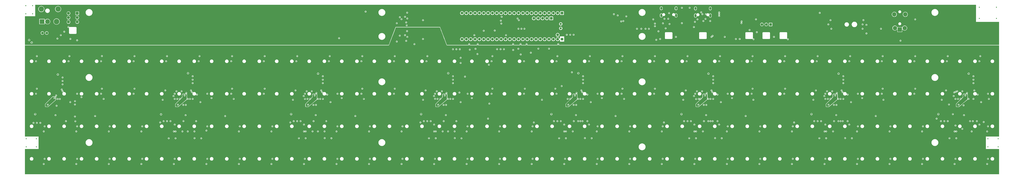
<source format=gbr>
%TF.GenerationSoftware,KiCad,Pcbnew,8.0.6*%
%TF.CreationDate,2025-09-01T21:23:37+02:00*%
%TF.ProjectId,JANKO_KICAD_5,4a414e4b-4f5f-44b4-9943-41445f352e6b,rev?*%
%TF.SameCoordinates,Original*%
%TF.FileFunction,Copper,L2,Inr*%
%TF.FilePolarity,Positive*%
%FSLAX46Y46*%
G04 Gerber Fmt 4.6, Leading zero omitted, Abs format (unit mm)*
G04 Created by KiCad (PCBNEW 8.0.6) date 2025-09-01 21:23:37*
%MOMM*%
%LPD*%
G01*
G04 APERTURE LIST*
%TA.AperFunction,ComponentPad*%
%ADD10R,1.750000X1.750000*%
%TD*%
%TA.AperFunction,ComponentPad*%
%ADD11C,1.750000*%
%TD*%
%TA.AperFunction,ComponentPad*%
%ADD12C,1.600000*%
%TD*%
%TA.AperFunction,ComponentPad*%
%ADD13R,1.600000X1.600000*%
%TD*%
%TA.AperFunction,ComponentPad*%
%ADD14C,1.300000*%
%TD*%
%TA.AperFunction,ComponentPad*%
%ADD15R,2.800000X2.800000*%
%TD*%
%TA.AperFunction,ComponentPad*%
%ADD16C,3.225000*%
%TD*%
%TA.AperFunction,ComponentPad*%
%ADD17C,2.800000*%
%TD*%
%TA.AperFunction,ComponentPad*%
%ADD18C,3.135000*%
%TD*%
%TA.AperFunction,ComponentPad*%
%ADD19R,2.500000X2.500000*%
%TD*%
%TA.AperFunction,ComponentPad*%
%ADD20C,2.500000*%
%TD*%
%TA.AperFunction,ComponentPad*%
%ADD21R,1.635000X1.635000*%
%TD*%
%TA.AperFunction,ComponentPad*%
%ADD22C,1.635000*%
%TD*%
%TA.AperFunction,ComponentPad*%
%ADD23O,1.200000X2.000000*%
%TD*%
%TA.AperFunction,ComponentPad*%
%ADD24O,1.200000X1.800000*%
%TD*%
%TA.AperFunction,ViaPad*%
%ADD25C,0.600000*%
%TD*%
%TA.AperFunction,ViaPad*%
%ADD26C,0.500000*%
%TD*%
%TA.AperFunction,ViaPad*%
%ADD27C,0.800000*%
%TD*%
G04 APERTURE END LIST*
D10*
%TO.N,Net-(S4-NO_1)*%
%TO.C,S4*%
X31040000Y94540000D03*
D11*
%TO.N,/VCC*%
X31040000Y92000000D03*
%TO.N,GND*%
X31040000Y89460000D03*
%TO.N,Net-(S4-NO_1)*%
X25960000Y94540000D03*
%TO.N,/VCC*%
X25960000Y92000000D03*
%TO.N,GND*%
X25960000Y89460000D03*
%TD*%
D12*
%TO.N,Net-(D1-K)*%
%TO.C,C3*%
X10729999Y83000000D03*
%TO.N,GND*%
X13270001Y83000000D03*
%TD*%
D13*
%TO.N,GND*%
%TO.C,U3*%
X314210000Y94620000D03*
D12*
%TO.N,unconnected-(U3-0_RX1_CRX2_CS1-Pad2)*%
X311670000Y94620000D03*
%TO.N,unconnected-(U3-1_TX1_CTX2_MISO1-Pad3)*%
X309130000Y94620000D03*
%TO.N,/HOST_UFP*%
X306590000Y94620000D03*
%TO.N,/DEVICE_HIGH*%
X304050000Y94620000D03*
%TO.N,/+O*%
X301510000Y94620000D03*
%TO.N,/-O*%
X298970000Y94620000D03*
%TO.N,/p1*%
X296430000Y94620000D03*
%TO.N,/p2*%
X293890000Y94620000D03*
%TO.N,/p3*%
X291350000Y94620000D03*
%TO.N,unconnected-(U3-9_OUT1C-Pad11)*%
X288810000Y94620000D03*
%TO.N,/LED_2_IN*%
X286270000Y94620000D03*
%TO.N,unconnected-(U3-11_MOSI_CTX1-Pad13)*%
X283730000Y94620000D03*
%TO.N,/LED_1_IN*%
X281190000Y94620000D03*
%TO.N,unconnected-(U3-3V3-Pad15)*%
X278650000Y94620000D03*
%TO.N,unconnected-(U3-24_A10_TX6_SCL2-Pad16)*%
X276110000Y94620000D03*
%TO.N,unconnected-(U3-25_A11_RX6_SDA2-Pad17)*%
X273570000Y94620000D03*
%TO.N,unconnected-(U3-26_A12_MOSI1-Pad18)*%
X271030000Y94620000D03*
%TO.N,unconnected-(U3-27_A13_SCK1-Pad19)*%
X268490000Y94620000D03*
%TO.N,unconnected-(U3-28_RX7-Pad20)*%
X265950000Y94620000D03*
%TO.N,unconnected-(U3-29_TX7-Pad21)*%
X263410000Y94620000D03*
%TO.N,unconnected-(U3-30_CRX3-Pad22)*%
X260870000Y94620000D03*
%TO.N,unconnected-(U3-31_CTX3-Pad23)*%
X258330000Y94620000D03*
%TO.N,unconnected-(U3-32_OUT1B-Pad24)*%
X255790000Y94620000D03*
%TO.N,unconnected-(U3-33_MCLK2-Pad25)*%
X255790000Y79380000D03*
%TO.N,/MUX2_S1*%
X258330000Y79380000D03*
%TO.N,/MUX2_S0*%
X260870000Y79380000D03*
%TO.N,/MUX2_S2*%
X263410000Y79380000D03*
%TO.N,/MUX2_S3*%
X265950000Y79380000D03*
%TO.N,/OPA4_ADC*%
X268490000Y79380000D03*
%TO.N,/OPA3_ADC*%
X271030000Y79380000D03*
%TO.N,/OPA2_ADC*%
X273570000Y79380000D03*
%TO.N,/OPA1_ADC*%
X276110000Y79380000D03*
%TO.N,GND*%
X278650000Y79380000D03*
%TO.N,unconnected-(U3-13_SCK_LED-Pad35)*%
X281190000Y79380000D03*
%TO.N,/MUX1_S3*%
X283730000Y79380000D03*
%TO.N,/MUX1_S2*%
X286270000Y79380000D03*
%TO.N,/MUX1_S0*%
X288810000Y79380000D03*
%TO.N,/MUX1_S1*%
X291350000Y79380000D03*
%TO.N,unconnected-(U3-18_A4_SDA-Pad40)*%
X293890000Y79380000D03*
%TO.N,unconnected-(U3-19_A5_SCL-Pad41)*%
X296430000Y79380000D03*
%TO.N,/OPA5_ADC*%
X298970000Y79380000D03*
%TO.N,/OPA6_ADC*%
X301510000Y79380000D03*
%TO.N,/OPA7_ADC*%
X304050000Y79380000D03*
%TO.N,/OPA8_ADC*%
X306590000Y79380000D03*
%TO.N,unconnected-(U3-3V3-Pad46)*%
X309130000Y79380000D03*
%TO.N,GND*%
X311670000Y79380000D03*
%TO.N,/5v*%
X314210000Y79380000D03*
%TO.N,unconnected-(U3-VUSB-Pad49)*%
X311670000Y81920000D03*
D13*
%TO.N,unconnected-(U3-5V-Pad55)*%
X307910800Y91569200D03*
D12*
%TO.N,Net-(R7-Pad2)*%
X305370800Y91569200D03*
%TO.N,Net-(R27-Pad2)*%
X302830800Y91569200D03*
%TO.N,GND*%
X300290800Y91569200D03*
X297750800Y91569200D03*
D14*
%TO.N,/D_D1-*%
X313480000Y85730000D03*
%TO.N,/D_D1+*%
X313480000Y88270000D03*
%TD*%
D15*
%TO.N,6V*%
%TO.C,J1*%
X10492000Y89700000D03*
D16*
%TO.N,GND*%
X18992000Y89700000D03*
D17*
X13692000Y89700000D03*
D18*
X10092000Y97000000D03*
X19892000Y97000000D03*
%TD*%
D19*
%TO.N,GND*%
%TO.C,J2*%
X511500000Y85000000D03*
D20*
%TO.N,/p3*%
X514700000Y93880000D03*
%TO.N,/p1*%
X508650000Y85880000D03*
%TO.N,/p2*%
X514350000Y85880000D03*
%TO.N,unconnected-(J2-NC-Pad5)*%
X508300000Y93880000D03*
%TD*%
D21*
%TO.N,/-O*%
%TO.C,S1*%
X436040000Y88000000D03*
D22*
%TO.N,GND*%
X433500000Y88000000D03*
%TO.N,/+O*%
X430960000Y88000000D03*
%TD*%
D23*
%TO.N,GND*%
%TO.C,HOST1*%
X372175000Y93245500D03*
X380825000Y93245500D03*
D24*
X380825000Y97425500D03*
X372175000Y97425500D03*
%TD*%
D23*
%TO.N,GND*%
%TO.C,DEVICE1*%
X392175000Y93171000D03*
X400825000Y93171000D03*
D24*
X400825000Y97351000D03*
X392175000Y97351000D03*
%TD*%
D25*
%TO.N,GND*%
X387500000Y69500000D03*
X449000000Y28500000D03*
X273550000Y50500000D03*
X49500000Y6500000D03*
X223181250Y89181250D03*
X144500000Y25500000D03*
X121000000Y66500000D03*
X410500000Y25500000D03*
D26*
X394700337Y41086357D03*
D25*
X263675000Y73750000D03*
D26*
X472807923Y44875000D03*
D25*
X250500000Y57750000D03*
X7000000Y47501000D03*
X23475000Y83750000D03*
X481000000Y31500000D03*
X233000000Y79500000D03*
X372500000Y25500000D03*
X330500000Y69500000D03*
D26*
X322351000Y44875000D03*
D25*
X326500000Y55750000D03*
X202000000Y9500000D03*
X125500000Y6500000D03*
X27050000Y79550000D03*
X391250000Y86500000D03*
X107000000Y9500000D03*
X326500000Y53750000D03*
X537500000Y31500000D03*
X239450000Y46175000D03*
X239500000Y25500000D03*
X402500000Y57750000D03*
X486500000Y25500000D03*
X400750000Y90000000D03*
X492000000Y87750000D03*
X525000000Y28500000D03*
X426100000Y79350000D03*
X255000000Y65500000D03*
X83500000Y69500000D03*
X467500000Y25500000D03*
X406000000Y66500000D03*
D26*
X398385519Y46125000D03*
D25*
X368000000Y47500000D03*
X520000000Y66500000D03*
X159050000Y66500000D03*
X501000000Y66500000D03*
X384250000Y88750000D03*
X425500000Y69500000D03*
X183000000Y28500000D03*
X11500000Y25500000D03*
X312000000Y76500000D03*
X372500000Y6500000D03*
X306625000Y73875000D03*
X273050000Y66500000D03*
X87500000Y25500000D03*
D26*
X550400520Y46125000D03*
D25*
X144500000Y6500000D03*
X278300000Y73550000D03*
X31000000Y78750000D03*
X21475000Y81750000D03*
X197050000Y47500000D03*
X562500000Y6500000D03*
X94750000Y48000000D03*
X430000000Y9500000D03*
X11500000Y6500000D03*
X83500000Y31500000D03*
X107000000Y28500000D03*
X428000000Y83500000D03*
X202000000Y28500000D03*
X197550000Y50500000D03*
X98500000Y55750000D03*
X353500000Y25500000D03*
X121000000Y47500000D03*
X311500000Y69500000D03*
X489750000Y88000000D03*
X487000000Y47500000D03*
X223700000Y84100000D03*
X411000000Y47500000D03*
X12000000Y28500000D03*
X197050000Y66500000D03*
D26*
X317224965Y40500000D03*
D25*
X5000000Y99000000D03*
X64500000Y50500000D03*
D26*
X469223955Y40500000D03*
D25*
X69000000Y28500000D03*
X7500000Y69500000D03*
X106500000Y6500000D03*
X506000000Y28500000D03*
X140550000Y50500000D03*
D26*
X89223965Y40500000D03*
D25*
X467400000Y46175000D03*
X87293336Y46175000D03*
X539500000Y31500000D03*
X81500000Y31500000D03*
X563500000Y44500000D03*
X396750000Y90000000D03*
D26*
X94399520Y46125000D03*
D25*
X260000000Y76500000D03*
X487000000Y28500000D03*
X178550000Y69500000D03*
X464750000Y94750000D03*
X524500000Y25500000D03*
X216550000Y50500000D03*
D26*
X18000000Y44250000D03*
D25*
X425000000Y66500000D03*
X7250000Y16500000D03*
D26*
X398325895Y44860892D03*
D25*
X29750000Y34250000D03*
X402500000Y55750000D03*
X334500000Y6500000D03*
X106500000Y26000000D03*
X176500000Y31500000D03*
X313500000Y31500000D03*
D26*
X90714337Y41086357D03*
D25*
X296002983Y71508949D03*
X448500000Y6500000D03*
X471500000Y85500000D03*
X387500000Y31500000D03*
X413500000Y45000000D03*
X87500000Y6500000D03*
X419087500Y89750000D03*
X1000000Y94250000D03*
X140050000Y47500000D03*
X250500000Y73500000D03*
X368500000Y88500000D03*
X45500000Y69525000D03*
X263000000Y81750000D03*
X22500000Y53000000D03*
X45500000Y50500000D03*
X316000000Y9500000D03*
X335000000Y9500000D03*
D26*
X242715337Y41086357D03*
D25*
X544157844Y48657844D03*
X558000000Y91500000D03*
X182500000Y25500000D03*
X45000000Y47500000D03*
X556500000Y31500000D03*
X29775000Y43225000D03*
X478500000Y53750000D03*
X311500000Y31500000D03*
X49500000Y25500000D03*
D26*
X246351000Y44875000D03*
D25*
X289000000Y90500000D03*
X330000000Y66500000D03*
X278000000Y28500000D03*
X463500000Y69500000D03*
X462500000Y49500000D03*
X293500000Y76500000D03*
X239500000Y29500000D03*
D26*
X470716337Y41086357D03*
D25*
X183050000Y47500000D03*
X273050000Y47500000D03*
X296500000Y6500000D03*
X29725000Y41275000D03*
X252500000Y31500000D03*
X326500000Y57750000D03*
X1000000Y99000000D03*
X126000000Y28500000D03*
D26*
X545224965Y40500000D03*
D25*
X335000000Y28500000D03*
X391500000Y6500000D03*
X349500000Y50500000D03*
D26*
X17097762Y45328296D03*
D25*
X467500000Y6500000D03*
X500500000Y85500000D03*
X461500000Y31500000D03*
X292000000Y66500000D03*
D26*
X548806923Y44875000D03*
X474401519Y46125000D03*
D25*
X411000000Y9500000D03*
X222500000Y92500000D03*
X174500000Y53750000D03*
X543500000Y6500000D03*
X265000000Y76500000D03*
X373000000Y9500000D03*
X83000000Y66500000D03*
X520000000Y47500000D03*
X349500000Y69500000D03*
X427500000Y91000000D03*
X220500000Y25500000D03*
X368500000Y87000000D03*
X98500000Y53750000D03*
X368500000Y50500000D03*
X24500000Y31500000D03*
X562500000Y25500000D03*
X174500000Y57750000D03*
X201500000Y6500000D03*
X563000000Y9500000D03*
X337500000Y45000000D03*
X550750000Y48000000D03*
X33500000Y45500000D03*
X221000000Y28500000D03*
X264800000Y70700000D03*
X438000000Y80750000D03*
X288750000Y85500000D03*
X285650000Y76500000D03*
D26*
X244806923Y44875000D03*
D25*
X535500000Y31500000D03*
X174500000Y55750000D03*
X254500000Y73500000D03*
X392000000Y9500000D03*
X102500000Y69500000D03*
X185550000Y45000000D03*
X125500000Y25500000D03*
X368500000Y69500000D03*
X402175000Y81350000D03*
D26*
X169101481Y46125000D03*
D25*
X1250000Y16500000D03*
X239500000Y6500000D03*
X478500000Y55750000D03*
X219500000Y92225000D03*
X429500000Y6500000D03*
D26*
X397086481Y46125000D03*
D25*
X27000000Y42650000D03*
X235500000Y31500000D03*
X5000000Y94250000D03*
X31000000Y9500000D03*
X367500000Y91000000D03*
X446125000Y79350000D03*
X482500000Y69500000D03*
D26*
X12965460Y41100000D03*
D25*
X300375000Y73875000D03*
X329000000Y31500000D03*
X164000000Y9500000D03*
X163500000Y6500000D03*
X425000000Y47500000D03*
X26500000Y69500000D03*
X234550000Y49500000D03*
X297000000Y28500000D03*
X281500000Y81750000D03*
X398750000Y48000000D03*
X255000000Y68500000D03*
D26*
X549000000Y46125000D03*
D25*
X292000000Y47500000D03*
X161500000Y31500000D03*
X563000000Y21250000D03*
X539000000Y66500000D03*
X501500000Y50500000D03*
X220500000Y6500000D03*
X520500000Y69500000D03*
X159500000Y31500000D03*
X223181250Y78406250D03*
X292250000Y85500000D03*
X444500000Y50500000D03*
X7000000Y66500000D03*
D26*
X94350000Y44875000D03*
D25*
X233500000Y31500000D03*
X487000000Y9500000D03*
X542500000Y35600000D03*
X7250000Y21250000D03*
X525000000Y9500000D03*
X64000000Y66500000D03*
X387000000Y66500000D03*
X140050000Y66500000D03*
X391500000Y29500000D03*
X64500000Y69500000D03*
X290000000Y76500000D03*
X558500000Y69500000D03*
X559000000Y42650000D03*
X25900000Y86500000D03*
X444000000Y66500000D03*
X360500000Y85500000D03*
X374750000Y85750000D03*
X388750000Y97750000D03*
X100500000Y31500000D03*
X278750000Y88500000D03*
X405015000Y31515000D03*
X563000000Y16500000D03*
X391500000Y25500000D03*
X369250000Y79000000D03*
X354000000Y28500000D03*
X145000000Y28500000D03*
X220448682Y91051317D03*
X558000000Y66500000D03*
X268500000Y84325000D03*
X223850000Y91500000D03*
X415750000Y79500000D03*
X469750000Y88000000D03*
X216050000Y66500000D03*
X277500000Y6500000D03*
X126000000Y9500000D03*
X373171028Y88650000D03*
X217725000Y88725000D03*
X364950735Y85450735D03*
X182500000Y6500000D03*
X69000000Y9500000D03*
X368000000Y66500000D03*
X353500000Y6500000D03*
X278000000Y9500000D03*
X103000000Y42650000D03*
X554500000Y55750000D03*
X558000000Y98000000D03*
X373000000Y28500000D03*
X1250000Y21250000D03*
X259050000Y47500000D03*
X315500000Y29500000D03*
X98500000Y57750000D03*
X102000000Y66500000D03*
X391293336Y46175000D03*
X311000000Y47500000D03*
X505500000Y25500000D03*
X7500000Y30500000D03*
X544000000Y9500000D03*
X68500000Y6500000D03*
X237500000Y31500000D03*
X250500000Y55750000D03*
X221000000Y9500000D03*
X520500000Y91000000D03*
X489500000Y45000000D03*
X371500000Y79500000D03*
D26*
X393209965Y40500000D03*
D25*
X506000000Y9500000D03*
X223850000Y80725000D03*
X163500000Y25500000D03*
X64000000Y47500000D03*
X250500000Y53750000D03*
X492000000Y82750000D03*
X406500000Y69500000D03*
D26*
X170400520Y46125000D03*
D25*
X107000000Y47500000D03*
X260325000Y73250000D03*
X354000000Y9500000D03*
D26*
X166715337Y41086357D03*
D25*
X223500000Y87500000D03*
X430000000Y28500000D03*
X19475000Y79750000D03*
X85500000Y31500000D03*
X425500000Y50500000D03*
X483000000Y42650000D03*
D27*
X3000000Y78890501D03*
D25*
X465500000Y31500000D03*
X418000000Y79500000D03*
X285672702Y73077298D03*
X197550000Y69500000D03*
X255000000Y42650000D03*
X183000000Y9500000D03*
X29950000Y31450000D03*
X157500000Y31500000D03*
X543500000Y25500000D03*
X363000000Y85500000D03*
X280300000Y73550000D03*
X273550000Y69500000D03*
X145000000Y9500000D03*
X568000000Y98000000D03*
X276300000Y73550000D03*
D26*
X474341895Y44860892D03*
D25*
X235050000Y66500000D03*
X261550000Y45000000D03*
X179000000Y42650000D03*
X290500000Y85500000D03*
X474750000Y48000000D03*
D26*
X170351000Y44875000D03*
D25*
X45000000Y66525000D03*
X568000000Y91500000D03*
X288689798Y73764798D03*
D26*
X396791923Y44875000D03*
D25*
X140550000Y69500000D03*
X310275000Y50500000D03*
X482000000Y66500000D03*
X349000000Y47500000D03*
X109500000Y45000000D03*
D26*
X473102481Y46125000D03*
D25*
X349000000Y66500000D03*
X50000000Y9500000D03*
X385500000Y31500000D03*
X170750000Y48000000D03*
X228000000Y76500000D03*
X321000000Y82000000D03*
X563000000Y28500000D03*
X486500000Y6500000D03*
X216550000Y69500000D03*
X159550000Y69500000D03*
X223750000Y94900000D03*
X554500000Y53750000D03*
X463000000Y66500000D03*
X235550000Y69500000D03*
X334500000Y25500000D03*
X520500000Y50500000D03*
X277500000Y25500000D03*
X468000000Y9500000D03*
D26*
X165224965Y40500000D03*
D25*
X259000000Y28500000D03*
D27*
X4470000Y77420501D03*
D25*
X569000000Y16500000D03*
X358000000Y85500000D03*
D26*
X168806923Y44875000D03*
X241224965Y40500000D03*
D25*
X331000000Y42650000D03*
X384250000Y97750000D03*
X309500000Y31500000D03*
X233000000Y90500000D03*
X524500000Y6500000D03*
X478500000Y57750000D03*
X402500000Y53750000D03*
X380744034Y80750000D03*
X30500000Y6500000D03*
X12000000Y9500000D03*
X311000000Y66500000D03*
X258500000Y25500000D03*
X297000000Y9500000D03*
X463500000Y31500000D03*
X201500000Y25500000D03*
X178050000Y66500000D03*
X31000000Y47500000D03*
X68500000Y25500000D03*
X386500000Y49500000D03*
X505500000Y6500000D03*
X217725000Y78000000D03*
X258500000Y6500000D03*
X222500000Y81725000D03*
D26*
X321101481Y46125000D03*
D25*
X121500000Y69500000D03*
D26*
X550340895Y44860892D03*
D25*
X315500000Y25500000D03*
X407000000Y42650000D03*
X274935202Y84435202D03*
X5500000Y30500000D03*
D26*
X93100481Y46125000D03*
D25*
X448500000Y25500000D03*
X121500000Y50500000D03*
D26*
X318715337Y41086357D03*
D25*
X322700000Y48050000D03*
X292500000Y50500000D03*
X444500000Y69500000D03*
X429500000Y25500000D03*
X9500000Y30500000D03*
X88000000Y29500000D03*
X216050000Y47500000D03*
X540225000Y41275000D03*
X259000000Y9500000D03*
X444000000Y47500000D03*
X278500000Y90200000D03*
D26*
X546715337Y41086357D03*
D25*
X315500000Y6500000D03*
X449000000Y9500000D03*
X252500000Y73500000D03*
X389500000Y31500000D03*
X246750000Y48000000D03*
D26*
X92805923Y44875000D03*
D25*
X31000000Y28500000D03*
X554500000Y57750000D03*
D26*
X320806923Y44875000D03*
D25*
X468000000Y29500000D03*
X501000000Y47500000D03*
X539500000Y69500000D03*
X290100000Y70500000D03*
X511887500Y78500000D03*
X18750000Y46500000D03*
X544000000Y29000000D03*
X88000000Y9500000D03*
X163500000Y29500000D03*
X22500000Y57000000D03*
X279000000Y92500000D03*
X563000000Y47500000D03*
X288250000Y91500000D03*
X82500000Y49500000D03*
X560500000Y31000000D03*
X219450000Y81450000D03*
X335000000Y47500000D03*
X538500000Y49500000D03*
X163343336Y46175000D03*
X50000000Y28500000D03*
X543000000Y46175000D03*
X7500000Y50501000D03*
X26000000Y66500000D03*
X317000000Y82000000D03*
X569000000Y21250000D03*
X411000000Y28500000D03*
X319000000Y82000000D03*
X30500000Y25500000D03*
X296500000Y25500000D03*
X240000000Y9500000D03*
D26*
X322400520Y46125000D03*
D25*
X501500000Y69500000D03*
X158550000Y49500000D03*
X22500000Y55000000D03*
X410500000Y6500000D03*
D27*
%TO.N,/5v*%
X504500000Y78000000D03*
D25*
X293725000Y88025000D03*
D27*
X534000000Y35600000D03*
D25*
X230500000Y87500000D03*
D27*
X405000000Y77000000D03*
X459912500Y35600000D03*
X352500000Y79500000D03*
X399750000Y59250000D03*
X249250000Y77000000D03*
X238000000Y91750000D03*
D25*
X414250000Y82275000D03*
D27*
X231912500Y35600000D03*
X201500000Y77000000D03*
D25*
X281500000Y76500000D03*
X250500000Y77500000D03*
X322475000Y79225000D03*
D27*
X428500000Y78000000D03*
D25*
X392000000Y81250000D03*
D27*
X240000000Y93750000D03*
X80000000Y35500000D03*
D25*
X438750000Y82250000D03*
D27*
X236000000Y91750000D03*
X238000000Y95725000D03*
D25*
X411425000Y89750000D03*
D27*
X429750000Y76750000D03*
D25*
X256825000Y76500000D03*
X192250000Y98750000D03*
D27*
X551750000Y59250000D03*
X323750000Y59500000D03*
D25*
X172000000Y98750000D03*
D27*
X19750000Y58750000D03*
D25*
X259000000Y76500000D03*
D27*
X551750000Y77000000D03*
D25*
X321000000Y78000000D03*
D27*
X354325000Y77675000D03*
D25*
X355000000Y89000000D03*
D27*
X240000000Y95725000D03*
X200500000Y78000000D03*
X236000000Y93750000D03*
X96500000Y77000000D03*
X236000000Y95725000D03*
D25*
X280750000Y87000000D03*
D27*
X240000000Y91750000D03*
X475750000Y77250000D03*
X65500000Y78000000D03*
X308000000Y35600000D03*
D25*
X284500000Y76500000D03*
D27*
X95750000Y59500000D03*
D25*
X192250000Y95000000D03*
D27*
X171725000Y59250000D03*
D25*
X367550000Y81500000D03*
D27*
X19750000Y77250000D03*
X140250000Y76750000D03*
X64250000Y76750000D03*
X475750000Y59250000D03*
X384000000Y35600000D03*
D25*
X289000000Y89250000D03*
D27*
X247750000Y59500000D03*
X156000000Y35600000D03*
D25*
X429000000Y81500000D03*
X356500000Y89000000D03*
D27*
X323750000Y77000000D03*
X6500000Y35600000D03*
D25*
X27050000Y81450000D03*
D27*
X141500000Y78000000D03*
D25*
X172000000Y95000000D03*
D27*
X505750000Y76750000D03*
X238000000Y93750000D03*
X171750000Y77000000D03*
D25*
%TO.N,/1_3*%
X19635000Y44450000D03*
X22025000Y49975000D03*
%TO.N,/1_4*%
X20905000Y44450000D03*
X22525000Y48975000D03*
%TO.N,/1_8*%
X46500000Y44500000D03*
X19000000Y40500000D03*
%TO.N,/1_12*%
X18365000Y35000000D03*
X41500000Y34500000D03*
%TO.N,/2_1*%
X89000000Y49000000D03*
X89500000Y44500000D03*
%TO.N,/2_2*%
X92000000Y49000000D03*
X91000000Y44500000D03*
%TO.N,/2_3*%
X97500000Y49500000D03*
X95635000Y44500000D03*
%TO.N,/2_4*%
X98000000Y48500000D03*
X96905000Y44500000D03*
%TO.N,/2_5*%
X81000000Y44000000D03*
X93000000Y41000000D03*
%TO.N,/2_6*%
X88000000Y44500000D03*
X88000000Y47500000D03*
%TO.N,/2_7*%
X101000000Y47000000D03*
X98500000Y44500000D03*
%TO.N,/2_8*%
X122481250Y44518750D03*
X94481250Y40981250D03*
%TO.N,/2_9*%
X93095000Y31550000D03*
X79500000Y30800000D03*
%TO.N,/2_12*%
X117475000Y34475000D03*
X94365000Y35000000D03*
%TO.N,/2_13*%
X84500000Y21500000D03*
X88500000Y25500000D03*
%TO.N,/2_14*%
X88500000Y21500000D03*
X92500000Y25500000D03*
%TO.N,/2_15*%
X95635000Y25500000D03*
X99567500Y21567500D03*
%TO.N,/2_16*%
X103500000Y21500000D03*
X99500000Y25500000D03*
%TO.N,/3_1*%
X165550000Y44500000D03*
X165050000Y49000000D03*
%TO.N,/3_2*%
X167050000Y44500000D03*
X168050000Y49000000D03*
%TO.N,/3_3*%
X173550000Y49500000D03*
X171685000Y44500000D03*
%TO.N,/3_4*%
X172955000Y44500000D03*
X174050000Y48500000D03*
%TO.N,/3_5*%
X169025000Y40975000D03*
X157050000Y44000000D03*
%TO.N,/3_6*%
X164050000Y47500000D03*
X164050000Y44500000D03*
%TO.N,/3_7*%
X174550000Y44500000D03*
X177050000Y47000000D03*
%TO.N,/3_8*%
X170506250Y41006250D03*
X198506250Y44493750D03*
%TO.N,/3_9*%
X155500000Y30750000D03*
X169095000Y31500000D03*
%TO.N,/3_12*%
X170365000Y35050000D03*
X193475000Y34525000D03*
%TO.N,/3_13*%
X164500000Y25550000D03*
X160500000Y21550000D03*
%TO.N,/3_14*%
X164475000Y21525000D03*
X168500000Y25550000D03*
%TO.N,/3_15*%
X175592500Y21592500D03*
X171635000Y25550000D03*
%TO.N,/3_16*%
X175500000Y25550000D03*
X179525000Y21525000D03*
%TO.N,/4_1*%
X241500000Y44500000D03*
X241050000Y49000000D03*
%TO.N,/4_2*%
X244050000Y49000000D03*
X243050000Y44500000D03*
%TO.N,/4_3*%
X257550000Y57500000D03*
X247685000Y44500000D03*
%TO.N,/4_4*%
X248955000Y44500000D03*
X271500000Y64500000D03*
%TO.N,/4_5*%
X245025000Y40975000D03*
X233050000Y44000000D03*
%TO.N,/4_6*%
X240050000Y44550000D03*
X240050000Y47500000D03*
%TO.N,/4_7*%
X250550000Y44500000D03*
X254275000Y48225000D03*
%TO.N,/4_8*%
X246506250Y41006250D03*
X271756250Y41743750D03*
%TO.N,/4_9*%
X245095000Y31500000D03*
X231500000Y30750000D03*
%TO.N,/4_12*%
X246365000Y35050000D03*
X271000000Y33000000D03*
%TO.N,/4_13*%
X240500000Y25550000D03*
X236500000Y21550000D03*
%TO.N,/4_14*%
X240475000Y21525000D03*
X244500000Y25550000D03*
%TO.N,/4_15*%
X247635000Y25550000D03*
X251592500Y21592500D03*
%TO.N,/4_16*%
X251500000Y25550000D03*
X255500000Y21500000D03*
%TO.N,/5_1*%
X317500000Y44500000D03*
X314000000Y52000000D03*
%TO.N,/5_2*%
X320000000Y60050000D03*
X319000000Y44500000D03*
%TO.N,/5_3*%
X323635000Y44500000D03*
X325500000Y49500000D03*
%TO.N,/5_4*%
X324905000Y44500000D03*
X326000000Y48500000D03*
%TO.N,/5_5*%
X321000000Y41000000D03*
X302500000Y44000000D03*
%TO.N,/5_7*%
X326500000Y44500000D03*
X329000000Y47000000D03*
%TO.N,/5_8*%
X322481250Y40981250D03*
X350481250Y44518750D03*
%TO.N,/5_9*%
X297750000Y30750000D03*
X321095000Y31500000D03*
%TO.N,/5_11*%
X326175000Y31500000D03*
X330000000Y29500000D03*
%TO.N,/5_12*%
X345475000Y34525000D03*
X322365000Y35050000D03*
%TO.N,/5_13*%
X312500000Y21550000D03*
X316500000Y25550000D03*
%TO.N,/5_14*%
X320500000Y25550000D03*
X316475000Y21525000D03*
%TO.N,/5_15*%
X327592500Y21592500D03*
X323635000Y31500000D03*
%TO.N,/5_16*%
X331525000Y21525000D03*
X324905000Y31500000D03*
%TO.N,/6_1*%
X393000000Y49000000D03*
X394000000Y44500000D03*
%TO.N,/6_2*%
X396000000Y49000000D03*
X395000000Y44500000D03*
%TO.N,/6_3*%
X399635000Y44500000D03*
X401500000Y49500000D03*
%TO.N,/6_4*%
X402000000Y48500000D03*
X400905000Y44500000D03*
%TO.N,/6_5*%
X397000000Y41000000D03*
X385000000Y44000000D03*
%TO.N,/6_6*%
X392500000Y44423619D03*
X392000000Y47500000D03*
%TO.N,/6_7*%
X402500000Y44500000D03*
X405000000Y47000000D03*
%TO.N,/6_8*%
X398481250Y40981250D03*
X425962500Y44000000D03*
%TO.N,/6_9*%
X397095000Y31500000D03*
X373750000Y30750000D03*
%TO.N,/6_11*%
X402175000Y31500000D03*
X406000000Y29500000D03*
%TO.N,/6_12*%
X398365000Y35050000D03*
X421475000Y34525000D03*
%TO.N,/6_13*%
X388500000Y21550000D03*
X392500000Y25550000D03*
%TO.N,/6_14*%
X396500000Y25550000D03*
X392475000Y21525000D03*
%TO.N,/6_15*%
X399635000Y31500000D03*
X403592500Y21592500D03*
%TO.N,/6_16*%
X400905000Y31500000D03*
X407525000Y21525000D03*
%TO.N,/7_1*%
X469000000Y49000000D03*
X469500000Y44500000D03*
%TO.N,/7_2*%
X471000000Y44500000D03*
X472000000Y49000000D03*
%TO.N,/7_3*%
X475635000Y44500000D03*
X477500000Y49500000D03*
%TO.N,/7_4*%
X478000000Y48500000D03*
X476905000Y44500000D03*
%TO.N,/7_5*%
X473000000Y41000000D03*
X461000000Y44000000D03*
%TO.N,/7_6*%
X468000000Y47500000D03*
X468000000Y44487868D03*
%TO.N,/7_7*%
X481000000Y47000000D03*
X478500000Y44500000D03*
%TO.N,/7_8*%
X474481250Y40981250D03*
X501962500Y44000000D03*
%TO.N,/7_9*%
X473095000Y31500000D03*
X449750000Y30750000D03*
%TO.N,/7_11*%
X482000000Y29500000D03*
X478175000Y31500000D03*
%TO.N,/7_12*%
X474365000Y35050000D03*
X497475000Y34525000D03*
%TO.N,/7_13*%
X468500000Y25550000D03*
X464500000Y21550000D03*
%TO.N,/7_14*%
X468475000Y21525000D03*
X472500000Y25550000D03*
%TO.N,/7_15*%
X479592500Y21592500D03*
X475635000Y31500000D03*
%TO.N,/7_16*%
X483525000Y21525000D03*
X476905000Y31500000D03*
%TO.N,/8_1*%
X545000000Y49000000D03*
X545500000Y44500000D03*
%TO.N,/8_2*%
X547000000Y44500000D03*
X548000000Y49000000D03*
%TO.N,/8_3*%
X551635000Y44500000D03*
X555000000Y49500000D03*
%TO.N,/8_5*%
X536000000Y44000000D03*
X548750000Y40750000D03*
%TO.N,/8_6*%
X543272043Y48327891D03*
X544000000Y44500000D03*
%TO.N,/8_7*%
X554500000Y44500000D03*
X557000000Y47000000D03*
%TO.N,/8_9*%
X533000000Y33000000D03*
X549000000Y35000000D03*
%TO.N,/8_11*%
X558000000Y29500000D03*
X554175000Y31500000D03*
%TO.N,/8_13*%
X540500000Y21550000D03*
X544500000Y25550000D03*
%TO.N,/8_14*%
X548000000Y27000000D03*
X544475000Y21525000D03*
%TO.N,/8_15*%
X553500000Y25500000D03*
X552500000Y31500000D03*
%TO.N,/OUT_MUX1*%
X13879450Y41100000D03*
X17764725Y44985275D03*
%TO.N,/OUT_MUX5*%
X321751000Y46500000D03*
X317880450Y41100000D03*
%TO.N,/OUT_MUX2*%
X89879450Y41100000D03*
X93750000Y46500000D03*
%TO.N,/OUT_MUX6*%
X397736000Y46500000D03*
X393864450Y41100000D03*
%TO.N,/OUT_MUX3*%
X165879450Y41100000D03*
X169751000Y46500000D03*
%TO.N,/OUT_MUX7*%
X473752000Y46500000D03*
X469879450Y41100000D03*
%TO.N,/OUT_MUX4*%
X241880450Y41100000D03*
X245751000Y46500000D03*
%TO.N,/OUT_MUX8*%
X545879450Y41100000D03*
X549751000Y46500000D03*
%TO.N,/4.3v*%
X159000000Y25500000D03*
X1250000Y54750000D03*
X145050000Y50500000D03*
X7250000Y54750000D03*
X158550000Y45000000D03*
X349000000Y6500000D03*
X69000000Y69500000D03*
X178000000Y6500000D03*
X487000000Y69500000D03*
X278050000Y69500000D03*
X430000000Y69500000D03*
X368000000Y25500000D03*
X543950000Y67450000D03*
X69000000Y50500000D03*
X234550000Y45000000D03*
X1250000Y59500000D03*
X292000000Y6500000D03*
X506000000Y69500000D03*
X45000000Y6500000D03*
X183050000Y69500000D03*
X164000000Y67450000D03*
X102000000Y6500000D03*
X373000000Y50500000D03*
X204000000Y69500000D03*
X334725000Y46275000D03*
X354000000Y50500000D03*
X349500000Y68500000D03*
X64000000Y6500000D03*
X140000000Y6500000D03*
X449000000Y50500000D03*
X406000000Y6500000D03*
X216000000Y6500000D03*
X182725000Y46225000D03*
X221050000Y50500000D03*
X311000000Y6500000D03*
X569000000Y54750000D03*
X506000000Y50500000D03*
X563000000Y54750000D03*
X392000000Y69500000D03*
X501000000Y6500000D03*
X444000000Y6500000D03*
X410725000Y46225000D03*
X468000000Y69500000D03*
X539000000Y25500000D03*
X349000000Y25500000D03*
X482000000Y25500000D03*
X430000000Y50500000D03*
X463000000Y25500000D03*
X520000000Y6500000D03*
X221050000Y69500000D03*
X558000000Y6500000D03*
X558000000Y25500000D03*
X315000000Y50000000D03*
X50000000Y50500000D03*
X292000000Y25500000D03*
X7000000Y25500000D03*
X83000000Y25500000D03*
X106725000Y46275000D03*
D27*
X236000000Y83000000D03*
D25*
X82500000Y45000000D03*
X107000000Y69500000D03*
X126000000Y69500000D03*
X538500000Y45000000D03*
X501000000Y25500000D03*
X316000000Y69500000D03*
X197000000Y25500000D03*
X425000000Y6500000D03*
X258725000Y46225000D03*
X486725000Y46225000D03*
X273000000Y25500000D03*
X387000000Y6500000D03*
X254000000Y25500000D03*
X520000000Y25500000D03*
X230500000Y76500000D03*
D27*
X236000000Y84975000D03*
D25*
X482000000Y6500000D03*
X12000000Y69500000D03*
X311000000Y25500000D03*
X26000000Y6500000D03*
D27*
X236000000Y81000000D03*
D25*
X544000000Y69500000D03*
X254000000Y6500000D03*
X525000000Y50500000D03*
X88000000Y69500000D03*
X368000000Y6500000D03*
X45000000Y25500000D03*
X140000000Y25500000D03*
X373000000Y69500000D03*
X525000000Y69500000D03*
X12000000Y50501000D03*
X563000000Y69500000D03*
X121000000Y25500000D03*
X178000000Y25500000D03*
X102000000Y26000000D03*
X315950000Y67450000D03*
X449000000Y69500000D03*
X159000000Y6500000D03*
X258500000Y68500000D03*
X145050000Y69500000D03*
X164050000Y69500000D03*
X569000000Y59500000D03*
X295750000Y70750000D03*
X202050000Y50500000D03*
X539000000Y6500000D03*
X50000000Y69525000D03*
X273000000Y6500000D03*
X563000000Y59500000D03*
X386500000Y45000000D03*
X463000000Y6500000D03*
X32000000Y44500000D03*
X335000000Y69500000D03*
X83000000Y6500000D03*
D27*
X238000000Y81000000D03*
D25*
X87950000Y67450000D03*
X462500000Y45000000D03*
D27*
X240000000Y83000000D03*
D25*
X26000000Y25500000D03*
X406000000Y25500000D03*
D27*
X240000000Y84975000D03*
D25*
X126000000Y50500000D03*
X64000000Y25500000D03*
X387000000Y25500000D03*
X7250000Y59500000D03*
D27*
X238000000Y84975000D03*
D25*
X240000000Y67450000D03*
X197000000Y6500000D03*
X297000000Y50500000D03*
D27*
X240000000Y81000000D03*
D25*
X7000000Y6500000D03*
X235000000Y25500000D03*
X216000000Y25500000D03*
X425000000Y25500000D03*
X278050000Y50500000D03*
X391950000Y67450000D03*
X411000000Y69500000D03*
X330000000Y25500000D03*
X235000000Y6500000D03*
X467950000Y67450000D03*
X31000000Y69500000D03*
X330000000Y6500000D03*
X240050000Y69500000D03*
X560500000Y43000000D03*
D27*
X238000000Y83000000D03*
D25*
X121000000Y6500000D03*
X444000000Y25500000D03*
%TO.N,/VBUS*%
X374050000Y91300000D03*
X377000000Y88250000D03*
%TO.N,/HOST_UFP*%
X350000000Y90000000D03*
X346750000Y93250000D03*
%TO.N,/R_ho*%
X489750000Y85500000D03*
%TO.N,/R_antiho*%
X490250000Y90525000D03*
%TO.N,/Bouton_encodeur*%
X471000000Y90500000D03*
%TO.N,/LED 2-3*%
X409250000Y80750000D03*
X401500000Y80750000D03*
%TO.N,/3.2V*%
X423750000Y84750000D03*
X419000000Y88750000D03*
%TO.N,/p2*%
X406000000Y94000000D03*
%TO.N,/p3*%
X406000000Y95000000D03*
%TO.N,/p1*%
X406000000Y93000000D03*
%TO.N,/CC2D*%
X395500000Y95150000D03*
X398000000Y91250000D03*
%TO.N,/D_D1+*%
X398250000Y94000000D03*
X396175000Y94000000D03*
%TO.N,/H_D1-*%
X376750000Y94625000D03*
X376250000Y91327498D03*
%TO.N,/DEVICE_HIGH*%
X344500000Y94000000D03*
X348750000Y89750000D03*
%TO.N,/VBUS_GPIO*%
X391825000Y89500000D03*
X393325000Y91000000D03*
%TO.N,/LED_2_OUT*%
X370500000Y84000000D03*
X351750000Y92750000D03*
%TO.N,/LED_1_OUT*%
X199500000Y95500000D03*
X184000000Y80000000D03*
%TD*%
%TA.AperFunction,Conductor*%
%TO.N,GND*%
G36*
X398929039Y47230315D02*
G01*
X398974794Y47177511D01*
X398986000Y47126000D01*
X398986000Y44307341D01*
X398966315Y44240302D01*
X398942310Y44212864D01*
X395868941Y41600500D01*
X394020729Y40029520D01*
X393956901Y40001100D01*
X393940421Y40000000D01*
X392610000Y40000000D01*
X392542961Y40019685D01*
X392497206Y40072489D01*
X392486000Y40124000D01*
X392486000Y41100000D01*
X393358803Y41100000D01*
X393379284Y40957543D01*
X393439072Y40826628D01*
X393439073Y40826626D01*
X393533323Y40717856D01*
X393654400Y40640045D01*
X393654399Y40640045D01*
X393792486Y40599500D01*
X393792489Y40599500D01*
X393936413Y40599500D01*
X394074500Y40640045D01*
X394098902Y40655727D01*
X394195578Y40717857D01*
X394289827Y40826627D01*
X394349615Y40957543D01*
X394370097Y41100000D01*
X394349615Y41242457D01*
X394289827Y41373373D01*
X394195578Y41482143D01*
X394074503Y41559953D01*
X393936412Y41600499D01*
X393936412Y41600500D01*
X393936411Y41600500D01*
X393792489Y41600500D01*
X393792488Y41600500D01*
X393792486Y41600499D01*
X393654399Y41559954D01*
X393654397Y41559953D01*
X393533322Y41482143D01*
X393497848Y41441203D01*
X393439073Y41373373D01*
X393439072Y41373371D01*
X393379284Y41242456D01*
X393358803Y41100000D01*
X392486000Y41100000D01*
X392486000Y41448638D01*
X392505685Y41515677D01*
X392522319Y41536319D01*
X394949181Y43963181D01*
X395010504Y43996666D01*
X395036862Y43999500D01*
X395071963Y43999500D01*
X395210050Y44040045D01*
X395331126Y44117856D01*
X395331128Y44117857D01*
X395425377Y44226627D01*
X395485165Y44357543D01*
X395503072Y44482095D01*
X395532096Y44545650D01*
X395538129Y44552129D01*
X396486000Y45500000D01*
X396486000Y46500000D01*
X397230353Y46500000D01*
X397250834Y46357543D01*
X397310622Y46226628D01*
X397310623Y46226626D01*
X397404873Y46117856D01*
X397525950Y46040045D01*
X397525949Y46040045D01*
X397664036Y45999500D01*
X397664039Y45999500D01*
X397807963Y45999500D01*
X397946050Y46040045D01*
X398067126Y46117856D01*
X398067128Y46117857D01*
X398161377Y46226627D01*
X398221165Y46357543D01*
X398241647Y46500000D01*
X398221165Y46642457D01*
X398161377Y46773373D01*
X398067128Y46882143D01*
X397946053Y46959953D01*
X397807962Y47000499D01*
X397807962Y47000500D01*
X397807961Y47000500D01*
X397664039Y47000500D01*
X397664038Y47000500D01*
X397664036Y47000499D01*
X397633107Y46991417D01*
X397525949Y46959954D01*
X397525947Y46959953D01*
X397404872Y46882143D01*
X397310623Y46773373D01*
X397310622Y46773371D01*
X397250834Y46642456D01*
X397230353Y46500000D01*
X396486000Y46500000D01*
X396486000Y47126000D01*
X396505685Y47193039D01*
X396558489Y47238794D01*
X396610000Y47250000D01*
X398862000Y47250000D01*
X398929039Y47230315D01*
G37*
%TD.AperFunction*%
%TD*%
%TA.AperFunction,Conductor*%
%TO.N,GND*%
G36*
X474945039Y47230315D02*
G01*
X474990794Y47177511D01*
X475002000Y47126000D01*
X475002000Y44307341D01*
X474982315Y44240302D01*
X474958310Y44212864D01*
X471884941Y41600500D01*
X470036729Y40029520D01*
X469972901Y40001100D01*
X469956421Y40000000D01*
X468626000Y40000000D01*
X468558961Y40019685D01*
X468513206Y40072489D01*
X468502000Y40124000D01*
X468502000Y41100000D01*
X469373803Y41100000D01*
X469394284Y40957543D01*
X469454072Y40826628D01*
X469454073Y40826626D01*
X469548323Y40717856D01*
X469669400Y40640045D01*
X469669399Y40640045D01*
X469807486Y40599500D01*
X469807489Y40599500D01*
X469951413Y40599500D01*
X470089500Y40640045D01*
X470113902Y40655727D01*
X470210578Y40717857D01*
X470304827Y40826627D01*
X470364615Y40957543D01*
X470385097Y41100000D01*
X470364615Y41242457D01*
X470304827Y41373373D01*
X470210578Y41482143D01*
X470089503Y41559953D01*
X469951412Y41600499D01*
X469951412Y41600500D01*
X469951411Y41600500D01*
X469807489Y41600500D01*
X469807488Y41600500D01*
X469807486Y41600499D01*
X469669399Y41559954D01*
X469669397Y41559953D01*
X469548322Y41482143D01*
X469512848Y41441203D01*
X469454073Y41373373D01*
X469454072Y41373371D01*
X469394284Y41242456D01*
X469373803Y41100000D01*
X468502000Y41100000D01*
X468502000Y41448638D01*
X468521685Y41515677D01*
X468538319Y41536319D01*
X470965181Y43963181D01*
X471026504Y43996666D01*
X471052862Y43999500D01*
X471071963Y43999500D01*
X471210050Y44040045D01*
X471331126Y44117856D01*
X471331128Y44117857D01*
X471425377Y44226627D01*
X471485165Y44357543D01*
X471500386Y44463409D01*
X471529411Y44526964D01*
X471535443Y44533443D01*
X472502000Y45500000D01*
X472502000Y46500000D01*
X473246353Y46500000D01*
X473266834Y46357543D01*
X473326622Y46226628D01*
X473326623Y46226626D01*
X473420873Y46117856D01*
X473541950Y46040045D01*
X473541949Y46040045D01*
X473680036Y45999500D01*
X473680039Y45999500D01*
X473823963Y45999500D01*
X473962050Y46040045D01*
X474083126Y46117856D01*
X474083128Y46117857D01*
X474177377Y46226627D01*
X474237165Y46357543D01*
X474257647Y46500000D01*
X474237165Y46642457D01*
X474177377Y46773373D01*
X474083128Y46882143D01*
X473962053Y46959953D01*
X473823962Y47000499D01*
X473823962Y47000500D01*
X473823961Y47000500D01*
X473680039Y47000500D01*
X473680038Y47000500D01*
X473680036Y47000499D01*
X473649107Y46991417D01*
X473541949Y46959954D01*
X473541947Y46959953D01*
X473420872Y46882143D01*
X473326623Y46773373D01*
X473326622Y46773371D01*
X473266834Y46642456D01*
X473246353Y46500000D01*
X472502000Y46500000D01*
X472502000Y47126000D01*
X472521685Y47193039D01*
X472574489Y47238794D01*
X472626000Y47250000D01*
X474878000Y47250000D01*
X474945039Y47230315D01*
G37*
%TD.AperFunction*%
%TD*%
%TA.AperFunction,Conductor*%
%TO.N,GND*%
G36*
X246944039Y47230315D02*
G01*
X246989794Y47177511D01*
X247001000Y47126000D01*
X247001000Y44307341D01*
X246981315Y44240302D01*
X246957310Y44212864D01*
X243883941Y41600500D01*
X242035729Y40029520D01*
X241971901Y40001100D01*
X241955421Y40000000D01*
X240625000Y40000000D01*
X240557961Y40019685D01*
X240512206Y40072489D01*
X240501000Y40124000D01*
X240501000Y41100000D01*
X241374803Y41100000D01*
X241395284Y40957543D01*
X241455072Y40826628D01*
X241455073Y40826626D01*
X241549323Y40717856D01*
X241670400Y40640045D01*
X241670399Y40640045D01*
X241808486Y40599500D01*
X241808489Y40599500D01*
X241952413Y40599500D01*
X242090500Y40640045D01*
X242114902Y40655727D01*
X242211578Y40717857D01*
X242305827Y40826627D01*
X242365615Y40957543D01*
X242386097Y41100000D01*
X242365615Y41242457D01*
X242305827Y41373373D01*
X242211578Y41482143D01*
X242090503Y41559953D01*
X241952412Y41600499D01*
X241952412Y41600500D01*
X241952411Y41600500D01*
X241808489Y41600500D01*
X241808488Y41600500D01*
X241808486Y41600499D01*
X241670399Y41559954D01*
X241670397Y41559953D01*
X241549322Y41482143D01*
X241468088Y41388393D01*
X241455073Y41373373D01*
X241455072Y41373371D01*
X241395284Y41242456D01*
X241374803Y41100000D01*
X240501000Y41100000D01*
X240501000Y41448638D01*
X240520685Y41515677D01*
X240537319Y41536319D01*
X242964181Y43963181D01*
X243025504Y43996666D01*
X243051862Y43999500D01*
X243121963Y43999500D01*
X243260050Y44040045D01*
X243284452Y44055727D01*
X243381128Y44117857D01*
X243475377Y44226627D01*
X243535165Y44357543D01*
X243555647Y44500000D01*
X243555647Y44500001D01*
X243555647Y44503285D01*
X243556572Y44506435D01*
X243556909Y44508779D01*
X243557246Y44508730D01*
X243575332Y44570324D01*
X243591966Y44590966D01*
X244501000Y45500000D01*
X244501000Y46500000D01*
X245245353Y46500000D01*
X245265834Y46357543D01*
X245325622Y46226628D01*
X245325623Y46226626D01*
X245419873Y46117856D01*
X245540950Y46040045D01*
X245540949Y46040045D01*
X245679036Y45999500D01*
X245679039Y45999500D01*
X245822963Y45999500D01*
X245961050Y46040045D01*
X246082126Y46117856D01*
X246082128Y46117857D01*
X246176377Y46226627D01*
X246236165Y46357543D01*
X246256647Y46500000D01*
X246236165Y46642457D01*
X246176377Y46773373D01*
X246082128Y46882143D01*
X245961053Y46959953D01*
X245822962Y47000499D01*
X245822962Y47000500D01*
X245822961Y47000500D01*
X245679039Y47000500D01*
X245679038Y47000500D01*
X245679036Y47000499D01*
X245648107Y46991417D01*
X245540949Y46959954D01*
X245540947Y46959953D01*
X245419872Y46882143D01*
X245325623Y46773373D01*
X245325622Y46773371D01*
X245265834Y46642456D01*
X245245353Y46500000D01*
X244501000Y46500000D01*
X244501000Y47126000D01*
X244520685Y47193039D01*
X244573489Y47238794D01*
X244625000Y47250000D01*
X246877000Y47250000D01*
X246944039Y47230315D01*
G37*
%TD.AperFunction*%
%TD*%
%TA.AperFunction,Conductor*%
%TO.N,/5v*%
G36*
X555943039Y99479815D02*
G01*
X555988794Y99427011D01*
X556000000Y99375500D01*
X556000000Y89500000D01*
X569375500Y89500000D01*
X569442539Y89480315D01*
X569488294Y89427511D01*
X569499500Y89376000D01*
X569499500Y76124000D01*
X569479815Y76056961D01*
X569427011Y76011206D01*
X569375500Y76000000D01*
X406500000Y76000000D01*
X312500526Y76000000D01*
X312433487Y76019685D01*
X312387732Y76072489D01*
X312377788Y76141647D01*
X312406813Y76205202D01*
X312425374Y76226622D01*
X312425375Y76226625D01*
X312425377Y76226627D01*
X312485165Y76357543D01*
X312505647Y76500000D01*
X312485165Y76642457D01*
X312425377Y76773373D01*
X312331128Y76882143D01*
X312210053Y76959953D01*
X312071962Y77000499D01*
X312071962Y77000500D01*
X312071961Y77000500D01*
X311928039Y77000500D01*
X311928038Y77000500D01*
X311928036Y77000499D01*
X311789949Y76959954D01*
X311789947Y76959953D01*
X311668872Y76882143D01*
X311628419Y76835457D01*
X311574623Y76773373D01*
X311574622Y76773371D01*
X311514834Y76642456D01*
X311494353Y76500000D01*
X311514834Y76357543D01*
X311574622Y76226628D01*
X311574625Y76226622D01*
X311593187Y76205202D01*
X311622212Y76141647D01*
X311612268Y76072488D01*
X311566513Y76019684D01*
X311499474Y76000000D01*
X294000526Y76000000D01*
X293933487Y76019685D01*
X293887732Y76072489D01*
X293877788Y76141647D01*
X293906813Y76205202D01*
X293925374Y76226622D01*
X293925375Y76226625D01*
X293925377Y76226627D01*
X293985165Y76357543D01*
X294005647Y76500000D01*
X293985165Y76642457D01*
X293925377Y76773373D01*
X293831128Y76882143D01*
X293710053Y76959953D01*
X293571962Y77000499D01*
X293571962Y77000500D01*
X293571961Y77000500D01*
X293428039Y77000500D01*
X293428038Y77000500D01*
X293428036Y77000499D01*
X293289949Y76959954D01*
X293289947Y76959953D01*
X293168872Y76882143D01*
X293128419Y76835457D01*
X293074623Y76773373D01*
X293074622Y76773371D01*
X293014834Y76642456D01*
X292994353Y76500000D01*
X293014834Y76357543D01*
X293074622Y76226628D01*
X293074625Y76226622D01*
X293093187Y76205202D01*
X293122212Y76141647D01*
X293112268Y76072488D01*
X293066513Y76019684D01*
X292999474Y76000000D01*
X290500526Y76000000D01*
X290433487Y76019685D01*
X290387732Y76072489D01*
X290377788Y76141647D01*
X290406813Y76205202D01*
X290425374Y76226622D01*
X290425375Y76226625D01*
X290425377Y76226627D01*
X290485165Y76357543D01*
X290505647Y76500000D01*
X290485165Y76642457D01*
X290425377Y76773373D01*
X290331128Y76882143D01*
X290210053Y76959953D01*
X290071962Y77000499D01*
X290071962Y77000500D01*
X290071961Y77000500D01*
X289928039Y77000500D01*
X289928038Y77000500D01*
X289928036Y77000499D01*
X289789949Y76959954D01*
X289789947Y76959953D01*
X289668872Y76882143D01*
X289628419Y76835457D01*
X289574623Y76773373D01*
X289574622Y76773371D01*
X289514834Y76642456D01*
X289494353Y76500000D01*
X289514834Y76357543D01*
X289574622Y76226628D01*
X289574625Y76226622D01*
X289593187Y76205202D01*
X289622212Y76141647D01*
X289612268Y76072488D01*
X289566513Y76019684D01*
X289499474Y76000000D01*
X286150526Y76000000D01*
X286083487Y76019685D01*
X286037732Y76072489D01*
X286027788Y76141647D01*
X286056813Y76205202D01*
X286075374Y76226622D01*
X286075375Y76226625D01*
X286075377Y76226627D01*
X286135165Y76357543D01*
X286155647Y76500000D01*
X286135165Y76642457D01*
X286075377Y76773373D01*
X285981128Y76882143D01*
X285860053Y76959953D01*
X285721962Y77000499D01*
X285721962Y77000500D01*
X285721961Y77000500D01*
X285578039Y77000500D01*
X285578038Y77000500D01*
X285578036Y77000499D01*
X285439949Y76959954D01*
X285439947Y76959953D01*
X285318872Y76882143D01*
X285278419Y76835457D01*
X285224623Y76773373D01*
X285224622Y76773371D01*
X285164834Y76642456D01*
X285144353Y76500000D01*
X285164834Y76357543D01*
X285224622Y76226628D01*
X285224625Y76226622D01*
X285243187Y76205202D01*
X285272212Y76141647D01*
X285262268Y76072488D01*
X285216513Y76019684D01*
X285149474Y76000000D01*
X265500526Y76000000D01*
X265433487Y76019685D01*
X265387732Y76072489D01*
X265377788Y76141647D01*
X265406813Y76205202D01*
X265425374Y76226622D01*
X265425375Y76226625D01*
X265425377Y76226627D01*
X265485165Y76357543D01*
X265505647Y76500000D01*
X265485165Y76642457D01*
X265425377Y76773373D01*
X265331128Y76882143D01*
X265210053Y76959953D01*
X265071962Y77000499D01*
X265071962Y77000500D01*
X265071961Y77000500D01*
X264928039Y77000500D01*
X264928038Y77000500D01*
X264928036Y77000499D01*
X264789949Y76959954D01*
X264789947Y76959953D01*
X264668872Y76882143D01*
X264628419Y76835457D01*
X264574623Y76773373D01*
X264574622Y76773371D01*
X264514834Y76642456D01*
X264494353Y76500000D01*
X264514834Y76357543D01*
X264574622Y76226628D01*
X264574625Y76226622D01*
X264593187Y76205202D01*
X264622212Y76141647D01*
X264612268Y76072488D01*
X264566513Y76019684D01*
X264499474Y76000000D01*
X260500526Y76000000D01*
X260433487Y76019685D01*
X260387732Y76072489D01*
X260377788Y76141647D01*
X260406813Y76205202D01*
X260425374Y76226622D01*
X260425375Y76226625D01*
X260425377Y76226627D01*
X260485165Y76357543D01*
X260505647Y76500000D01*
X260485165Y76642457D01*
X260425377Y76773373D01*
X260331128Y76882143D01*
X260210053Y76959953D01*
X260071962Y77000499D01*
X260071962Y77000500D01*
X260071961Y77000500D01*
X259928039Y77000500D01*
X259928038Y77000500D01*
X259928036Y77000499D01*
X259789949Y76959954D01*
X259789947Y76959953D01*
X259668872Y76882143D01*
X259628419Y76835457D01*
X259574623Y76773373D01*
X259574622Y76773371D01*
X259514834Y76642456D01*
X259494353Y76500000D01*
X259514834Y76357543D01*
X259574622Y76226628D01*
X259574625Y76226622D01*
X259593187Y76205202D01*
X259622212Y76141647D01*
X259612268Y76072488D01*
X259566513Y76019684D01*
X259499474Y76000000D01*
X247085454Y76000000D01*
X247018415Y76019685D01*
X246972660Y76072489D01*
X246969578Y76079857D01*
X246913665Y76226628D01*
X245712381Y79380000D01*
X254684785Y79380000D01*
X254684785Y79379999D01*
X254703602Y79176917D01*
X254759417Y78980752D01*
X254759422Y78980739D01*
X254850327Y78798178D01*
X254973237Y78635418D01*
X255123958Y78498019D01*
X255123960Y78498017D01*
X255297357Y78390655D01*
X255297364Y78390651D01*
X255487541Y78316977D01*
X255487544Y78316976D01*
X255688024Y78279500D01*
X255688026Y78279500D01*
X255891974Y78279500D01*
X255891976Y78279500D01*
X256092456Y78316976D01*
X256197172Y78357543D01*
X256282635Y78390651D01*
X256282642Y78390655D01*
X256456039Y78498017D01*
X256456041Y78498019D01*
X256606762Y78635418D01*
X256729672Y78798178D01*
X256729673Y78798179D01*
X256797144Y78933680D01*
X256820577Y78980739D01*
X256820578Y78980743D01*
X256820582Y78980750D01*
X256876397Y79176917D01*
X256886880Y79290047D01*
X256895215Y79379999D01*
X256895215Y79380000D01*
X257224785Y79380000D01*
X257224785Y79379999D01*
X257243602Y79176917D01*
X257299417Y78980752D01*
X257299422Y78980739D01*
X257390327Y78798178D01*
X257513237Y78635418D01*
X257663958Y78498019D01*
X257663960Y78498017D01*
X257837357Y78390655D01*
X257837364Y78390651D01*
X258027541Y78316977D01*
X258027544Y78316976D01*
X258228024Y78279500D01*
X258228026Y78279500D01*
X258431974Y78279500D01*
X258431976Y78279500D01*
X258632456Y78316976D01*
X258737172Y78357543D01*
X258822635Y78390651D01*
X258822642Y78390655D01*
X258996039Y78498017D01*
X258996041Y78498019D01*
X259146762Y78635418D01*
X259269672Y78798178D01*
X259269673Y78798179D01*
X259337144Y78933680D01*
X259360577Y78980739D01*
X259360578Y78980743D01*
X259360582Y78980750D01*
X259416397Y79176917D01*
X259426880Y79290047D01*
X259435215Y79379999D01*
X259435215Y79380000D01*
X259764785Y79380000D01*
X259764785Y79379999D01*
X259783602Y79176917D01*
X259839417Y78980752D01*
X259839422Y78980739D01*
X259930327Y78798178D01*
X260053237Y78635418D01*
X260203958Y78498019D01*
X260203960Y78498017D01*
X260377357Y78390655D01*
X260377364Y78390651D01*
X260567541Y78316977D01*
X260567544Y78316976D01*
X260768024Y78279500D01*
X260768026Y78279500D01*
X260971974Y78279500D01*
X260971976Y78279500D01*
X261172456Y78316976D01*
X261277172Y78357543D01*
X261362635Y78390651D01*
X261362642Y78390655D01*
X261536039Y78498017D01*
X261536041Y78498019D01*
X261686762Y78635418D01*
X261809672Y78798178D01*
X261809673Y78798179D01*
X261877144Y78933680D01*
X261900577Y78980739D01*
X261900578Y78980743D01*
X261900582Y78980750D01*
X261956397Y79176917D01*
X261966880Y79290047D01*
X261975215Y79379999D01*
X261975215Y79380000D01*
X262304785Y79380000D01*
X262304785Y79379999D01*
X262323602Y79176917D01*
X262379417Y78980752D01*
X262379422Y78980739D01*
X262470327Y78798178D01*
X262593237Y78635418D01*
X262743958Y78498019D01*
X262743960Y78498017D01*
X262917357Y78390655D01*
X262917364Y78390651D01*
X263107541Y78316977D01*
X263107544Y78316976D01*
X263308024Y78279500D01*
X263308026Y78279500D01*
X263511974Y78279500D01*
X263511976Y78279500D01*
X263712456Y78316976D01*
X263817172Y78357543D01*
X263902635Y78390651D01*
X263902642Y78390655D01*
X264076039Y78498017D01*
X264076041Y78498019D01*
X264226762Y78635418D01*
X264349672Y78798178D01*
X264349673Y78798179D01*
X264417144Y78933680D01*
X264440577Y78980739D01*
X264440578Y78980743D01*
X264440582Y78980750D01*
X264496397Y79176917D01*
X264506880Y79290047D01*
X264515215Y79379999D01*
X264515215Y79380000D01*
X264844785Y79380000D01*
X264844785Y79379999D01*
X264863602Y79176917D01*
X264919417Y78980752D01*
X264919422Y78980739D01*
X265010327Y78798178D01*
X265133237Y78635418D01*
X265283958Y78498019D01*
X265283960Y78498017D01*
X265457357Y78390655D01*
X265457364Y78390651D01*
X265647541Y78316977D01*
X265647544Y78316976D01*
X265848024Y78279500D01*
X265848026Y78279500D01*
X266051974Y78279500D01*
X266051976Y78279500D01*
X266252456Y78316976D01*
X266357172Y78357543D01*
X266442635Y78390651D01*
X266442642Y78390655D01*
X266616039Y78498017D01*
X266616041Y78498019D01*
X266766762Y78635418D01*
X266889672Y78798178D01*
X266889673Y78798179D01*
X266957144Y78933680D01*
X266980577Y78980739D01*
X266980578Y78980743D01*
X266980582Y78980750D01*
X267036397Y79176917D01*
X267046880Y79290047D01*
X267055215Y79379999D01*
X267055215Y79380000D01*
X267384785Y79380000D01*
X267384785Y79379999D01*
X267403602Y79176917D01*
X267459417Y78980752D01*
X267459422Y78980739D01*
X267550327Y78798178D01*
X267673237Y78635418D01*
X267823958Y78498019D01*
X267823960Y78498017D01*
X267997357Y78390655D01*
X267997364Y78390651D01*
X268187541Y78316977D01*
X268187544Y78316976D01*
X268388024Y78279500D01*
X268388026Y78279500D01*
X268591974Y78279500D01*
X268591976Y78279500D01*
X268792456Y78316976D01*
X268897172Y78357543D01*
X268982635Y78390651D01*
X268982642Y78390655D01*
X269156039Y78498017D01*
X269156041Y78498019D01*
X269306762Y78635418D01*
X269429672Y78798178D01*
X269429673Y78798179D01*
X269497144Y78933680D01*
X269520577Y78980739D01*
X269520578Y78980743D01*
X269520582Y78980750D01*
X269576397Y79176917D01*
X269586880Y79290047D01*
X269595215Y79379999D01*
X269595215Y79380000D01*
X269924785Y79380000D01*
X269924785Y79379999D01*
X269943602Y79176917D01*
X269999417Y78980752D01*
X269999422Y78980739D01*
X270090327Y78798178D01*
X270213237Y78635418D01*
X270363958Y78498019D01*
X270363960Y78498017D01*
X270537357Y78390655D01*
X270537364Y78390651D01*
X270727541Y78316977D01*
X270727544Y78316976D01*
X270928024Y78279500D01*
X270928026Y78279500D01*
X271131974Y78279500D01*
X271131976Y78279500D01*
X271332456Y78316976D01*
X271437172Y78357543D01*
X271522635Y78390651D01*
X271522642Y78390655D01*
X271696039Y78498017D01*
X271696041Y78498019D01*
X271846762Y78635418D01*
X271969672Y78798178D01*
X271969673Y78798179D01*
X272037144Y78933680D01*
X272060577Y78980739D01*
X272060578Y78980743D01*
X272060582Y78980750D01*
X272116397Y79176917D01*
X272126880Y79290047D01*
X272135215Y79379999D01*
X272135215Y79380000D01*
X272464785Y79380000D01*
X272464785Y79379999D01*
X272483602Y79176917D01*
X272539417Y78980752D01*
X272539422Y78980739D01*
X272630327Y78798178D01*
X272753237Y78635418D01*
X272903958Y78498019D01*
X272903960Y78498017D01*
X273077357Y78390655D01*
X273077364Y78390651D01*
X273267541Y78316977D01*
X273267544Y78316976D01*
X273468024Y78279500D01*
X273468026Y78279500D01*
X273671974Y78279500D01*
X273671976Y78279500D01*
X273872456Y78316976D01*
X273977172Y78357543D01*
X274062635Y78390651D01*
X274062642Y78390655D01*
X274236039Y78498017D01*
X274236041Y78498019D01*
X274386762Y78635418D01*
X274509672Y78798178D01*
X274509673Y78798179D01*
X274577144Y78933680D01*
X274600577Y78980739D01*
X274600578Y78980743D01*
X274600582Y78980750D01*
X274656397Y79176917D01*
X274666880Y79290047D01*
X274675215Y79379999D01*
X274675215Y79380000D01*
X275004785Y79380000D01*
X275004785Y79379999D01*
X275023602Y79176917D01*
X275079417Y78980752D01*
X275079422Y78980739D01*
X275170327Y78798178D01*
X275293237Y78635418D01*
X275443958Y78498019D01*
X275443960Y78498017D01*
X275617357Y78390655D01*
X275617364Y78390651D01*
X275807541Y78316977D01*
X275807544Y78316976D01*
X276008024Y78279500D01*
X276008026Y78279500D01*
X276211974Y78279500D01*
X276211976Y78279500D01*
X276412456Y78316976D01*
X276517172Y78357543D01*
X276602635Y78390651D01*
X276602642Y78390655D01*
X276776039Y78498017D01*
X276776041Y78498019D01*
X276926762Y78635418D01*
X277049672Y78798178D01*
X277049673Y78798179D01*
X277117144Y78933680D01*
X277140577Y78980739D01*
X277140578Y78980743D01*
X277140582Y78980750D01*
X277196397Y79176917D01*
X277206880Y79290047D01*
X277215215Y79379999D01*
X277215215Y79380000D01*
X277544785Y79380000D01*
X277544785Y79379999D01*
X277563602Y79176917D01*
X277619417Y78980752D01*
X277619422Y78980739D01*
X277710327Y78798178D01*
X277833237Y78635418D01*
X277983958Y78498019D01*
X277983960Y78498017D01*
X278157357Y78390655D01*
X278157364Y78390651D01*
X278347541Y78316977D01*
X278347544Y78316976D01*
X278548024Y78279500D01*
X278548026Y78279500D01*
X278751974Y78279500D01*
X278751976Y78279500D01*
X278952456Y78316976D01*
X279057172Y78357543D01*
X279142635Y78390651D01*
X279142642Y78390655D01*
X279316039Y78498017D01*
X279316041Y78498019D01*
X279466762Y78635418D01*
X279589672Y78798178D01*
X279589673Y78798179D01*
X279657144Y78933680D01*
X279680577Y78980739D01*
X279680578Y78980743D01*
X279680582Y78980750D01*
X279736397Y79176917D01*
X279746880Y79290047D01*
X279755215Y79379999D01*
X279755215Y79380000D01*
X280084785Y79380000D01*
X280084785Y79379999D01*
X280103602Y79176917D01*
X280159417Y78980752D01*
X280159422Y78980739D01*
X280250327Y78798178D01*
X280373237Y78635418D01*
X280523958Y78498019D01*
X280523960Y78498017D01*
X280697357Y78390655D01*
X280697364Y78390651D01*
X280887541Y78316977D01*
X280887544Y78316976D01*
X281088024Y78279500D01*
X281088026Y78279500D01*
X281291974Y78279500D01*
X281291976Y78279500D01*
X281492456Y78316976D01*
X281597172Y78357543D01*
X281682635Y78390651D01*
X281682642Y78390655D01*
X281856039Y78498017D01*
X281856041Y78498019D01*
X282006762Y78635418D01*
X282129672Y78798178D01*
X282129673Y78798179D01*
X282197144Y78933680D01*
X282220577Y78980739D01*
X282220578Y78980743D01*
X282220582Y78980750D01*
X282276397Y79176917D01*
X282286880Y79290047D01*
X282295215Y79379999D01*
X282295215Y79380000D01*
X282624785Y79380000D01*
X282624785Y79379999D01*
X282643602Y79176917D01*
X282699417Y78980752D01*
X282699422Y78980739D01*
X282790327Y78798178D01*
X282913237Y78635418D01*
X283063958Y78498019D01*
X283063960Y78498017D01*
X283237357Y78390655D01*
X283237364Y78390651D01*
X283427541Y78316977D01*
X283427544Y78316976D01*
X283628024Y78279500D01*
X283628026Y78279500D01*
X283831974Y78279500D01*
X283831976Y78279500D01*
X284032456Y78316976D01*
X284137172Y78357543D01*
X284222635Y78390651D01*
X284222642Y78390655D01*
X284396039Y78498017D01*
X284396041Y78498019D01*
X284546762Y78635418D01*
X284669672Y78798178D01*
X284669673Y78798179D01*
X284737144Y78933680D01*
X284760577Y78980739D01*
X284760578Y78980743D01*
X284760582Y78980750D01*
X284816397Y79176917D01*
X284826880Y79290047D01*
X284835215Y79379999D01*
X284835215Y79380000D01*
X285164785Y79380000D01*
X285164785Y79379999D01*
X285183602Y79176917D01*
X285239417Y78980752D01*
X285239422Y78980739D01*
X285330327Y78798178D01*
X285453237Y78635418D01*
X285603958Y78498019D01*
X285603960Y78498017D01*
X285777357Y78390655D01*
X285777364Y78390651D01*
X285967541Y78316977D01*
X285967544Y78316976D01*
X286168024Y78279500D01*
X286168026Y78279500D01*
X286371974Y78279500D01*
X286371976Y78279500D01*
X286572456Y78316976D01*
X286677172Y78357543D01*
X286762635Y78390651D01*
X286762642Y78390655D01*
X286936039Y78498017D01*
X286936041Y78498019D01*
X287086762Y78635418D01*
X287209672Y78798178D01*
X287209673Y78798179D01*
X287277144Y78933680D01*
X287300577Y78980739D01*
X287300578Y78980743D01*
X287300582Y78980750D01*
X287356397Y79176917D01*
X287366880Y79290047D01*
X287375215Y79379999D01*
X287375215Y79380000D01*
X287704785Y79380000D01*
X287704785Y79379999D01*
X287723602Y79176917D01*
X287779417Y78980752D01*
X287779422Y78980739D01*
X287870327Y78798178D01*
X287993237Y78635418D01*
X288143958Y78498019D01*
X288143960Y78498017D01*
X288317357Y78390655D01*
X288317364Y78390651D01*
X288507541Y78316977D01*
X288507544Y78316976D01*
X288708024Y78279500D01*
X288708026Y78279500D01*
X288911974Y78279500D01*
X288911976Y78279500D01*
X289112456Y78316976D01*
X289217172Y78357543D01*
X289302635Y78390651D01*
X289302642Y78390655D01*
X289476039Y78498017D01*
X289476041Y78498019D01*
X289626762Y78635418D01*
X289749672Y78798178D01*
X289749673Y78798179D01*
X289817144Y78933680D01*
X289840577Y78980739D01*
X289840578Y78980743D01*
X289840582Y78980750D01*
X289896397Y79176917D01*
X289906880Y79290047D01*
X289915215Y79379999D01*
X289915215Y79380000D01*
X290244785Y79380000D01*
X290244785Y79379999D01*
X290263602Y79176917D01*
X290319417Y78980752D01*
X290319422Y78980739D01*
X290410327Y78798178D01*
X290533237Y78635418D01*
X290683958Y78498019D01*
X290683960Y78498017D01*
X290857357Y78390655D01*
X290857364Y78390651D01*
X291047541Y78316977D01*
X291047544Y78316976D01*
X291248024Y78279500D01*
X291248026Y78279500D01*
X291451974Y78279500D01*
X291451976Y78279500D01*
X291652456Y78316976D01*
X291757172Y78357543D01*
X291842635Y78390651D01*
X291842642Y78390655D01*
X292016039Y78498017D01*
X292016041Y78498019D01*
X292166762Y78635418D01*
X292289672Y78798178D01*
X292289673Y78798179D01*
X292357144Y78933680D01*
X292380577Y78980739D01*
X292380578Y78980743D01*
X292380582Y78980750D01*
X292436397Y79176917D01*
X292446880Y79290047D01*
X292455215Y79379999D01*
X292455215Y79380000D01*
X292784785Y79380000D01*
X292784785Y79379999D01*
X292803602Y79176917D01*
X292859417Y78980752D01*
X292859422Y78980739D01*
X292950327Y78798178D01*
X293073237Y78635418D01*
X293223958Y78498019D01*
X293223960Y78498017D01*
X293397357Y78390655D01*
X293397364Y78390651D01*
X293587541Y78316977D01*
X293587544Y78316976D01*
X293788024Y78279500D01*
X293788026Y78279500D01*
X293991974Y78279500D01*
X293991976Y78279500D01*
X294192456Y78316976D01*
X294297172Y78357543D01*
X294382635Y78390651D01*
X294382642Y78390655D01*
X294556039Y78498017D01*
X294556041Y78498019D01*
X294706762Y78635418D01*
X294829672Y78798178D01*
X294829673Y78798179D01*
X294897144Y78933680D01*
X294920577Y78980739D01*
X294920578Y78980743D01*
X294920582Y78980750D01*
X294976397Y79176917D01*
X294986880Y79290047D01*
X294995215Y79379999D01*
X294995215Y79380000D01*
X295324785Y79380000D01*
X295324785Y79379999D01*
X295343602Y79176917D01*
X295399417Y78980752D01*
X295399422Y78980739D01*
X295490327Y78798178D01*
X295613237Y78635418D01*
X295763958Y78498019D01*
X295763960Y78498017D01*
X295937357Y78390655D01*
X295937364Y78390651D01*
X296127541Y78316977D01*
X296127544Y78316976D01*
X296328024Y78279500D01*
X296328026Y78279500D01*
X296531974Y78279500D01*
X296531976Y78279500D01*
X296732456Y78316976D01*
X296837172Y78357543D01*
X296922635Y78390651D01*
X296922642Y78390655D01*
X297096039Y78498017D01*
X297096041Y78498019D01*
X297246762Y78635418D01*
X297369672Y78798178D01*
X297369673Y78798179D01*
X297437144Y78933680D01*
X297460577Y78980739D01*
X297460578Y78980743D01*
X297460582Y78980750D01*
X297516397Y79176917D01*
X297526880Y79290047D01*
X297535215Y79379999D01*
X297535215Y79380000D01*
X297864785Y79380000D01*
X297864785Y79379999D01*
X297883602Y79176917D01*
X297939417Y78980752D01*
X297939422Y78980739D01*
X298030327Y78798178D01*
X298153237Y78635418D01*
X298303958Y78498019D01*
X298303960Y78498017D01*
X298477357Y78390655D01*
X298477364Y78390651D01*
X298667541Y78316977D01*
X298667544Y78316976D01*
X298868024Y78279500D01*
X298868026Y78279500D01*
X299071974Y78279500D01*
X299071976Y78279500D01*
X299272456Y78316976D01*
X299377172Y78357543D01*
X299462635Y78390651D01*
X299462642Y78390655D01*
X299636039Y78498017D01*
X299636041Y78498019D01*
X299786762Y78635418D01*
X299909672Y78798178D01*
X299909673Y78798179D01*
X299977144Y78933680D01*
X300000577Y78980739D01*
X300000578Y78980743D01*
X300000582Y78980750D01*
X300056397Y79176917D01*
X300066880Y79290047D01*
X300075215Y79379999D01*
X300075215Y79380000D01*
X300404785Y79380000D01*
X300404785Y79379999D01*
X300423602Y79176917D01*
X300479417Y78980752D01*
X300479422Y78980739D01*
X300570327Y78798178D01*
X300693237Y78635418D01*
X300843958Y78498019D01*
X300843960Y78498017D01*
X301017357Y78390655D01*
X301017364Y78390651D01*
X301207541Y78316977D01*
X301207544Y78316976D01*
X301408024Y78279500D01*
X301408026Y78279500D01*
X301611974Y78279500D01*
X301611976Y78279500D01*
X301812456Y78316976D01*
X301917172Y78357543D01*
X302002635Y78390651D01*
X302002642Y78390655D01*
X302176039Y78498017D01*
X302176041Y78498019D01*
X302326762Y78635418D01*
X302449672Y78798178D01*
X302449673Y78798179D01*
X302517144Y78933680D01*
X302540577Y78980739D01*
X302540578Y78980743D01*
X302540582Y78980750D01*
X302596397Y79176917D01*
X302606880Y79290047D01*
X302615215Y79379999D01*
X302615215Y79380000D01*
X302944785Y79380000D01*
X302944785Y79379999D01*
X302963602Y79176917D01*
X303019417Y78980752D01*
X303019422Y78980739D01*
X303110327Y78798178D01*
X303233237Y78635418D01*
X303383958Y78498019D01*
X303383960Y78498017D01*
X303557357Y78390655D01*
X303557364Y78390651D01*
X303747541Y78316977D01*
X303747544Y78316976D01*
X303948024Y78279500D01*
X303948026Y78279500D01*
X304151974Y78279500D01*
X304151976Y78279500D01*
X304352456Y78316976D01*
X304457172Y78357543D01*
X304542635Y78390651D01*
X304542642Y78390655D01*
X304716039Y78498017D01*
X304716041Y78498019D01*
X304866762Y78635418D01*
X304989672Y78798178D01*
X304989673Y78798179D01*
X305057144Y78933680D01*
X305080577Y78980739D01*
X305080578Y78980743D01*
X305080582Y78980750D01*
X305136397Y79176917D01*
X305146880Y79290047D01*
X305155215Y79379999D01*
X305155215Y79380000D01*
X305484785Y79380000D01*
X305484785Y79379999D01*
X305503602Y79176917D01*
X305559417Y78980752D01*
X305559422Y78980739D01*
X305650327Y78798178D01*
X305773237Y78635418D01*
X305923958Y78498019D01*
X305923960Y78498017D01*
X306097357Y78390655D01*
X306097364Y78390651D01*
X306287541Y78316977D01*
X306287544Y78316976D01*
X306488024Y78279500D01*
X306488026Y78279500D01*
X306691974Y78279500D01*
X306691976Y78279500D01*
X306892456Y78316976D01*
X306997172Y78357543D01*
X307082635Y78390651D01*
X307082642Y78390655D01*
X307256039Y78498017D01*
X307256041Y78498019D01*
X307406762Y78635418D01*
X307529672Y78798178D01*
X307529673Y78798179D01*
X307597144Y78933680D01*
X307620577Y78980739D01*
X307620578Y78980743D01*
X307620582Y78980750D01*
X307676397Y79176917D01*
X307686880Y79290047D01*
X307695215Y79379999D01*
X307695215Y79380000D01*
X308024785Y79380000D01*
X308024785Y79379999D01*
X308043602Y79176917D01*
X308099417Y78980752D01*
X308099422Y78980739D01*
X308190327Y78798178D01*
X308313237Y78635418D01*
X308463958Y78498019D01*
X308463960Y78498017D01*
X308637357Y78390655D01*
X308637364Y78390651D01*
X308827541Y78316977D01*
X308827544Y78316976D01*
X309028024Y78279500D01*
X309028026Y78279500D01*
X309231974Y78279500D01*
X309231976Y78279500D01*
X309432456Y78316976D01*
X309537172Y78357543D01*
X309622635Y78390651D01*
X309622642Y78390655D01*
X309796039Y78498017D01*
X309796041Y78498019D01*
X309946762Y78635418D01*
X310069672Y78798178D01*
X310069673Y78798179D01*
X310137144Y78933680D01*
X310160577Y78980739D01*
X310160578Y78980743D01*
X310160582Y78980750D01*
X310216397Y79176917D01*
X310226880Y79290047D01*
X310235215Y79379999D01*
X310235215Y79380000D01*
X310564785Y79380000D01*
X310564785Y79379999D01*
X310583602Y79176917D01*
X310639417Y78980752D01*
X310639422Y78980739D01*
X310730327Y78798178D01*
X310853237Y78635418D01*
X311003958Y78498019D01*
X311003960Y78498017D01*
X311177357Y78390655D01*
X311177364Y78390651D01*
X311367541Y78316977D01*
X311367544Y78316976D01*
X311568024Y78279500D01*
X311568026Y78279500D01*
X311771974Y78279500D01*
X311771976Y78279500D01*
X311972456Y78316976D01*
X312077172Y78357543D01*
X312162635Y78390651D01*
X312162642Y78390655D01*
X312336039Y78498017D01*
X312336041Y78498019D01*
X312486762Y78635418D01*
X312609672Y78798178D01*
X312609673Y78798179D01*
X312677144Y78933680D01*
X312700577Y78980739D01*
X312700578Y78980743D01*
X312700582Y78980750D01*
X312717056Y79038652D01*
X312754335Y79097744D01*
X312817644Y79127302D01*
X312886884Y79117940D01*
X312940071Y79072631D01*
X312956097Y79036811D01*
X312983731Y78933680D01*
X312983734Y78933672D01*
X312988383Y78923703D01*
X313000000Y78871300D01*
X313000000Y78000000D01*
X315500000Y78000000D01*
X315500000Y79203522D01*
X315500472Y79214329D01*
X315514966Y79379997D01*
X315514966Y79380001D01*
X315500472Y79545669D01*
X315500000Y79556476D01*
X315500000Y81000000D01*
X313000000Y81000000D01*
X313000000Y79888700D01*
X312988382Y79836294D01*
X312983734Y79826328D01*
X312983731Y79826319D01*
X312956096Y79723186D01*
X312919731Y79663526D01*
X312856884Y79632998D01*
X312787508Y79641293D01*
X312733631Y79685779D01*
X312717059Y79721338D01*
X312700582Y79779250D01*
X312609673Y79961821D01*
X312486764Y80124579D01*
X312336041Y80261981D01*
X312162637Y80369348D01*
X311972456Y80443024D01*
X311771976Y80480500D01*
X311568024Y80480500D01*
X311367544Y80443024D01*
X311177363Y80369348D01*
X311103141Y80323392D01*
X311003960Y80261982D01*
X311003958Y80261980D01*
X310853237Y80124581D01*
X310730327Y79961821D01*
X310639422Y79779260D01*
X310639417Y79779247D01*
X310583602Y79583082D01*
X310564785Y79380000D01*
X310235215Y79380000D01*
X310219532Y79549254D01*
X310216397Y79583083D01*
X310160582Y79779250D01*
X310069673Y79961821D01*
X309946764Y80124579D01*
X309796041Y80261981D01*
X309622637Y80369348D01*
X309432456Y80443024D01*
X309231976Y80480500D01*
X309028024Y80480500D01*
X308827544Y80443024D01*
X308637363Y80369348D01*
X308563141Y80323392D01*
X308463960Y80261982D01*
X308463958Y80261980D01*
X308313237Y80124581D01*
X308190327Y79961821D01*
X308099422Y79779260D01*
X308099417Y79779247D01*
X308043602Y79583082D01*
X308024785Y79380000D01*
X307695215Y79380000D01*
X307679532Y79549254D01*
X307676397Y79583083D01*
X307620582Y79779250D01*
X307529673Y79961821D01*
X307406764Y80124579D01*
X307256041Y80261981D01*
X307082637Y80369348D01*
X306892456Y80443024D01*
X306691976Y80480500D01*
X306488024Y80480500D01*
X306287544Y80443024D01*
X306097363Y80369348D01*
X306023141Y80323392D01*
X305923960Y80261982D01*
X305923958Y80261980D01*
X305773237Y80124581D01*
X305650327Y79961821D01*
X305559422Y79779260D01*
X305559417Y79779247D01*
X305503602Y79583082D01*
X305484785Y79380000D01*
X305155215Y79380000D01*
X305139532Y79549254D01*
X305136397Y79583083D01*
X305080582Y79779250D01*
X304989673Y79961821D01*
X304866764Y80124579D01*
X304716041Y80261981D01*
X304542637Y80369348D01*
X304352456Y80443024D01*
X304151976Y80480500D01*
X303948024Y80480500D01*
X303747544Y80443024D01*
X303557363Y80369348D01*
X303483141Y80323392D01*
X303383960Y80261982D01*
X303383958Y80261980D01*
X303233237Y80124581D01*
X303110327Y79961821D01*
X303019422Y79779260D01*
X303019417Y79779247D01*
X302963602Y79583082D01*
X302944785Y79380000D01*
X302615215Y79380000D01*
X302599532Y79549254D01*
X302596397Y79583083D01*
X302540582Y79779250D01*
X302449673Y79961821D01*
X302326764Y80124579D01*
X302176041Y80261981D01*
X302002637Y80369348D01*
X301812456Y80443024D01*
X301611976Y80480500D01*
X301408024Y80480500D01*
X301207544Y80443024D01*
X301017363Y80369348D01*
X300943141Y80323392D01*
X300843960Y80261982D01*
X300843958Y80261980D01*
X300693237Y80124581D01*
X300570327Y79961821D01*
X300479422Y79779260D01*
X300479417Y79779247D01*
X300423602Y79583082D01*
X300404785Y79380000D01*
X300075215Y79380000D01*
X300059532Y79549254D01*
X300056397Y79583083D01*
X300000582Y79779250D01*
X299909673Y79961821D01*
X299786764Y80124579D01*
X299636041Y80261981D01*
X299462637Y80369348D01*
X299272456Y80443024D01*
X299071976Y80480500D01*
X298868024Y80480500D01*
X298667544Y80443024D01*
X298477363Y80369348D01*
X298403141Y80323392D01*
X298303960Y80261982D01*
X298303958Y80261980D01*
X298153237Y80124581D01*
X298030327Y79961821D01*
X297939422Y79779260D01*
X297939417Y79779247D01*
X297883602Y79583082D01*
X297864785Y79380000D01*
X297535215Y79380000D01*
X297519532Y79549254D01*
X297516397Y79583083D01*
X297460582Y79779250D01*
X297369673Y79961821D01*
X297246764Y80124579D01*
X297096041Y80261981D01*
X296922637Y80369348D01*
X296732456Y80443024D01*
X296531976Y80480500D01*
X296328024Y80480500D01*
X296127544Y80443024D01*
X295937363Y80369348D01*
X295863141Y80323392D01*
X295763960Y80261982D01*
X295763958Y80261980D01*
X295613237Y80124581D01*
X295490327Y79961821D01*
X295399422Y79779260D01*
X295399417Y79779247D01*
X295343602Y79583082D01*
X295324785Y79380000D01*
X294995215Y79380000D01*
X294979532Y79549254D01*
X294976397Y79583083D01*
X294920582Y79779250D01*
X294829673Y79961821D01*
X294706764Y80124579D01*
X294556041Y80261981D01*
X294382637Y80369348D01*
X294192456Y80443024D01*
X293991976Y80480500D01*
X293788024Y80480500D01*
X293587544Y80443024D01*
X293397363Y80369348D01*
X293323141Y80323392D01*
X293223960Y80261982D01*
X293223958Y80261980D01*
X293073237Y80124581D01*
X292950327Y79961821D01*
X292859422Y79779260D01*
X292859417Y79779247D01*
X292803602Y79583082D01*
X292784785Y79380000D01*
X292455215Y79380000D01*
X292439532Y79549254D01*
X292436397Y79583083D01*
X292380582Y79779250D01*
X292289673Y79961821D01*
X292166764Y80124579D01*
X292016041Y80261981D01*
X291842637Y80369348D01*
X291652456Y80443024D01*
X291451976Y80480500D01*
X291248024Y80480500D01*
X291047544Y80443024D01*
X290857363Y80369348D01*
X290783141Y80323392D01*
X290683960Y80261982D01*
X290683958Y80261980D01*
X290533237Y80124581D01*
X290410327Y79961821D01*
X290319422Y79779260D01*
X290319417Y79779247D01*
X290263602Y79583082D01*
X290244785Y79380000D01*
X289915215Y79380000D01*
X289899532Y79549254D01*
X289896397Y79583083D01*
X289840582Y79779250D01*
X289749673Y79961821D01*
X289626764Y80124579D01*
X289476041Y80261981D01*
X289302637Y80369348D01*
X289112456Y80443024D01*
X288911976Y80480500D01*
X288708024Y80480500D01*
X288507544Y80443024D01*
X288317363Y80369348D01*
X288243141Y80323392D01*
X288143960Y80261982D01*
X288143958Y80261980D01*
X287993237Y80124581D01*
X287870327Y79961821D01*
X287779422Y79779260D01*
X287779417Y79779247D01*
X287723602Y79583082D01*
X287704785Y79380000D01*
X287375215Y79380000D01*
X287359532Y79549254D01*
X287356397Y79583083D01*
X287300582Y79779250D01*
X287209673Y79961821D01*
X287086764Y80124579D01*
X286936041Y80261981D01*
X286762637Y80369348D01*
X286572456Y80443024D01*
X286371976Y80480500D01*
X286168024Y80480500D01*
X285967544Y80443024D01*
X285777363Y80369348D01*
X285703141Y80323392D01*
X285603960Y80261982D01*
X285603958Y80261980D01*
X285453237Y80124581D01*
X285330327Y79961821D01*
X285239422Y79779260D01*
X285239417Y79779247D01*
X285183602Y79583082D01*
X285164785Y79380000D01*
X284835215Y79380000D01*
X284819532Y79549254D01*
X284816397Y79583083D01*
X284760582Y79779250D01*
X284669673Y79961821D01*
X284546764Y80124579D01*
X284396041Y80261981D01*
X284222637Y80369348D01*
X284032456Y80443024D01*
X283831976Y80480500D01*
X283628024Y80480500D01*
X283427544Y80443024D01*
X283237363Y80369348D01*
X283163141Y80323392D01*
X283063960Y80261982D01*
X283063958Y80261980D01*
X282913237Y80124581D01*
X282790327Y79961821D01*
X282699422Y79779260D01*
X282699417Y79779247D01*
X282643602Y79583082D01*
X282624785Y79380000D01*
X282295215Y79380000D01*
X282279532Y79549254D01*
X282276397Y79583083D01*
X282220582Y79779250D01*
X282129673Y79961821D01*
X282006764Y80124579D01*
X281856041Y80261981D01*
X281682637Y80369348D01*
X281492456Y80443024D01*
X281291976Y80480500D01*
X281088024Y80480500D01*
X280887544Y80443024D01*
X280697363Y80369348D01*
X280623141Y80323392D01*
X280523960Y80261982D01*
X280523958Y80261980D01*
X280373237Y80124581D01*
X280250327Y79961821D01*
X280159422Y79779260D01*
X280159417Y79779247D01*
X280103602Y79583082D01*
X280084785Y79380000D01*
X279755215Y79380000D01*
X279739532Y79549254D01*
X279736397Y79583083D01*
X279680582Y79779250D01*
X279589673Y79961821D01*
X279466764Y80124579D01*
X279316041Y80261981D01*
X279142637Y80369348D01*
X278952456Y80443024D01*
X278751976Y80480500D01*
X278548024Y80480500D01*
X278347544Y80443024D01*
X278157363Y80369348D01*
X278083141Y80323392D01*
X277983960Y80261982D01*
X277983958Y80261980D01*
X277833237Y80124581D01*
X277710327Y79961821D01*
X277619422Y79779260D01*
X277619417Y79779247D01*
X277563602Y79583082D01*
X277544785Y79380000D01*
X277215215Y79380000D01*
X277199532Y79549254D01*
X277196397Y79583083D01*
X277140582Y79779250D01*
X277049673Y79961821D01*
X276926764Y80124579D01*
X276776041Y80261981D01*
X276602637Y80369348D01*
X276412456Y80443024D01*
X276211976Y80480500D01*
X276008024Y80480500D01*
X275807544Y80443024D01*
X275617363Y80369348D01*
X275543141Y80323392D01*
X275443960Y80261982D01*
X275443958Y80261980D01*
X275293237Y80124581D01*
X275170327Y79961821D01*
X275079422Y79779260D01*
X275079417Y79779247D01*
X275023602Y79583082D01*
X275004785Y79380000D01*
X274675215Y79380000D01*
X274659532Y79549254D01*
X274656397Y79583083D01*
X274600582Y79779250D01*
X274509673Y79961821D01*
X274386764Y80124579D01*
X274236041Y80261981D01*
X274062637Y80369348D01*
X273872456Y80443024D01*
X273671976Y80480500D01*
X273468024Y80480500D01*
X273267544Y80443024D01*
X273077363Y80369348D01*
X273003141Y80323392D01*
X272903960Y80261982D01*
X272903958Y80261980D01*
X272753237Y80124581D01*
X272630327Y79961821D01*
X272539422Y79779260D01*
X272539417Y79779247D01*
X272483602Y79583082D01*
X272464785Y79380000D01*
X272135215Y79380000D01*
X272119532Y79549254D01*
X272116397Y79583083D01*
X272060582Y79779250D01*
X271969673Y79961821D01*
X271846764Y80124579D01*
X271696041Y80261981D01*
X271522637Y80369348D01*
X271332456Y80443024D01*
X271131976Y80480500D01*
X270928024Y80480500D01*
X270727544Y80443024D01*
X270537363Y80369348D01*
X270463141Y80323392D01*
X270363960Y80261982D01*
X270363958Y80261980D01*
X270213237Y80124581D01*
X270090327Y79961821D01*
X269999422Y79779260D01*
X269999417Y79779247D01*
X269943602Y79583082D01*
X269924785Y79380000D01*
X269595215Y79380000D01*
X269579532Y79549254D01*
X269576397Y79583083D01*
X269520582Y79779250D01*
X269429673Y79961821D01*
X269306764Y80124579D01*
X269156041Y80261981D01*
X268982637Y80369348D01*
X268792456Y80443024D01*
X268591976Y80480500D01*
X268388024Y80480500D01*
X268187544Y80443024D01*
X267997363Y80369348D01*
X267923141Y80323392D01*
X267823960Y80261982D01*
X267823958Y80261980D01*
X267673237Y80124581D01*
X267550327Y79961821D01*
X267459422Y79779260D01*
X267459417Y79779247D01*
X267403602Y79583082D01*
X267384785Y79380000D01*
X267055215Y79380000D01*
X267039532Y79549254D01*
X267036397Y79583083D01*
X266980582Y79779250D01*
X266889673Y79961821D01*
X266766764Y80124579D01*
X266616041Y80261981D01*
X266442637Y80369348D01*
X266252456Y80443024D01*
X266051976Y80480500D01*
X265848024Y80480500D01*
X265647544Y80443024D01*
X265457363Y80369348D01*
X265383141Y80323392D01*
X265283960Y80261982D01*
X265283958Y80261980D01*
X265133237Y80124581D01*
X265010327Y79961821D01*
X264919422Y79779260D01*
X264919417Y79779247D01*
X264863602Y79583082D01*
X264844785Y79380000D01*
X264515215Y79380000D01*
X264499532Y79549254D01*
X264496397Y79583083D01*
X264440582Y79779250D01*
X264349673Y79961821D01*
X264226764Y80124579D01*
X264076041Y80261981D01*
X263902637Y80369348D01*
X263712456Y80443024D01*
X263511976Y80480500D01*
X263308024Y80480500D01*
X263107544Y80443024D01*
X262917363Y80369348D01*
X262843141Y80323392D01*
X262743960Y80261982D01*
X262743958Y80261980D01*
X262593237Y80124581D01*
X262470327Y79961821D01*
X262379422Y79779260D01*
X262379417Y79779247D01*
X262323602Y79583082D01*
X262304785Y79380000D01*
X261975215Y79380000D01*
X261959532Y79549254D01*
X261956397Y79583083D01*
X261900582Y79779250D01*
X261809673Y79961821D01*
X261686764Y80124579D01*
X261536041Y80261981D01*
X261362637Y80369348D01*
X261172456Y80443024D01*
X260971976Y80480500D01*
X260768024Y80480500D01*
X260567544Y80443024D01*
X260377363Y80369348D01*
X260303141Y80323392D01*
X260203960Y80261982D01*
X260203958Y80261980D01*
X260053237Y80124581D01*
X259930327Y79961821D01*
X259839422Y79779260D01*
X259839417Y79779247D01*
X259783602Y79583082D01*
X259764785Y79380000D01*
X259435215Y79380000D01*
X259419532Y79549254D01*
X259416397Y79583083D01*
X259360582Y79779250D01*
X259269673Y79961821D01*
X259146764Y80124579D01*
X258996041Y80261981D01*
X258822637Y80369348D01*
X258632456Y80443024D01*
X258431976Y80480500D01*
X258228024Y80480500D01*
X258027544Y80443024D01*
X257837363Y80369348D01*
X257763141Y80323392D01*
X257663960Y80261982D01*
X257663958Y80261980D01*
X257513237Y80124581D01*
X257390327Y79961821D01*
X257299422Y79779260D01*
X257299417Y79779247D01*
X257243602Y79583082D01*
X257224785Y79380000D01*
X256895215Y79380000D01*
X256879532Y79549254D01*
X256876397Y79583083D01*
X256820582Y79779250D01*
X256729673Y79961821D01*
X256606764Y80124579D01*
X256456041Y80261981D01*
X256282637Y80369348D01*
X256092456Y80443024D01*
X255891976Y80480500D01*
X255688024Y80480500D01*
X255487544Y80443024D01*
X255297363Y80369348D01*
X255223141Y80323392D01*
X255123960Y80261982D01*
X255123958Y80261980D01*
X254973237Y80124581D01*
X254850327Y79961821D01*
X254759422Y79779260D01*
X254759417Y79779247D01*
X254703602Y79583082D01*
X254684785Y79380000D01*
X245712381Y79380000D01*
X245593264Y79692683D01*
X244809524Y81750000D01*
X262494353Y81750000D01*
X262514834Y81607543D01*
X262574622Y81476628D01*
X262574623Y81476626D01*
X262668873Y81367856D01*
X262789950Y81290045D01*
X262789949Y81290045D01*
X262928036Y81249500D01*
X262928039Y81249500D01*
X263071963Y81249500D01*
X263210050Y81290045D01*
X263331126Y81367856D01*
X263331128Y81367857D01*
X263425377Y81476627D01*
X263485165Y81607543D01*
X263505647Y81750000D01*
X280994353Y81750000D01*
X281014834Y81607543D01*
X281074622Y81476628D01*
X281074623Y81476626D01*
X281168873Y81367856D01*
X281289950Y81290045D01*
X281289949Y81290045D01*
X281428036Y81249500D01*
X281428039Y81249500D01*
X281571963Y81249500D01*
X281710050Y81290045D01*
X281831126Y81367856D01*
X281831128Y81367857D01*
X281925377Y81476627D01*
X281985165Y81607543D01*
X282005647Y81750000D01*
X281985165Y81892457D01*
X281972586Y81920000D01*
X310564785Y81920000D01*
X310564785Y81919999D01*
X310583602Y81716917D01*
X310639417Y81520752D01*
X310639422Y81520739D01*
X310730327Y81338178D01*
X310853237Y81175418D01*
X311003958Y81038019D01*
X311003960Y81038017D01*
X311177357Y80930655D01*
X311177364Y80930651D01*
X311340489Y80867457D01*
X311367544Y80856976D01*
X311568024Y80819500D01*
X311568026Y80819500D01*
X311771974Y80819500D01*
X311771976Y80819500D01*
X311972456Y80856976D01*
X312067546Y80893814D01*
X312162635Y80930651D01*
X312162642Y80930655D01*
X312336039Y81038017D01*
X312336041Y81038019D01*
X312438177Y81131127D01*
X358999500Y81131127D01*
X358999500Y80868872D01*
X359022108Y80697159D01*
X359033730Y80608884D01*
X359073636Y80459953D01*
X359101602Y80355581D01*
X359101605Y80355571D01*
X359201953Y80113309D01*
X359201958Y80113299D01*
X359333075Y79886196D01*
X359492718Y79678148D01*
X359678148Y79492718D01*
X359886196Y79333075D01*
X360113299Y79201958D01*
X360113309Y79201953D01*
X360355571Y79101605D01*
X360355581Y79101602D01*
X360608884Y79033730D01*
X360637772Y79029926D01*
X360868872Y78999500D01*
X360868880Y78999500D01*
X361131127Y78999500D01*
X361134925Y79000000D01*
X368744353Y79000000D01*
X368764834Y78857543D01*
X368824622Y78726628D01*
X368824623Y78726626D01*
X368918873Y78617856D01*
X369039950Y78540045D01*
X369039949Y78540045D01*
X369178036Y78499500D01*
X369178039Y78499500D01*
X369321963Y78499500D01*
X369323666Y78500000D01*
X511381853Y78500000D01*
X511402334Y78357543D01*
X511462122Y78226628D01*
X511462123Y78226626D01*
X511556373Y78117856D01*
X511677450Y78040045D01*
X511677449Y78040045D01*
X511815536Y77999500D01*
X511815539Y77999500D01*
X511959463Y77999500D01*
X512097550Y78040045D01*
X512218626Y78117856D01*
X512218628Y78117857D01*
X512312877Y78226627D01*
X512372665Y78357543D01*
X512393147Y78500000D01*
X512372665Y78642457D01*
X512312877Y78773373D01*
X512218628Y78882143D01*
X512097553Y78959953D01*
X511959462Y79000499D01*
X511959462Y79000500D01*
X511959461Y79000500D01*
X511815539Y79000500D01*
X511815538Y79000500D01*
X511815536Y79000499D01*
X511784607Y78991417D01*
X511677449Y78959954D01*
X511677447Y78959953D01*
X511556372Y78882143D01*
X511475138Y78788393D01*
X511462123Y78773373D01*
X511462122Y78773371D01*
X511402334Y78642456D01*
X511381853Y78500000D01*
X369323666Y78500000D01*
X369460050Y78540045D01*
X369581126Y78617856D01*
X369581128Y78617857D01*
X369675377Y78726627D01*
X369735165Y78857543D01*
X369755647Y79000000D01*
X369735165Y79142457D01*
X369675377Y79273373D01*
X369581128Y79382143D01*
X369460053Y79459953D01*
X369323661Y79500000D01*
X370994353Y79500000D01*
X371014834Y79357543D01*
X371074622Y79226628D01*
X371074623Y79226626D01*
X371168873Y79117856D01*
X371289950Y79040045D01*
X371289949Y79040045D01*
X371428036Y78999500D01*
X371428039Y78999500D01*
X371571963Y78999500D01*
X371710050Y79040045D01*
X371766974Y79076628D01*
X371831128Y79117857D01*
X371925377Y79226627D01*
X371985165Y79357543D01*
X372005647Y79500000D01*
X371985165Y79642457D01*
X371925377Y79773373D01*
X371831128Y79882143D01*
X371710053Y79959953D01*
X371571962Y80000499D01*
X371571962Y80000500D01*
X371571961Y80000500D01*
X371428039Y80000500D01*
X371428038Y80000500D01*
X371428036Y80000499D01*
X371397107Y79991417D01*
X371289949Y79959954D01*
X371289947Y79959953D01*
X371168872Y79882143D01*
X371089293Y79790303D01*
X371074623Y79773373D01*
X371074622Y79773371D01*
X371014834Y79642456D01*
X370994353Y79500000D01*
X369323661Y79500000D01*
X369321962Y79500499D01*
X369321962Y79500500D01*
X369321961Y79500500D01*
X369178039Y79500500D01*
X369178038Y79500500D01*
X369178036Y79500499D01*
X369151563Y79492726D01*
X369039949Y79459954D01*
X369039947Y79459953D01*
X368918872Y79382143D01*
X368876356Y79333076D01*
X368824623Y79273373D01*
X368824622Y79273371D01*
X368764834Y79142456D01*
X368744353Y79000000D01*
X361134925Y79000000D01*
X361333339Y79026123D01*
X361391116Y79033730D01*
X361644419Y79101602D01*
X361644421Y79101603D01*
X361644428Y79101605D01*
X361886690Y79201953D01*
X361886700Y79201958D01*
X362113803Y79333075D01*
X362321851Y79492718D01*
X362321860Y79492726D01*
X362507274Y79678140D01*
X362507281Y79678148D01*
X362666924Y79886196D01*
X362798041Y80113299D01*
X362798046Y80113309D01*
X362898394Y80355571D01*
X362898394Y80355572D01*
X362898398Y80355581D01*
X362966270Y80608884D01*
X363000500Y80868880D01*
X363000500Y81131120D01*
X362966270Y81391116D01*
X362898398Y81644419D01*
X362810119Y81857543D01*
X362798046Y81886690D01*
X362798045Y81886691D01*
X362798043Y81886697D01*
X362666924Y82113803D01*
X362507282Y82321851D01*
X362507277Y82321855D01*
X362507274Y82321860D01*
X362321860Y82507274D01*
X362321855Y82507277D01*
X362321851Y82507282D01*
X362113803Y82666924D01*
X361886697Y82798043D01*
X361877187Y82801982D01*
X361658764Y82892456D01*
X361644419Y82898398D01*
X361391116Y82966270D01*
X361131120Y83000500D01*
X360868880Y83000500D01*
X360608884Y82966270D01*
X360355581Y82898398D01*
X360355572Y82898394D01*
X360355571Y82898394D01*
X360113309Y82798046D01*
X360113299Y82798041D01*
X359886196Y82666924D01*
X359798329Y82599500D01*
X359712458Y82533608D01*
X359678148Y82507281D01*
X359678140Y82507274D01*
X359492726Y82321860D01*
X359492718Y82321851D01*
X359333075Y82113803D01*
X359201958Y81886700D01*
X359201953Y81886690D01*
X359101605Y81644428D01*
X359101603Y81644421D01*
X359101602Y81644419D01*
X359033730Y81391116D01*
X359033730Y81391114D01*
X358999500Y81131127D01*
X312438177Y81131127D01*
X312486762Y81175418D01*
X312609672Y81338178D01*
X312609673Y81338179D01*
X312678611Y81476626D01*
X312700577Y81520739D01*
X312700578Y81520743D01*
X312700582Y81520750D01*
X312756397Y81716917D01*
X312770346Y81867457D01*
X312775215Y81919999D01*
X312775215Y81920000D01*
X312767802Y82000000D01*
X316494353Y82000000D01*
X316514834Y81857543D01*
X316574622Y81726628D01*
X316574623Y81726626D01*
X316668873Y81617856D01*
X316789950Y81540045D01*
X316789949Y81540045D01*
X316928036Y81499500D01*
X316928039Y81499500D01*
X317071963Y81499500D01*
X317210050Y81540045D01*
X317280070Y81585044D01*
X317331128Y81617857D01*
X317425377Y81726627D01*
X317485165Y81857543D01*
X317505647Y82000000D01*
X318494353Y82000000D01*
X318514834Y81857543D01*
X318574622Y81726628D01*
X318574623Y81726626D01*
X318668873Y81617856D01*
X318789950Y81540045D01*
X318789949Y81540045D01*
X318928036Y81499500D01*
X318928039Y81499500D01*
X319071963Y81499500D01*
X319210050Y81540045D01*
X319280070Y81585044D01*
X319331128Y81617857D01*
X319425377Y81726627D01*
X319485165Y81857543D01*
X319505647Y82000000D01*
X320494353Y82000000D01*
X320514834Y81857543D01*
X320574622Y81726628D01*
X320574623Y81726626D01*
X320668873Y81617856D01*
X320789950Y81540045D01*
X320789949Y81540045D01*
X320928036Y81499500D01*
X320928039Y81499500D01*
X321071963Y81499500D01*
X321210050Y81540045D01*
X321280070Y81585044D01*
X321331128Y81617857D01*
X321425377Y81726627D01*
X321485165Y81857543D01*
X321505647Y82000000D01*
X321485165Y82142457D01*
X321425377Y82273373D01*
X321331128Y82382143D01*
X321210053Y82459953D01*
X321071962Y82500499D01*
X321071962Y82500500D01*
X321071961Y82500500D01*
X320928039Y82500500D01*
X320928038Y82500500D01*
X320928036Y82500499D01*
X320897107Y82491417D01*
X320789949Y82459954D01*
X320789947Y82459953D01*
X320668872Y82382143D01*
X320614373Y82319247D01*
X320574623Y82273373D01*
X320574622Y82273371D01*
X320514834Y82142456D01*
X320494353Y82000000D01*
X319505647Y82000000D01*
X319485165Y82142457D01*
X319425377Y82273373D01*
X319331128Y82382143D01*
X319210053Y82459953D01*
X319071962Y82500499D01*
X319071962Y82500500D01*
X319071961Y82500500D01*
X318928039Y82500500D01*
X318928038Y82500500D01*
X318928036Y82500499D01*
X318897107Y82491417D01*
X318789949Y82459954D01*
X318789947Y82459953D01*
X318668872Y82382143D01*
X318614373Y82319247D01*
X318574623Y82273373D01*
X318574622Y82273371D01*
X318514834Y82142456D01*
X318494353Y82000000D01*
X317505647Y82000000D01*
X317485165Y82142457D01*
X317425377Y82273373D01*
X317331128Y82382143D01*
X317210053Y82459953D01*
X317071962Y82500499D01*
X317071962Y82500500D01*
X317071961Y82500500D01*
X316928039Y82500500D01*
X316928038Y82500500D01*
X316928036Y82500499D01*
X316897107Y82491417D01*
X316789949Y82459954D01*
X316789947Y82459953D01*
X316668872Y82382143D01*
X316614373Y82319247D01*
X316574623Y82273373D01*
X316574622Y82273371D01*
X316514834Y82142456D01*
X316494353Y82000000D01*
X312767802Y82000000D01*
X312756397Y82123082D01*
X312753819Y82132143D01*
X312700582Y82319250D01*
X312609673Y82501821D01*
X312486764Y82664579D01*
X312336041Y82801981D01*
X312162637Y82909348D01*
X311972456Y82983024D01*
X311771976Y83020500D01*
X311568024Y83020500D01*
X311367544Y82983024D01*
X311177363Y82909348D01*
X311103141Y82863392D01*
X311003960Y82801982D01*
X311003958Y82801980D01*
X310853237Y82664581D01*
X310730327Y82501821D01*
X310639422Y82319260D01*
X310639417Y82319247D01*
X310583602Y82123082D01*
X310564785Y81920000D01*
X281972586Y81920000D01*
X281925377Y82023373D01*
X281831128Y82132143D01*
X281710053Y82209953D01*
X281571962Y82250499D01*
X281571962Y82250500D01*
X281571961Y82250500D01*
X281428039Y82250500D01*
X281428038Y82250500D01*
X281428036Y82250499D01*
X281397107Y82241417D01*
X281289949Y82209954D01*
X281289947Y82209953D01*
X281168872Y82132143D01*
X281147210Y82107143D01*
X281074623Y82023373D01*
X281074622Y82023371D01*
X281014834Y81892456D01*
X280994353Y81750000D01*
X263505647Y81750000D01*
X263485165Y81892457D01*
X263425377Y82023373D01*
X263331128Y82132143D01*
X263210053Y82209953D01*
X263071962Y82250499D01*
X263071962Y82250500D01*
X263071961Y82250500D01*
X262928039Y82250500D01*
X262928038Y82250500D01*
X262928036Y82250499D01*
X262897107Y82241417D01*
X262789949Y82209954D01*
X262789947Y82209953D01*
X262668872Y82132143D01*
X262647210Y82107143D01*
X262574623Y82023373D01*
X262574622Y82023371D01*
X262514834Y81892456D01*
X262494353Y81750000D01*
X244809524Y81750000D01*
X244308232Y83065891D01*
X374299500Y83065891D01*
X374299500Y79934108D01*
X374333608Y79806812D01*
X374399500Y79692686D01*
X374399502Y79692683D01*
X374492683Y79599502D01*
X374492686Y79599500D01*
X374606812Y79533608D01*
X374734108Y79499500D01*
X378265891Y79499500D01*
X378265892Y79499500D01*
X378329539Y79516554D01*
X378393187Y79533608D01*
X378478877Y79583082D01*
X378507314Y79599500D01*
X378600500Y79692686D01*
X378666392Y79806814D01*
X378700500Y79934108D01*
X378700500Y80750000D01*
X380238387Y80750000D01*
X380258868Y80607543D01*
X380318656Y80476628D01*
X380318657Y80476626D01*
X380412907Y80367856D01*
X380533984Y80290045D01*
X380533983Y80290045D01*
X380672070Y80249500D01*
X380672073Y80249500D01*
X380815997Y80249500D01*
X380954084Y80290045D01*
X381036261Y80342857D01*
X381075162Y80367857D01*
X381169411Y80476627D01*
X381229199Y80607543D01*
X381249681Y80750000D01*
X381229199Y80892457D01*
X381169411Y81023373D01*
X381075162Y81132143D01*
X380954087Y81209953D01*
X380815996Y81250499D01*
X380815996Y81250500D01*
X380815995Y81250500D01*
X380672073Y81250500D01*
X380672072Y81250500D01*
X380672070Y81250499D01*
X380641141Y81241417D01*
X380533983Y81209954D01*
X380533981Y81209953D01*
X380412906Y81132143D01*
X380331348Y81038019D01*
X380318657Y81023373D01*
X380318656Y81023371D01*
X380258868Y80892456D01*
X380238387Y80750000D01*
X378700500Y80750000D01*
X378700500Y83065891D01*
X394299500Y83065891D01*
X394299500Y79934108D01*
X394333608Y79806812D01*
X394399500Y79692686D01*
X394399502Y79692683D01*
X394492683Y79599502D01*
X394492686Y79599500D01*
X394606812Y79533608D01*
X394734108Y79499500D01*
X398265891Y79499500D01*
X398265892Y79499500D01*
X398267758Y79500000D01*
X415244353Y79500000D01*
X415264834Y79357543D01*
X415324622Y79226628D01*
X415324623Y79226626D01*
X415418873Y79117856D01*
X415539950Y79040045D01*
X415539949Y79040045D01*
X415678036Y78999500D01*
X415678039Y78999500D01*
X415821963Y78999500D01*
X415960050Y79040045D01*
X416016974Y79076628D01*
X416081128Y79117857D01*
X416175377Y79226627D01*
X416235165Y79357543D01*
X416255647Y79500000D01*
X417494353Y79500000D01*
X417514834Y79357543D01*
X417574622Y79226628D01*
X417574623Y79226626D01*
X417668873Y79117856D01*
X417789950Y79040045D01*
X417789949Y79040045D01*
X417928036Y78999500D01*
X417928039Y78999500D01*
X418071963Y78999500D01*
X418210050Y79040045D01*
X418266974Y79076628D01*
X418331128Y79117857D01*
X418425377Y79226627D01*
X418485165Y79357543D01*
X418505647Y79500000D01*
X418485165Y79642457D01*
X418425377Y79773373D01*
X418331128Y79882143D01*
X418210053Y79959953D01*
X418071962Y80000499D01*
X418071962Y80000500D01*
X418071961Y80000500D01*
X417928039Y80000500D01*
X417928038Y80000500D01*
X417928036Y80000499D01*
X417897107Y79991417D01*
X417789949Y79959954D01*
X417789947Y79959953D01*
X417668872Y79882143D01*
X417589293Y79790303D01*
X417574623Y79773373D01*
X417574622Y79773371D01*
X417514834Y79642456D01*
X417494353Y79500000D01*
X416255647Y79500000D01*
X416235165Y79642457D01*
X416175377Y79773373D01*
X416081128Y79882143D01*
X415960053Y79959953D01*
X415821962Y80000499D01*
X415821962Y80000500D01*
X415821961Y80000500D01*
X415678039Y80000500D01*
X415678038Y80000500D01*
X415678036Y80000499D01*
X415647107Y79991417D01*
X415539949Y79959954D01*
X415539947Y79959953D01*
X415418872Y79882143D01*
X415339293Y79790303D01*
X415324623Y79773373D01*
X415324622Y79773371D01*
X415264834Y79642456D01*
X415244353Y79500000D01*
X398267758Y79500000D01*
X398329539Y79516554D01*
X398393187Y79533608D01*
X398478877Y79583082D01*
X398507314Y79599500D01*
X398600500Y79692686D01*
X398666392Y79806814D01*
X398700500Y79934108D01*
X398700500Y80750000D01*
X400994353Y80750000D01*
X401014834Y80607543D01*
X401074622Y80476628D01*
X401074623Y80476626D01*
X401168873Y80367856D01*
X401289950Y80290045D01*
X401289949Y80290045D01*
X401428036Y80249500D01*
X401428039Y80249500D01*
X401571963Y80249500D01*
X401710050Y80290045D01*
X401792227Y80342857D01*
X401831128Y80367857D01*
X401925377Y80476627D01*
X401985165Y80607543D01*
X402004662Y80743147D01*
X402007792Y80750000D01*
X408744353Y80750000D01*
X408764834Y80607543D01*
X408824622Y80476628D01*
X408824623Y80476626D01*
X408918873Y80367856D01*
X409039950Y80290045D01*
X409039949Y80290045D01*
X409178036Y80249500D01*
X409178039Y80249500D01*
X409321963Y80249500D01*
X409460050Y80290045D01*
X409542227Y80342857D01*
X409581128Y80367857D01*
X409675377Y80476627D01*
X409735165Y80607543D01*
X409755647Y80750000D01*
X409735165Y80892457D01*
X409675377Y81023373D01*
X409581128Y81132143D01*
X409460053Y81209953D01*
X409321962Y81250499D01*
X409321962Y81250500D01*
X409321961Y81250500D01*
X409178039Y81250500D01*
X409178038Y81250500D01*
X409178036Y81250499D01*
X409147107Y81241417D01*
X409039949Y81209954D01*
X409039947Y81209953D01*
X408918872Y81132143D01*
X408837314Y81038019D01*
X408824623Y81023373D01*
X408824622Y81023371D01*
X408764834Y80892456D01*
X408744353Y80750000D01*
X402007792Y80750000D01*
X402033687Y80806703D01*
X402092465Y80844477D01*
X402127400Y80849500D01*
X402246963Y80849500D01*
X402385050Y80890045D01*
X402506126Y80967856D01*
X402506128Y80967857D01*
X402600377Y81076627D01*
X402660165Y81207543D01*
X402680647Y81350000D01*
X402660165Y81492457D01*
X402600377Y81623373D01*
X402506128Y81732143D01*
X402385053Y81809953D01*
X402246962Y81850499D01*
X402246962Y81850500D01*
X402246961Y81850500D01*
X402103039Y81850500D01*
X402103038Y81850500D01*
X402103036Y81850499D01*
X401964949Y81809954D01*
X401964947Y81809953D01*
X401843872Y81732143D01*
X401749623Y81623373D01*
X401749622Y81623371D01*
X401689834Y81492456D01*
X401670338Y81356853D01*
X401641313Y81293297D01*
X401582535Y81255523D01*
X401547600Y81250500D01*
X401428038Y81250500D01*
X401428036Y81250499D01*
X401397107Y81241417D01*
X401289949Y81209954D01*
X401289947Y81209953D01*
X401168872Y81132143D01*
X401087314Y81038019D01*
X401074623Y81023373D01*
X401074622Y81023371D01*
X401014834Y80892456D01*
X400994353Y80750000D01*
X398700500Y80750000D01*
X398700500Y83065891D01*
X421299500Y83065891D01*
X421299500Y79934108D01*
X421333608Y79806812D01*
X421399500Y79692686D01*
X421399502Y79692683D01*
X421492683Y79599502D01*
X421492686Y79599500D01*
X421606812Y79533608D01*
X421734108Y79499500D01*
X425265891Y79499500D01*
X425265892Y79499500D01*
X425308323Y79510869D01*
X425393188Y79533608D01*
X425420287Y79549254D01*
X425488188Y79565725D01*
X425554214Y79542872D01*
X425597404Y79487951D01*
X425605023Y79424219D01*
X425596921Y79367857D01*
X425594353Y79349999D01*
X425614834Y79207543D01*
X425674622Y79076628D01*
X425674623Y79076626D01*
X425768873Y78967856D01*
X425889950Y78890045D01*
X425889949Y78890045D01*
X426028036Y78849500D01*
X426028039Y78849500D01*
X426171963Y78849500D01*
X426310050Y78890045D01*
X426418829Y78959953D01*
X426431128Y78967857D01*
X426525377Y79076627D01*
X426585165Y79207543D01*
X426605647Y79350000D01*
X426585165Y79492457D01*
X426525377Y79623373D01*
X426431128Y79732143D01*
X426310053Y79809953D01*
X426171962Y79850499D01*
X426171962Y79850500D01*
X426171961Y79850500D01*
X426028039Y79850500D01*
X426028038Y79850500D01*
X426028036Y79850499D01*
X425889949Y79809954D01*
X425881882Y79806270D01*
X425881344Y79807446D01*
X425822967Y79790303D01*
X425755927Y79809985D01*
X425710170Y79862787D01*
X425700700Y79925981D01*
X425700500Y79925981D01*
X425700500Y79927317D01*
X425700024Y79930494D01*
X425700500Y79934108D01*
X425700500Y83065890D01*
X425700500Y83065892D01*
X425666392Y83193186D01*
X425600500Y83307314D01*
X425507314Y83400500D01*
X425393186Y83466392D01*
X425267758Y83500000D01*
X427494353Y83500000D01*
X427514834Y83357543D01*
X427574622Y83226628D01*
X427574623Y83226626D01*
X427668873Y83117856D01*
X427789950Y83040045D01*
X427789949Y83040045D01*
X427928036Y82999500D01*
X427928039Y82999500D01*
X428071963Y82999500D01*
X428210050Y83040045D01*
X428250267Y83065891D01*
X431299500Y83065891D01*
X431299500Y79934108D01*
X431333608Y79806812D01*
X431399500Y79692686D01*
X431399502Y79692683D01*
X431492683Y79599502D01*
X431492686Y79599500D01*
X431606812Y79533608D01*
X431734108Y79499500D01*
X435265891Y79499500D01*
X435265892Y79499500D01*
X435329539Y79516554D01*
X435393187Y79533608D01*
X435478877Y79583082D01*
X435507314Y79599500D01*
X435600500Y79692686D01*
X435666392Y79806814D01*
X435700500Y79934108D01*
X435700500Y80750000D01*
X437494353Y80750000D01*
X437514834Y80607543D01*
X437574622Y80476628D01*
X437574623Y80476626D01*
X437668873Y80367856D01*
X437789950Y80290045D01*
X437789949Y80290045D01*
X437928036Y80249500D01*
X437928039Y80249500D01*
X438071963Y80249500D01*
X438210050Y80290045D01*
X438292227Y80342857D01*
X438331128Y80367857D01*
X438425377Y80476627D01*
X438485165Y80607543D01*
X438505647Y80750000D01*
X438485165Y80892457D01*
X438425377Y81023373D01*
X438331128Y81132143D01*
X438210053Y81209953D01*
X438071962Y81250499D01*
X438071962Y81250500D01*
X438071961Y81250500D01*
X437928039Y81250500D01*
X437928038Y81250500D01*
X437928036Y81250499D01*
X437897107Y81241417D01*
X437789949Y81209954D01*
X437789947Y81209953D01*
X437668872Y81132143D01*
X437587314Y81038019D01*
X437574623Y81023373D01*
X437574622Y81023371D01*
X437514834Y80892456D01*
X437494353Y80750000D01*
X435700500Y80750000D01*
X435700500Y83065891D01*
X441299500Y83065891D01*
X441299500Y79934108D01*
X441333608Y79806812D01*
X441399500Y79692686D01*
X441399502Y79692683D01*
X441492683Y79599502D01*
X441492686Y79599500D01*
X441606812Y79533608D01*
X441734108Y79499500D01*
X445265891Y79499500D01*
X445265892Y79499500D01*
X445393186Y79533608D01*
X445393188Y79533609D01*
X445393189Y79533609D01*
X445447549Y79564994D01*
X445515449Y79581467D01*
X445581476Y79558615D01*
X445624667Y79503693D01*
X445632287Y79439960D01*
X445619353Y79350000D01*
X445639834Y79207543D01*
X445699622Y79076628D01*
X445699623Y79076626D01*
X445793873Y78967856D01*
X445914950Y78890045D01*
X445914949Y78890045D01*
X446053036Y78849500D01*
X446053039Y78849500D01*
X446196963Y78849500D01*
X446335050Y78890045D01*
X446443829Y78959953D01*
X446456128Y78967857D01*
X446550377Y79076627D01*
X446610165Y79207543D01*
X446630647Y79350000D01*
X446610165Y79492457D01*
X446550377Y79623373D01*
X446456128Y79732143D01*
X446335053Y79809953D01*
X446196962Y79850499D01*
X446196962Y79850500D01*
X446196961Y79850500D01*
X446053039Y79850500D01*
X446053038Y79850500D01*
X446053036Y79850499D01*
X445914949Y79809954D01*
X445914948Y79809954D01*
X445885532Y79791049D01*
X445818493Y79771364D01*
X445751453Y79791048D01*
X445705698Y79843852D01*
X445695754Y79913010D01*
X445698714Y79927445D01*
X445700500Y79934108D01*
X445700500Y82750000D01*
X491494353Y82750000D01*
X491514834Y82607543D01*
X491574622Y82476628D01*
X491574623Y82476626D01*
X491668873Y82367856D01*
X491789950Y82290045D01*
X491789949Y82290045D01*
X491928036Y82249500D01*
X491928039Y82249500D01*
X492071963Y82249500D01*
X492210050Y82290045D01*
X492331126Y82367856D01*
X492331128Y82367857D01*
X492425377Y82476627D01*
X492485165Y82607543D01*
X492505647Y82750000D01*
X492485165Y82892457D01*
X492425377Y83023373D01*
X492331128Y83132143D01*
X492210053Y83209953D01*
X492071962Y83250499D01*
X492071962Y83250500D01*
X492071961Y83250500D01*
X491928039Y83250500D01*
X491928038Y83250500D01*
X491928036Y83250499D01*
X491897107Y83241417D01*
X491789949Y83209954D01*
X491789947Y83209953D01*
X491668872Y83132143D01*
X491611466Y83065892D01*
X491574623Y83023373D01*
X491574622Y83023371D01*
X491514834Y82892456D01*
X491494353Y82750000D01*
X445700500Y82750000D01*
X445700500Y83065892D01*
X445666392Y83193186D01*
X445600500Y83307314D01*
X445507314Y83400500D01*
X445393186Y83466392D01*
X445265892Y83500500D01*
X441865892Y83500500D01*
X441734108Y83500500D01*
X441606814Y83466392D01*
X441492686Y83400500D01*
X441399500Y83307314D01*
X441396918Y83302841D01*
X441333608Y83193187D01*
X441299500Y83065891D01*
X435700500Y83065891D01*
X435700500Y83065892D01*
X435666392Y83193186D01*
X435600500Y83307314D01*
X435507314Y83400500D01*
X435393186Y83466392D01*
X435265892Y83500500D01*
X431865892Y83500500D01*
X431734108Y83500500D01*
X431606814Y83466392D01*
X431492686Y83400500D01*
X431399500Y83307314D01*
X431396918Y83302841D01*
X431333608Y83193187D01*
X431299500Y83065891D01*
X428250267Y83065891D01*
X428331126Y83117856D01*
X428331128Y83117857D01*
X428425377Y83226627D01*
X428485165Y83357543D01*
X428505647Y83500000D01*
X428485165Y83642457D01*
X428425377Y83773373D01*
X428331128Y83882143D01*
X428210053Y83959953D01*
X428071962Y84000499D01*
X428071962Y84000500D01*
X428071961Y84000500D01*
X427928039Y84000500D01*
X427928038Y84000500D01*
X427928036Y84000499D01*
X427897107Y83991417D01*
X427789949Y83959954D01*
X427789947Y83959953D01*
X427668872Y83882143D01*
X427574623Y83773373D01*
X427574622Y83773371D01*
X427514834Y83642456D01*
X427494353Y83500000D01*
X425267758Y83500000D01*
X425265892Y83500500D01*
X421865892Y83500500D01*
X421734108Y83500500D01*
X421606814Y83466392D01*
X421492686Y83400500D01*
X421399500Y83307314D01*
X421396918Y83302841D01*
X421333608Y83193187D01*
X421299500Y83065891D01*
X398700500Y83065891D01*
X398700500Y83065892D01*
X398666392Y83193186D01*
X398600500Y83307314D01*
X398507314Y83400500D01*
X398393186Y83466392D01*
X398265892Y83500500D01*
X394865892Y83500500D01*
X394734108Y83500500D01*
X394606814Y83466392D01*
X394492686Y83400500D01*
X394399500Y83307314D01*
X394396918Y83302841D01*
X394333608Y83193187D01*
X394299500Y83065891D01*
X378700500Y83065891D01*
X378700500Y83065892D01*
X378666392Y83193186D01*
X378600500Y83307314D01*
X378507314Y83400500D01*
X378393186Y83466392D01*
X378265892Y83500500D01*
X374865892Y83500500D01*
X374734108Y83500500D01*
X374606814Y83466392D01*
X374492686Y83400500D01*
X374399500Y83307314D01*
X374396918Y83302841D01*
X374333608Y83193187D01*
X374299500Y83065891D01*
X244308232Y83065891D01*
X243828572Y84325000D01*
X267994353Y84325000D01*
X268014834Y84182543D01*
X268074622Y84051628D01*
X268074623Y84051626D01*
X268168873Y83942856D01*
X268289950Y83865045D01*
X268289949Y83865045D01*
X268428036Y83824500D01*
X268428039Y83824500D01*
X268571963Y83824500D01*
X268710050Y83865045D01*
X268809272Y83928811D01*
X268831128Y83942857D01*
X268925377Y84051627D01*
X268985165Y84182543D01*
X269005647Y84325000D01*
X268989803Y84435202D01*
X274429555Y84435202D01*
X274450036Y84292745D01*
X274509824Y84161830D01*
X274509825Y84161828D01*
X274604075Y84053058D01*
X274725152Y83975247D01*
X274725151Y83975247D01*
X274863238Y83934702D01*
X274863241Y83934702D01*
X275007165Y83934702D01*
X275145252Y83975247D01*
X275183768Y84000000D01*
X369994353Y84000000D01*
X370014834Y83857543D01*
X370074622Y83726628D01*
X370074623Y83726626D01*
X370168873Y83617856D01*
X370289950Y83540045D01*
X370289949Y83540045D01*
X370428036Y83499500D01*
X370428039Y83499500D01*
X370571963Y83499500D01*
X370710050Y83540045D01*
X370742862Y83561132D01*
X370831128Y83617857D01*
X370925377Y83726627D01*
X370985165Y83857543D01*
X371005647Y84000000D01*
X370985165Y84142457D01*
X370925377Y84273373D01*
X370831128Y84382143D01*
X370710053Y84459953D01*
X370571962Y84500499D01*
X370571962Y84500500D01*
X370571961Y84500500D01*
X370428039Y84500500D01*
X370428038Y84500500D01*
X370428036Y84500499D01*
X370289949Y84459954D01*
X370289947Y84459953D01*
X370168872Y84382143D01*
X370119358Y84325000D01*
X370074623Y84273373D01*
X370074622Y84273371D01*
X370014834Y84142456D01*
X369994353Y84000000D01*
X275183768Y84000000D01*
X275220134Y84023371D01*
X275266330Y84053059D01*
X275360579Y84161829D01*
X275420367Y84292745D01*
X275440849Y84435202D01*
X275420367Y84577659D01*
X275360579Y84708575D01*
X275324684Y84750000D01*
X423244353Y84750000D01*
X423264834Y84607543D01*
X423324622Y84476628D01*
X423324623Y84476626D01*
X423418873Y84367856D01*
X423539950Y84290045D01*
X423539949Y84290045D01*
X423678036Y84249500D01*
X423678039Y84249500D01*
X423821963Y84249500D01*
X423960050Y84290045D01*
X424081126Y84367856D01*
X424081128Y84367857D01*
X424175377Y84476627D01*
X424235165Y84607543D01*
X424255647Y84750000D01*
X424235165Y84892457D01*
X424175377Y85023373D01*
X424081128Y85132143D01*
X423960053Y85209953D01*
X423821962Y85250499D01*
X423821962Y85250500D01*
X423821961Y85250500D01*
X423678039Y85250500D01*
X423678038Y85250500D01*
X423678036Y85250499D01*
X423647107Y85241417D01*
X423539949Y85209954D01*
X423539947Y85209953D01*
X423418872Y85132143D01*
X423351718Y85054642D01*
X423324623Y85023373D01*
X423324622Y85023371D01*
X423264834Y84892456D01*
X423244353Y84750000D01*
X275324684Y84750000D01*
X275266330Y84817345D01*
X275145255Y84895155D01*
X275007164Y84935701D01*
X275007164Y84935702D01*
X275007163Y84935702D01*
X274863241Y84935702D01*
X274863240Y84935702D01*
X274863238Y84935701D01*
X274725151Y84895156D01*
X274725149Y84895155D01*
X274604074Y84817345D01*
X274545720Y84750000D01*
X274509825Y84708575D01*
X274509824Y84708573D01*
X274450036Y84577658D01*
X274429555Y84435202D01*
X268989803Y84435202D01*
X268985165Y84467457D01*
X268925377Y84598373D01*
X268831128Y84707143D01*
X268710053Y84784953D01*
X268681785Y84793253D01*
X268679121Y84794035D01*
X268571962Y84825499D01*
X268571962Y84825500D01*
X268571961Y84825500D01*
X268428039Y84825500D01*
X268428038Y84825500D01*
X268428036Y84825499D01*
X268289949Y84784954D01*
X268289947Y84784953D01*
X268168872Y84707143D01*
X268129348Y84661529D01*
X268074623Y84598373D01*
X268074622Y84598371D01*
X268014834Y84467456D01*
X267994353Y84325000D01*
X243828572Y84325000D01*
X243380953Y85500000D01*
X288244353Y85500000D01*
X288264834Y85357543D01*
X288324622Y85226628D01*
X288324623Y85226626D01*
X288418873Y85117856D01*
X288539950Y85040045D01*
X288539949Y85040045D01*
X288678036Y84999500D01*
X288678039Y84999500D01*
X288821963Y84999500D01*
X288960050Y85040045D01*
X289081126Y85117856D01*
X289081128Y85117857D01*
X289175377Y85226627D01*
X289235165Y85357543D01*
X289255647Y85500000D01*
X289994353Y85500000D01*
X290014834Y85357543D01*
X290074622Y85226628D01*
X290074623Y85226626D01*
X290168873Y85117856D01*
X290289950Y85040045D01*
X290289949Y85040045D01*
X290428036Y84999500D01*
X290428039Y84999500D01*
X290571963Y84999500D01*
X290710050Y85040045D01*
X290831126Y85117856D01*
X290831128Y85117857D01*
X290925377Y85226627D01*
X290985165Y85357543D01*
X291005647Y85500000D01*
X291744353Y85500000D01*
X291764834Y85357543D01*
X291824622Y85226628D01*
X291824623Y85226626D01*
X291918873Y85117856D01*
X292039950Y85040045D01*
X292039949Y85040045D01*
X292178036Y84999500D01*
X292178039Y84999500D01*
X292321963Y84999500D01*
X292460050Y85040045D01*
X292581126Y85117856D01*
X292581128Y85117857D01*
X292675377Y85226627D01*
X292735165Y85357543D01*
X292755647Y85500000D01*
X292735165Y85642457D01*
X292695185Y85730000D01*
X312524901Y85730000D01*
X312543252Y85543668D01*
X312543253Y85543666D01*
X312597604Y85364497D01*
X312685862Y85199376D01*
X312685864Y85199373D01*
X312804642Y85054642D01*
X312949373Y84935864D01*
X312949376Y84935862D01*
X313114497Y84847604D01*
X313293666Y84793253D01*
X313293668Y84793252D01*
X313480000Y84774901D01*
X313666331Y84793252D01*
X313666333Y84793253D01*
X313845502Y84847604D01*
X314010623Y84935862D01*
X314010626Y84935864D01*
X314155357Y85054642D01*
X314274135Y85199373D01*
X314274137Y85199376D01*
X314362395Y85364497D01*
X314363415Y85367857D01*
X314403500Y85500000D01*
X357494353Y85500000D01*
X357514834Y85357543D01*
X357574622Y85226628D01*
X357574623Y85226626D01*
X357668873Y85117856D01*
X357789950Y85040045D01*
X357789949Y85040045D01*
X357928036Y84999500D01*
X357928039Y84999500D01*
X358071963Y84999500D01*
X358210050Y85040045D01*
X358331126Y85117856D01*
X358331128Y85117857D01*
X358425377Y85226627D01*
X358485165Y85357543D01*
X358505647Y85500000D01*
X359994353Y85500000D01*
X360014834Y85357543D01*
X360074622Y85226628D01*
X360074623Y85226626D01*
X360168873Y85117856D01*
X360289950Y85040045D01*
X360289949Y85040045D01*
X360428036Y84999500D01*
X360428039Y84999500D01*
X360571963Y84999500D01*
X360710050Y85040045D01*
X360831126Y85117856D01*
X360831128Y85117857D01*
X360925377Y85226627D01*
X360985165Y85357543D01*
X361005647Y85500000D01*
X362494353Y85500000D01*
X362514834Y85357543D01*
X362574622Y85226628D01*
X362574623Y85226626D01*
X362668873Y85117856D01*
X362789950Y85040045D01*
X362789949Y85040045D01*
X362928036Y84999500D01*
X362928039Y84999500D01*
X363071963Y84999500D01*
X363210050Y85040045D01*
X363331126Y85117856D01*
X363331128Y85117857D01*
X363425377Y85226627D01*
X363485165Y85357543D01*
X363498564Y85450735D01*
X364445088Y85450735D01*
X364465569Y85308278D01*
X364525357Y85177363D01*
X364525358Y85177361D01*
X364619608Y85068591D01*
X364740685Y84990780D01*
X364740684Y84990780D01*
X364878771Y84950235D01*
X364878774Y84950235D01*
X365022698Y84950235D01*
X365160785Y84990780D01*
X365208462Y85021420D01*
X365281863Y85068592D01*
X365376112Y85177362D01*
X365435900Y85308278D01*
X365456382Y85450735D01*
X365435900Y85593192D01*
X365376112Y85724108D01*
X365353677Y85750000D01*
X374244353Y85750000D01*
X374264834Y85607543D01*
X374324622Y85476628D01*
X374324623Y85476626D01*
X374418873Y85367856D01*
X374539950Y85290045D01*
X374539949Y85290045D01*
X374678036Y85249500D01*
X374678039Y85249500D01*
X374821963Y85249500D01*
X374960050Y85290045D01*
X375065079Y85357543D01*
X375081128Y85367857D01*
X375175377Y85476627D01*
X375186051Y85500000D01*
X470994353Y85500000D01*
X471014834Y85357543D01*
X471074622Y85226628D01*
X471074623Y85226626D01*
X471168873Y85117856D01*
X471289950Y85040045D01*
X471289949Y85040045D01*
X471428036Y84999500D01*
X471428039Y84999500D01*
X471571963Y84999500D01*
X471710050Y85040045D01*
X471831126Y85117856D01*
X471831128Y85117857D01*
X471925377Y85226627D01*
X471985165Y85357543D01*
X472005647Y85500000D01*
X489244353Y85500000D01*
X489264834Y85357543D01*
X489324622Y85226628D01*
X489324623Y85226626D01*
X489418873Y85117856D01*
X489539950Y85040045D01*
X489539949Y85040045D01*
X489678036Y84999500D01*
X489678039Y84999500D01*
X489821963Y84999500D01*
X489960050Y85040045D01*
X490081126Y85117856D01*
X490081128Y85117857D01*
X490175377Y85226627D01*
X490235165Y85357543D01*
X490255647Y85500000D01*
X499994353Y85500000D01*
X500014834Y85357543D01*
X500074622Y85226628D01*
X500074623Y85226626D01*
X500168873Y85117856D01*
X500289950Y85040045D01*
X500289949Y85040045D01*
X500428036Y84999500D01*
X500428039Y84999500D01*
X500571963Y84999500D01*
X500710050Y85040045D01*
X500831126Y85117856D01*
X500831128Y85117857D01*
X500925377Y85226627D01*
X500985165Y85357543D01*
X501005647Y85500000D01*
X500985165Y85642457D01*
X500925377Y85773373D01*
X500832981Y85880005D01*
X507194529Y85880005D01*
X507194529Y85879994D01*
X507214379Y85640440D01*
X507273389Y85407410D01*
X507369951Y85187270D01*
X507501427Y84986033D01*
X507501430Y84986029D01*
X507664239Y84809172D01*
X507664242Y84809169D01*
X507853924Y84661533D01*
X507853930Y84661529D01*
X508065342Y84547118D01*
X508065347Y84547116D01*
X508292699Y84469066D01*
X508482387Y84437413D01*
X508529808Y84429500D01*
X508529809Y84429500D01*
X508770191Y84429500D01*
X508770192Y84429500D01*
X508829468Y84439391D01*
X509007300Y84469066D01*
X509234652Y84547116D01*
X509234657Y84547118D01*
X509446069Y84661529D01*
X509446075Y84661533D01*
X509635757Y84809169D01*
X509635760Y84809172D01*
X509635764Y84809175D01*
X509798571Y84986031D01*
X509821692Y85021420D01*
X509874839Y85066777D01*
X509944070Y85076200D01*
X510007406Y85046697D01*
X510044737Y84987637D01*
X510049500Y84953598D01*
X510049500Y83730247D01*
X510061131Y83671770D01*
X510061132Y83671769D01*
X510105447Y83605447D01*
X510171769Y83561132D01*
X510171770Y83561131D01*
X510230247Y83549500D01*
X510230252Y83549500D01*
X512769752Y83549500D01*
X512828229Y83561131D01*
X512828230Y83561132D01*
X512894552Y83605447D01*
X512938867Y83671769D01*
X512938868Y83671770D01*
X512950499Y83730247D01*
X512950500Y83730249D01*
X512950500Y84953598D01*
X512970185Y85020637D01*
X513022989Y85066392D01*
X513092147Y85076336D01*
X513155703Y85047311D01*
X513178308Y85021420D01*
X513201427Y84986033D01*
X513201430Y84986029D01*
X513364239Y84809172D01*
X513364242Y84809169D01*
X513553924Y84661533D01*
X513553930Y84661529D01*
X513765342Y84547118D01*
X513765347Y84547116D01*
X513992699Y84469066D01*
X514182387Y84437413D01*
X514229808Y84429500D01*
X514229809Y84429500D01*
X514470191Y84429500D01*
X514470192Y84429500D01*
X514529468Y84439391D01*
X514707300Y84469066D01*
X514934652Y84547116D01*
X514934657Y84547118D01*
X515146069Y84661529D01*
X515146075Y84661533D01*
X515335757Y84809169D01*
X515335760Y84809172D01*
X515335764Y84809175D01*
X515498571Y84986031D01*
X515623574Y85177361D01*
X515630048Y85187270D01*
X515683127Y85308278D01*
X515726610Y85407409D01*
X515785620Y85640437D01*
X515792553Y85724108D01*
X515805471Y85879994D01*
X515805471Y85880005D01*
X515790663Y86058708D01*
X515785620Y86119563D01*
X515726610Y86352591D01*
X515630049Y86572728D01*
X515498571Y86773969D01*
X515335764Y86950825D01*
X515146067Y87098472D01*
X514934656Y87212882D01*
X514707297Y87290934D01*
X514470192Y87330500D01*
X514229808Y87330500D01*
X513992703Y87290934D01*
X513992701Y87290933D01*
X513992699Y87290933D01*
X513941543Y87273371D01*
X513765344Y87212882D01*
X513553933Y87098472D01*
X513553931Y87098470D01*
X513553930Y87098470D01*
X513553924Y87098466D01*
X513364242Y86950830D01*
X513364236Y86950825D01*
X513201430Y86773970D01*
X513201427Y86773966D01*
X513069951Y86572729D01*
X513029185Y86479792D01*
X512984229Y86426306D01*
X512917493Y86405616D01*
X512850165Y86424291D01*
X512846769Y86426479D01*
X512828231Y86438867D01*
X512828228Y86438867D01*
X512828228Y86438868D01*
X512828229Y86438868D01*
X512784568Y86447552D01*
X512769751Y86450499D01*
X512769751Y86450500D01*
X512769748Y86450500D01*
X510230252Y86450500D01*
X510230249Y86450500D01*
X510230247Y86450499D01*
X510171770Y86438868D01*
X510171768Y86438867D01*
X510153262Y86426501D01*
X510086585Y86405622D01*
X510019205Y86424106D01*
X509972514Y86476084D01*
X509970814Y86479793D01*
X509961950Y86500000D01*
X509930049Y86572728D01*
X509798571Y86773969D01*
X509635764Y86950825D01*
X509446067Y87098472D01*
X509234656Y87212882D01*
X509007297Y87290934D01*
X508770192Y87330500D01*
X508529808Y87330500D01*
X508292703Y87290934D01*
X508292701Y87290933D01*
X508292699Y87290933D01*
X508241543Y87273371D01*
X508065344Y87212882D01*
X507853933Y87098472D01*
X507853931Y87098470D01*
X507853930Y87098470D01*
X507853924Y87098466D01*
X507664242Y86950830D01*
X507664236Y86950825D01*
X507501430Y86773970D01*
X507501427Y86773966D01*
X507369951Y86572729D01*
X507273389Y86352589D01*
X507214379Y86119559D01*
X507194529Y85880005D01*
X500832981Y85880005D01*
X500831128Y85882143D01*
X500710053Y85959953D01*
X500571962Y86000499D01*
X500571962Y86000500D01*
X500571961Y86000500D01*
X500428039Y86000500D01*
X500428038Y86000500D01*
X500428036Y86000499D01*
X500397107Y85991417D01*
X500289949Y85959954D01*
X500289947Y85959953D01*
X500168872Y85882143D01*
X500074623Y85773373D01*
X500074622Y85773371D01*
X500014834Y85642456D01*
X499994353Y85500000D01*
X490255647Y85500000D01*
X490235165Y85642457D01*
X490175377Y85773373D01*
X490081128Y85882143D01*
X489960053Y85959953D01*
X489821962Y86000499D01*
X489821962Y86000500D01*
X489821961Y86000500D01*
X489678039Y86000500D01*
X489678038Y86000500D01*
X489678036Y86000499D01*
X489647107Y85991417D01*
X489539949Y85959954D01*
X489539947Y85959953D01*
X489418872Y85882143D01*
X489324623Y85773373D01*
X489324622Y85773371D01*
X489264834Y85642456D01*
X489244353Y85500000D01*
X472005647Y85500000D01*
X471985165Y85642457D01*
X471925377Y85773373D01*
X471831128Y85882143D01*
X471710053Y85959953D01*
X471571962Y86000499D01*
X471571962Y86000500D01*
X471571961Y86000500D01*
X471428039Y86000500D01*
X471428038Y86000500D01*
X471428036Y86000499D01*
X471397107Y85991417D01*
X471289949Y85959954D01*
X471289947Y85959953D01*
X471168872Y85882143D01*
X471074623Y85773373D01*
X471074622Y85773371D01*
X471014834Y85642456D01*
X470994353Y85500000D01*
X375186051Y85500000D01*
X375235165Y85607543D01*
X375255647Y85750000D01*
X375235165Y85892457D01*
X375175377Y86023373D01*
X375081128Y86132143D01*
X374960053Y86209953D01*
X374821962Y86250499D01*
X374821962Y86250500D01*
X374821961Y86250500D01*
X374678039Y86250500D01*
X374678038Y86250500D01*
X374678036Y86250499D01*
X374539949Y86209954D01*
X374539947Y86209953D01*
X374418872Y86132143D01*
X374339071Y86040047D01*
X374324623Y86023373D01*
X374324622Y86023371D01*
X374264834Y85892456D01*
X374244353Y85750000D01*
X365353677Y85750000D01*
X365281863Y85832878D01*
X365160788Y85910688D01*
X365141569Y85916331D01*
X365078982Y85934708D01*
X365022697Y85951234D01*
X365022697Y85951235D01*
X365022696Y85951235D01*
X364878774Y85951235D01*
X364878773Y85951235D01*
X364878771Y85951234D01*
X364740684Y85910689D01*
X364740682Y85910688D01*
X364619607Y85832878D01*
X364530463Y85730000D01*
X364525358Y85724108D01*
X364525357Y85724106D01*
X364465569Y85593191D01*
X364445088Y85450735D01*
X363498564Y85450735D01*
X363505647Y85500000D01*
X363485165Y85642457D01*
X363425377Y85773373D01*
X363331128Y85882143D01*
X363210053Y85959953D01*
X363071962Y86000499D01*
X363071962Y86000500D01*
X363071961Y86000500D01*
X362928039Y86000500D01*
X362928038Y86000500D01*
X362928036Y86000499D01*
X362897107Y85991417D01*
X362789949Y85959954D01*
X362789947Y85959953D01*
X362668872Y85882143D01*
X362574623Y85773373D01*
X362574622Y85773371D01*
X362514834Y85642456D01*
X362494353Y85500000D01*
X361005647Y85500000D01*
X360985165Y85642457D01*
X360925377Y85773373D01*
X360831128Y85882143D01*
X360710053Y85959953D01*
X360571962Y86000499D01*
X360571962Y86000500D01*
X360571961Y86000500D01*
X360428039Y86000500D01*
X360428038Y86000500D01*
X360428036Y86000499D01*
X360397107Y85991417D01*
X360289949Y85959954D01*
X360289947Y85959953D01*
X360168872Y85882143D01*
X360074623Y85773373D01*
X360074622Y85773371D01*
X360014834Y85642456D01*
X359994353Y85500000D01*
X358505647Y85500000D01*
X358485165Y85642457D01*
X358425377Y85773373D01*
X358331128Y85882143D01*
X358210053Y85959953D01*
X358071962Y86000499D01*
X358071962Y86000500D01*
X358071961Y86000500D01*
X357928039Y86000500D01*
X357928038Y86000500D01*
X357928036Y86000499D01*
X357897107Y85991417D01*
X357789949Y85959954D01*
X357789947Y85959953D01*
X357668872Y85882143D01*
X357574623Y85773373D01*
X357574622Y85773371D01*
X357514834Y85642456D01*
X357494353Y85500000D01*
X314403500Y85500000D01*
X314416747Y85543669D01*
X314435099Y85730000D01*
X314416747Y85916331D01*
X314362396Y86095501D01*
X314274136Y86260625D01*
X314155357Y86405357D01*
X314010625Y86524136D01*
X313845501Y86612396D01*
X313666331Y86666747D01*
X313480000Y86685099D01*
X313293668Y86666747D01*
X313293666Y86666746D01*
X313114499Y86612396D01*
X313114497Y86612395D01*
X312949376Y86524137D01*
X312949373Y86524135D01*
X312804642Y86405357D01*
X312685864Y86260626D01*
X312685862Y86260623D01*
X312597604Y86095502D01*
X312543253Y85916333D01*
X312543252Y85916331D01*
X312524901Y85730000D01*
X292695185Y85730000D01*
X292675377Y85773373D01*
X292581128Y85882143D01*
X292460053Y85959953D01*
X292321962Y86000499D01*
X292321962Y86000500D01*
X292321961Y86000500D01*
X292178039Y86000500D01*
X292178038Y86000500D01*
X292178036Y86000499D01*
X292147107Y85991417D01*
X292039949Y85959954D01*
X292039947Y85959953D01*
X291918872Y85882143D01*
X291824623Y85773373D01*
X291824622Y85773371D01*
X291764834Y85642456D01*
X291744353Y85500000D01*
X291005647Y85500000D01*
X290985165Y85642457D01*
X290925377Y85773373D01*
X290831128Y85882143D01*
X290710053Y85959953D01*
X290571962Y86000499D01*
X290571962Y86000500D01*
X290571961Y86000500D01*
X290428039Y86000500D01*
X290428038Y86000500D01*
X290428036Y86000499D01*
X290397107Y85991417D01*
X290289949Y85959954D01*
X290289947Y85959953D01*
X290168872Y85882143D01*
X290074623Y85773373D01*
X290074622Y85773371D01*
X290014834Y85642456D01*
X289994353Y85500000D01*
X289255647Y85500000D01*
X289235165Y85642457D01*
X289175377Y85773373D01*
X289081128Y85882143D01*
X288960053Y85959953D01*
X288821962Y86000499D01*
X288821962Y86000500D01*
X288821961Y86000500D01*
X288678039Y86000500D01*
X288678038Y86000500D01*
X288678036Y86000499D01*
X288647107Y85991417D01*
X288539949Y85959954D01*
X288539947Y85959953D01*
X288418872Y85882143D01*
X288324623Y85773373D01*
X288324622Y85773371D01*
X288264834Y85642456D01*
X288244353Y85500000D01*
X243380953Y85500000D01*
X243000001Y86499999D01*
X243000000Y86500000D01*
X217000000Y86500000D01*
X216999998Y86499999D01*
X213882658Y78316977D01*
X213086335Y76226628D01*
X213030422Y76079857D01*
X212988162Y76024217D01*
X212922529Y76000257D01*
X212914546Y76000000D01*
X624500Y76000000D01*
X557461Y76019685D01*
X511706Y76072489D01*
X500500Y76124000D01*
X500500Y77420502D01*
X3864318Y77420502D01*
X3864318Y77420499D01*
X3884955Y77263740D01*
X3884956Y77263738D01*
X3945463Y77117661D01*
X4041718Y76992219D01*
X4167160Y76895964D01*
X4313237Y76835457D01*
X4313239Y76835456D01*
X4469999Y76814819D01*
X4470000Y76814819D01*
X4470001Y76814819D01*
X4626760Y76835456D01*
X4626762Y76835457D01*
X4772839Y76895964D01*
X4772841Y76895965D01*
X4898282Y76992219D01*
X4994536Y77117660D01*
X5055044Y77263739D01*
X5075682Y77420501D01*
X5055044Y77577263D01*
X4994536Y77723342D01*
X4898282Y77848783D01*
X4772841Y77945037D01*
X4626762Y78005545D01*
X4522254Y78019303D01*
X4470001Y78026183D01*
X4469999Y78026183D01*
X4391619Y78015864D01*
X4313238Y78005545D01*
X4167159Y77945037D01*
X4041718Y77848783D01*
X3945464Y77723342D01*
X3945463Y77723340D01*
X3884956Y77577263D01*
X3884955Y77577261D01*
X3864318Y77420502D01*
X500500Y77420502D01*
X500500Y78890502D01*
X2394318Y78890502D01*
X2394318Y78890499D01*
X2414955Y78733740D01*
X2414956Y78733738D01*
X2475463Y78587661D01*
X2571718Y78462219D01*
X2697160Y78365964D01*
X2843237Y78305457D01*
X2843239Y78305456D01*
X2999999Y78284819D01*
X3000000Y78284819D01*
X3000001Y78284819D01*
X3156760Y78305456D01*
X3156762Y78305457D01*
X3302839Y78365964D01*
X3302841Y78365965D01*
X3428282Y78462219D01*
X3524536Y78587660D01*
X3585044Y78733739D01*
X3587185Y78750000D01*
X30494353Y78750000D01*
X30514834Y78607543D01*
X30574622Y78476628D01*
X30574623Y78476626D01*
X30668873Y78367856D01*
X30789950Y78290045D01*
X30789949Y78290045D01*
X30928036Y78249500D01*
X30928039Y78249500D01*
X31071963Y78249500D01*
X31210050Y78290045D01*
X31331126Y78367856D01*
X31331128Y78367857D01*
X31425377Y78476627D01*
X31485165Y78607543D01*
X31505647Y78750000D01*
X31485165Y78892457D01*
X31425377Y79023373D01*
X31331128Y79132143D01*
X31210053Y79209953D01*
X31071962Y79250499D01*
X31071962Y79250500D01*
X31071961Y79250500D01*
X30928039Y79250500D01*
X30928038Y79250500D01*
X30928036Y79250499D01*
X30897107Y79241417D01*
X30789949Y79209954D01*
X30789947Y79209953D01*
X30668872Y79132143D01*
X30620767Y79076626D01*
X30574623Y79023373D01*
X30574622Y79023371D01*
X30514834Y78892456D01*
X30494353Y78750000D01*
X3587185Y78750000D01*
X3605682Y78890501D01*
X3605424Y78892457D01*
X3598802Y78942755D01*
X3585044Y79047263D01*
X3524536Y79193342D01*
X3428282Y79318783D01*
X3302841Y79415037D01*
X3156762Y79475545D01*
X3028302Y79492457D01*
X3000001Y79496183D01*
X2999999Y79496183D01*
X2971690Y79492456D01*
X2843238Y79475545D01*
X2697159Y79415037D01*
X2571718Y79318783D01*
X2475464Y79193342D01*
X2475463Y79193340D01*
X2414956Y79047263D01*
X2414955Y79047261D01*
X2394318Y78890502D01*
X500500Y78890502D01*
X500500Y79750000D01*
X18969353Y79750000D01*
X18989834Y79607543D01*
X19049622Y79476628D01*
X19049623Y79476626D01*
X19143873Y79367856D01*
X19264950Y79290045D01*
X19264949Y79290045D01*
X19403036Y79249500D01*
X19403039Y79249500D01*
X19546963Y79249500D01*
X19685050Y79290045D01*
X19752006Y79333075D01*
X19806128Y79367857D01*
X19900377Y79476627D01*
X19933886Y79550000D01*
X26544353Y79550000D01*
X26564834Y79407543D01*
X26624622Y79276628D01*
X26624623Y79276626D01*
X26718873Y79167856D01*
X26839950Y79090045D01*
X26839949Y79090045D01*
X26978036Y79049500D01*
X26978039Y79049500D01*
X27121963Y79049500D01*
X27260050Y79090045D01*
X27341603Y79142456D01*
X27381128Y79167857D01*
X27475377Y79276627D01*
X27535165Y79407543D01*
X27555647Y79550000D01*
X27535165Y79692457D01*
X27475377Y79823373D01*
X27381128Y79932143D01*
X27275540Y80000000D01*
X183494353Y80000000D01*
X183514834Y79857543D01*
X183574622Y79726628D01*
X183574623Y79726626D01*
X183668873Y79617856D01*
X183789950Y79540045D01*
X183789949Y79540045D01*
X183928036Y79499500D01*
X183928039Y79499500D01*
X184071963Y79499500D01*
X184210050Y79540045D01*
X184331126Y79617856D01*
X184331128Y79617857D01*
X184425377Y79726627D01*
X184485165Y79857543D01*
X184505647Y80000000D01*
X184485165Y80142457D01*
X184425377Y80273373D01*
X184331128Y80382143D01*
X184210053Y80459953D01*
X184071962Y80500499D01*
X184071962Y80500500D01*
X184071961Y80500500D01*
X183928039Y80500500D01*
X183928038Y80500500D01*
X183928036Y80500499D01*
X183789949Y80459954D01*
X183789947Y80459953D01*
X183668872Y80382143D01*
X183634831Y80342857D01*
X183574623Y80273373D01*
X183574622Y80273371D01*
X183514834Y80142456D01*
X183494353Y80000000D01*
X27275540Y80000000D01*
X27260053Y80009953D01*
X27121962Y80050499D01*
X27121962Y80050500D01*
X27121961Y80050500D01*
X26978039Y80050500D01*
X26978038Y80050500D01*
X26978036Y80050499D01*
X26839949Y80009954D01*
X26839947Y80009953D01*
X26718872Y79932143D01*
X26648128Y79850499D01*
X26624623Y79823373D01*
X26624622Y79823371D01*
X26564834Y79692456D01*
X26544353Y79550000D01*
X19933886Y79550000D01*
X19960165Y79607543D01*
X19980647Y79750000D01*
X19960165Y79892457D01*
X19900377Y80023373D01*
X19806128Y80132143D01*
X19685053Y80209953D01*
X19546962Y80250499D01*
X19546962Y80250500D01*
X19546961Y80250500D01*
X19403039Y80250500D01*
X19403038Y80250500D01*
X19403036Y80250499D01*
X19372107Y80241417D01*
X19264949Y80209954D01*
X19264947Y80209953D01*
X19143872Y80132143D01*
X19073128Y80050499D01*
X19049623Y80023373D01*
X19049622Y80023371D01*
X18989834Y79892456D01*
X18969353Y79750000D01*
X500500Y79750000D01*
X500500Y81131127D01*
X206999500Y81131127D01*
X206999500Y80868872D01*
X207022108Y80697159D01*
X207033730Y80608884D01*
X207073636Y80459953D01*
X207101602Y80355581D01*
X207101605Y80355571D01*
X207201953Y80113309D01*
X207201958Y80113299D01*
X207333075Y79886196D01*
X207492718Y79678148D01*
X207678148Y79492718D01*
X207886196Y79333075D01*
X208113299Y79201958D01*
X208113309Y79201953D01*
X208355571Y79101605D01*
X208355581Y79101602D01*
X208608884Y79033730D01*
X208637772Y79029926D01*
X208868872Y78999500D01*
X208868880Y78999500D01*
X209131127Y78999500D01*
X209333339Y79026123D01*
X209391116Y79033730D01*
X209644419Y79101602D01*
X209644421Y79101603D01*
X209644428Y79101605D01*
X209886690Y79201953D01*
X209886700Y79201958D01*
X210113803Y79333075D01*
X210321851Y79492718D01*
X210321860Y79492726D01*
X210507274Y79678140D01*
X210507281Y79678148D01*
X210666924Y79886196D01*
X210798041Y80113299D01*
X210798046Y80113309D01*
X210898394Y80355571D01*
X210898394Y80355572D01*
X210898398Y80355581D01*
X210966270Y80608884D01*
X211000500Y80868880D01*
X211000500Y81131120D01*
X210966270Y81391116D01*
X210898398Y81644419D01*
X210810119Y81857543D01*
X210798046Y81886690D01*
X210798045Y81886691D01*
X210798043Y81886697D01*
X210666924Y82113803D01*
X210507282Y82321851D01*
X210507277Y82321855D01*
X210507274Y82321860D01*
X210321860Y82507274D01*
X210321855Y82507277D01*
X210321851Y82507282D01*
X210113803Y82666924D01*
X209886697Y82798043D01*
X209877187Y82801982D01*
X209658764Y82892456D01*
X209644419Y82898398D01*
X209391116Y82966270D01*
X209131120Y83000500D01*
X208868880Y83000500D01*
X208608884Y82966270D01*
X208355581Y82898398D01*
X208355572Y82898394D01*
X208355571Y82898394D01*
X208113309Y82798046D01*
X208113299Y82798041D01*
X207886196Y82666924D01*
X207798329Y82599500D01*
X207712458Y82533608D01*
X207678148Y82507281D01*
X207678140Y82507274D01*
X207492726Y82321860D01*
X207492718Y82321851D01*
X207333075Y82113803D01*
X207201958Y81886700D01*
X207201953Y81886690D01*
X207101605Y81644428D01*
X207101603Y81644421D01*
X207101602Y81644419D01*
X207033730Y81391116D01*
X207033730Y81391114D01*
X206999500Y81131127D01*
X500500Y81131127D01*
X500500Y81750000D01*
X20969353Y81750000D01*
X20989834Y81607543D01*
X21049622Y81476628D01*
X21049623Y81476626D01*
X21143873Y81367856D01*
X21264950Y81290045D01*
X21264949Y81290045D01*
X21403036Y81249500D01*
X21403039Y81249500D01*
X21546963Y81249500D01*
X21685050Y81290045D01*
X21806126Y81367856D01*
X21806128Y81367857D01*
X21900377Y81476627D01*
X21960165Y81607543D01*
X21980647Y81750000D01*
X21960165Y81892457D01*
X21900377Y82023373D01*
X21806128Y82132143D01*
X21685053Y82209953D01*
X21546962Y82250499D01*
X21546962Y82250500D01*
X21546961Y82250500D01*
X21403039Y82250500D01*
X21403038Y82250500D01*
X21403036Y82250499D01*
X21372107Y82241417D01*
X21264949Y82209954D01*
X21264947Y82209953D01*
X21143872Y82132143D01*
X21122210Y82107143D01*
X21049623Y82023373D01*
X21049622Y82023371D01*
X20989834Y81892456D01*
X20969353Y81750000D01*
X500500Y81750000D01*
X500500Y83000000D01*
X9724658Y83000000D01*
X9743974Y82803870D01*
X9801187Y82615266D01*
X9894085Y82441467D01*
X9894089Y82441460D01*
X10019115Y82289116D01*
X10171459Y82164090D01*
X10171466Y82164086D01*
X10345265Y82071188D01*
X10533869Y82013975D01*
X10729999Y81994659D01*
X10926128Y82013975D01*
X10988996Y82033046D01*
X11114726Y82071186D01*
X11114732Y82071188D01*
X11288531Y82164086D01*
X11288538Y82164090D01*
X11440882Y82289116D01*
X11565908Y82441460D01*
X11565912Y82441467D01*
X11658810Y82615266D01*
X11658810Y82615269D01*
X11658813Y82615273D01*
X11716023Y82803868D01*
X11735340Y83000000D01*
X12264660Y83000000D01*
X12283976Y82803870D01*
X12341189Y82615266D01*
X12434087Y82441467D01*
X12434091Y82441460D01*
X12559117Y82289116D01*
X12711461Y82164090D01*
X12711468Y82164086D01*
X12885267Y82071188D01*
X13073871Y82013975D01*
X13270001Y81994659D01*
X13466130Y82013975D01*
X13528998Y82033046D01*
X13654728Y82071186D01*
X13654734Y82071188D01*
X13828533Y82164086D01*
X13828540Y82164090D01*
X13980884Y82289116D01*
X14105910Y82441460D01*
X14105914Y82441467D01*
X14198812Y82615266D01*
X14198812Y82615269D01*
X14198815Y82615273D01*
X14256025Y82803868D01*
X14275342Y83000000D01*
X14256025Y83196132D01*
X14198815Y83384727D01*
X14105911Y83558538D01*
X13980884Y83710883D01*
X13933220Y83750000D01*
X22969353Y83750000D01*
X22989834Y83607543D01*
X23049622Y83476628D01*
X23049623Y83476626D01*
X23143873Y83367856D01*
X23264950Y83290045D01*
X23264949Y83290045D01*
X23403036Y83249500D01*
X23403039Y83249500D01*
X23546963Y83249500D01*
X23685050Y83290045D01*
X23806126Y83367856D01*
X23806128Y83367857D01*
X23900377Y83476627D01*
X23960165Y83607543D01*
X23980647Y83750000D01*
X23960165Y83892457D01*
X23900377Y84023373D01*
X23806128Y84132143D01*
X23685053Y84209953D01*
X23546962Y84250499D01*
X23546962Y84250500D01*
X23546961Y84250500D01*
X23403039Y84250500D01*
X23403038Y84250500D01*
X23403036Y84250499D01*
X23375647Y84242457D01*
X23264949Y84209954D01*
X23264947Y84209953D01*
X23143872Y84132143D01*
X23075346Y84053059D01*
X23049623Y84023373D01*
X23049622Y84023371D01*
X22989834Y83892456D01*
X22969353Y83750000D01*
X13933220Y83750000D01*
X13828539Y83835910D01*
X13654728Y83928814D01*
X13466133Y83986024D01*
X13270001Y84005341D01*
X13073869Y83986024D01*
X12885274Y83928814D01*
X12885270Y83928811D01*
X12885267Y83928811D01*
X12711468Y83835913D01*
X12711461Y83835909D01*
X12559117Y83710883D01*
X12434091Y83558539D01*
X12434087Y83558532D01*
X12341189Y83384733D01*
X12341187Y83384727D01*
X12317704Y83307314D01*
X12283976Y83196129D01*
X12264660Y83000000D01*
X11735340Y83000000D01*
X11716023Y83196132D01*
X11658813Y83384727D01*
X11565909Y83558538D01*
X11440882Y83710883D01*
X11288537Y83835910D01*
X11114726Y83928814D01*
X10926131Y83986024D01*
X10729999Y84005341D01*
X10533867Y83986024D01*
X10345272Y83928814D01*
X10345268Y83928811D01*
X10345265Y83928811D01*
X10171466Y83835913D01*
X10171459Y83835909D01*
X10019115Y83710883D01*
X9894089Y83558539D01*
X9894085Y83558532D01*
X9801187Y83384733D01*
X9801185Y83384727D01*
X9777702Y83307314D01*
X9743974Y83196129D01*
X9724658Y83000000D01*
X500500Y83000000D01*
X500500Y86500000D01*
X25394353Y86500000D01*
X25414834Y86357543D01*
X25474622Y86226628D01*
X25474623Y86226626D01*
X25568873Y86117856D01*
X25689950Y86040045D01*
X25689949Y86040045D01*
X25828036Y85999500D01*
X25828039Y85999500D01*
X25971963Y85999500D01*
X26110050Y86040045D01*
X26118118Y86043730D01*
X26118871Y86042081D01*
X26175502Y86058708D01*
X26242541Y86039022D01*
X26288295Y85986218D01*
X26299500Y85934708D01*
X26299500Y82934108D01*
X26333608Y82806812D01*
X26399500Y82692686D01*
X26399502Y82692683D01*
X26492683Y82599502D01*
X26492686Y82599500D01*
X26606812Y82533608D01*
X26734108Y82499500D01*
X30265891Y82499500D01*
X30265892Y82499500D01*
X30329539Y82516554D01*
X30393187Y82533608D01*
X30459194Y82571718D01*
X30507314Y82599500D01*
X30600500Y82692686D01*
X30666392Y82806814D01*
X30700500Y82934108D01*
X30700500Y86065892D01*
X30666392Y86193186D01*
X30600500Y86307314D01*
X30507314Y86400500D01*
X30393186Y86466392D01*
X30265892Y86500500D01*
X26865892Y86500500D01*
X26734108Y86500500D01*
X26606814Y86466392D01*
X26606813Y86466391D01*
X26606811Y86466391D01*
X26590822Y86457159D01*
X26584193Y86453331D01*
X26516294Y86436858D01*
X26450267Y86459709D01*
X26407075Y86514630D01*
X26399454Y86543072D01*
X26395190Y86572727D01*
X26385165Y86642457D01*
X26325377Y86773373D01*
X26231128Y86882143D01*
X26110053Y86959953D01*
X25971962Y87000499D01*
X25971962Y87000500D01*
X25971961Y87000500D01*
X25828039Y87000500D01*
X25828038Y87000500D01*
X25828036Y87000499D01*
X25804645Y86993631D01*
X25689949Y86959954D01*
X25689947Y86959953D01*
X25568872Y86882143D01*
X25482982Y86783020D01*
X25474623Y86773373D01*
X25474622Y86773371D01*
X25414834Y86642456D01*
X25394353Y86500000D01*
X500500Y86500000D01*
X500500Y87500000D01*
X222994353Y87500000D01*
X223014834Y87357543D01*
X223074622Y87226628D01*
X223074623Y87226626D01*
X223168873Y87117856D01*
X223289950Y87040045D01*
X223289949Y87040045D01*
X223428036Y86999500D01*
X223428039Y86999500D01*
X223571963Y86999500D01*
X223573666Y87000000D01*
X367994353Y87000000D01*
X368014834Y86857543D01*
X368074622Y86726628D01*
X368074623Y86726626D01*
X368168873Y86617856D01*
X368289950Y86540045D01*
X368289949Y86540045D01*
X368428036Y86499500D01*
X368428039Y86499500D01*
X368571963Y86499500D01*
X368573666Y86500000D01*
X390744353Y86500000D01*
X390764834Y86357543D01*
X390824622Y86226628D01*
X390824623Y86226626D01*
X390918873Y86117856D01*
X391039950Y86040045D01*
X391039949Y86040045D01*
X391178036Y85999500D01*
X391178039Y85999500D01*
X391321963Y85999500D01*
X391460050Y86040045D01*
X391581126Y86117856D01*
X391581128Y86117857D01*
X391675377Y86226627D01*
X391735165Y86357543D01*
X391755647Y86500000D01*
X391735165Y86642457D01*
X391675377Y86773373D01*
X391581128Y86882143D01*
X391460053Y86959953D01*
X391321962Y87000499D01*
X391321962Y87000500D01*
X391321961Y87000500D01*
X391178039Y87000500D01*
X391178038Y87000500D01*
X391178036Y87000499D01*
X391154645Y86993631D01*
X391039949Y86959954D01*
X391039947Y86959953D01*
X390918872Y86882143D01*
X390832982Y86783020D01*
X390824623Y86773373D01*
X390824622Y86773371D01*
X390764834Y86642456D01*
X390744353Y86500000D01*
X368573666Y86500000D01*
X368710050Y86540045D01*
X368831126Y86617856D01*
X368831128Y86617857D01*
X368925377Y86726627D01*
X368985165Y86857543D01*
X369005647Y87000000D01*
X368985165Y87142457D01*
X368925377Y87273373D01*
X368831128Y87382143D01*
X368710053Y87459953D01*
X368571962Y87500499D01*
X368571962Y87500500D01*
X368571961Y87500500D01*
X368428039Y87500500D01*
X368428038Y87500500D01*
X368428036Y87500499D01*
X368397107Y87491417D01*
X368289949Y87459954D01*
X368289947Y87459953D01*
X368168872Y87382143D01*
X368110607Y87314901D01*
X368074623Y87273373D01*
X368074622Y87273371D01*
X368014834Y87142456D01*
X367994353Y87000000D01*
X223573666Y87000000D01*
X223710050Y87040045D01*
X223800964Y87098472D01*
X223831128Y87117857D01*
X223925377Y87226627D01*
X223985165Y87357543D01*
X224005647Y87500000D01*
X223985165Y87642457D01*
X223925377Y87773373D01*
X223831128Y87882143D01*
X223710053Y87959953D01*
X223571962Y88000499D01*
X223571962Y88000500D01*
X223571961Y88000500D01*
X223428039Y88000500D01*
X223428038Y88000500D01*
X223428036Y88000499D01*
X223397107Y87991417D01*
X223289949Y87959954D01*
X223289947Y87959953D01*
X223168872Y87882143D01*
X223089071Y87790047D01*
X223074623Y87773373D01*
X223074622Y87773371D01*
X223014834Y87642456D01*
X222994353Y87500000D01*
X500500Y87500000D01*
X500500Y91119752D01*
X8891500Y91119752D01*
X8891500Y88280247D01*
X8903131Y88221770D01*
X8903132Y88221769D01*
X8947447Y88155447D01*
X9013769Y88111132D01*
X9013770Y88111131D01*
X9072247Y88099500D01*
X9072252Y88099500D01*
X11911752Y88099500D01*
X11970229Y88111131D01*
X11970230Y88111132D01*
X12036552Y88155447D01*
X12080867Y88221769D01*
X12080868Y88221770D01*
X12092499Y88280247D01*
X12092500Y88280249D01*
X12092500Y88807308D01*
X12112185Y88874347D01*
X12164989Y88920102D01*
X12234147Y88930046D01*
X12297703Y88901021D01*
X12322227Y88872098D01*
X12393160Y88756346D01*
X12393161Y88756343D01*
X12556776Y88564776D01*
X12748343Y88401161D01*
X12748346Y88401160D01*
X12963140Y88269533D01*
X13195889Y88173126D01*
X13440848Y88114317D01*
X13692000Y88094551D01*
X13943151Y88114317D01*
X14188110Y88173126D01*
X14420859Y88269533D01*
X14635653Y88401160D01*
X14635656Y88401161D01*
X14708962Y88463771D01*
X14827224Y88564776D01*
X14970334Y88732336D01*
X14990838Y88756343D01*
X14990839Y88756346D01*
X15122466Y88971140D01*
X15218873Y89203889D01*
X15260193Y89376000D01*
X15277683Y89448852D01*
X15297449Y89700000D01*
X15297449Y89700004D01*
X17173916Y89700004D01*
X17173916Y89699995D01*
X17194221Y89429030D01*
X17254685Y89164121D01*
X17254690Y89164104D01*
X17353960Y88911168D01*
X17353963Y88911160D01*
X17489829Y88675837D01*
X17659253Y88463384D01*
X17858442Y88278565D01*
X18082962Y88125490D01*
X18327778Y88007593D01*
X18587436Y87927499D01*
X18587442Y87927497D01*
X18856126Y87887000D01*
X18856134Y87887000D01*
X19127873Y87887000D01*
X19396557Y87927497D01*
X19396563Y87927499D01*
X19656221Y88007593D01*
X19901037Y88125490D01*
X19901039Y88125492D01*
X19901042Y88125493D01*
X20125557Y88278565D01*
X20147236Y88298680D01*
X20324746Y88463384D01*
X20354345Y88500500D01*
X20494171Y88675837D01*
X20572612Y88811700D01*
X20630036Y88911160D01*
X20630039Y88911168D01*
X20649186Y88959954D01*
X20729312Y89164110D01*
X20789778Y89429029D01*
X20792099Y89460000D01*
X24879892Y89460000D01*
X24879892Y89459999D01*
X24898282Y89261535D01*
X24898282Y89261531D01*
X24898283Y89261531D01*
X24903245Y89244092D01*
X24952830Y89069816D01*
X25041670Y88891401D01*
X25041675Y88891393D01*
X25161792Y88732333D01*
X25309088Y88598056D01*
X25478552Y88493127D01*
X25478554Y88493126D01*
X25612517Y88441229D01*
X25664414Y88421124D01*
X25664415Y88421123D01*
X25664417Y88421123D01*
X25801850Y88395433D01*
X25860340Y88384500D01*
X25860341Y88384500D01*
X26059658Y88384500D01*
X26059660Y88384500D01*
X26176639Y88406366D01*
X26255582Y88421123D01*
X26255586Y88421124D01*
X26365670Y88463771D01*
X26441445Y88493126D01*
X26441447Y88493127D01*
X26585857Y88582543D01*
X26610910Y88598055D01*
X26648303Y88632143D01*
X26758207Y88732333D01*
X26878324Y88891393D01*
X26878329Y88891401D01*
X26967169Y89069816D01*
X26967171Y89069820D01*
X27021717Y89261531D01*
X27040108Y89460000D01*
X29959892Y89460000D01*
X29959892Y89459999D01*
X29978282Y89261535D01*
X29978282Y89261531D01*
X29978283Y89261531D01*
X29983245Y89244092D01*
X30032830Y89069816D01*
X30121670Y88891401D01*
X30121675Y88891393D01*
X30241792Y88732333D01*
X30389088Y88598056D01*
X30558552Y88493127D01*
X30558554Y88493126D01*
X30692517Y88441229D01*
X30744414Y88421124D01*
X30744415Y88421123D01*
X30744417Y88421123D01*
X30881850Y88395433D01*
X30940340Y88384500D01*
X30940341Y88384500D01*
X31139658Y88384500D01*
X31139660Y88384500D01*
X31256639Y88406366D01*
X31335582Y88421123D01*
X31335586Y88421124D01*
X31445670Y88463771D01*
X31521445Y88493126D01*
X31521447Y88493127D01*
X31665857Y88582543D01*
X31690910Y88598055D01*
X31728303Y88632143D01*
X31830163Y88725000D01*
X217219353Y88725000D01*
X217239834Y88582543D01*
X217299622Y88451628D01*
X217299623Y88451626D01*
X217393873Y88342856D01*
X217514950Y88265045D01*
X217514949Y88265045D01*
X217653036Y88224500D01*
X217653039Y88224500D01*
X217796963Y88224500D01*
X217935050Y88265045D01*
X218056126Y88342856D01*
X218056128Y88342857D01*
X218150377Y88451627D01*
X218172468Y88500000D01*
X278244353Y88500000D01*
X278264834Y88357543D01*
X278324622Y88226628D01*
X278324623Y88226626D01*
X278418873Y88117856D01*
X278539950Y88040045D01*
X278539949Y88040045D01*
X278678036Y87999500D01*
X278678039Y87999500D01*
X278821963Y87999500D01*
X278960050Y88040045D01*
X278984452Y88055727D01*
X279081128Y88117857D01*
X279175377Y88226627D01*
X279195185Y88270000D01*
X312524901Y88270000D01*
X312543252Y88083668D01*
X312543253Y88083666D01*
X312597604Y87904497D01*
X312685862Y87739376D01*
X312685864Y87739373D01*
X312804642Y87594642D01*
X312949373Y87475864D01*
X312949376Y87475862D01*
X313114497Y87387604D01*
X313293666Y87333253D01*
X313293668Y87333252D01*
X313480000Y87314901D01*
X313666331Y87333252D01*
X313666333Y87333253D01*
X313845502Y87387604D01*
X314010623Y87475862D01*
X314010626Y87475864D01*
X314155357Y87594642D01*
X314274135Y87739373D01*
X314274137Y87739376D01*
X314362395Y87904497D01*
X314384276Y87976626D01*
X314416747Y88083669D01*
X314435099Y88270000D01*
X314416747Y88456331D01*
X314403500Y88500000D01*
X367994353Y88500000D01*
X368014834Y88357543D01*
X368074622Y88226628D01*
X368074623Y88226626D01*
X368168873Y88117856D01*
X368289950Y88040045D01*
X368289949Y88040045D01*
X368428036Y87999500D01*
X368428039Y87999500D01*
X368571963Y87999500D01*
X368710050Y88040045D01*
X368734452Y88055727D01*
X368831128Y88117857D01*
X368925377Y88226627D01*
X368985165Y88357543D01*
X369005647Y88500000D01*
X368985165Y88642457D01*
X368981720Y88650000D01*
X372665381Y88650000D01*
X372685862Y88507543D01*
X372745650Y88376628D01*
X372745651Y88376626D01*
X372839901Y88267856D01*
X372960978Y88190045D01*
X372960977Y88190045D01*
X373099064Y88149500D01*
X373099067Y88149500D01*
X373242991Y88149500D01*
X373381078Y88190045D01*
X373412057Y88209954D01*
X373474370Y88250000D01*
X376494353Y88250000D01*
X376514834Y88107543D01*
X376574622Y87976628D01*
X376574623Y87976626D01*
X376668873Y87867856D01*
X376789950Y87790045D01*
X376789949Y87790045D01*
X376928036Y87749500D01*
X376928039Y87749500D01*
X377071963Y87749500D01*
X377210050Y87790045D01*
X377331126Y87867856D01*
X377331128Y87867857D01*
X377425377Y87976627D01*
X377436051Y88000000D01*
X429937074Y88000000D01*
X429956729Y87800434D01*
X430014940Y87608541D01*
X430109466Y87431694D01*
X430109468Y87431691D01*
X430236681Y87276681D01*
X430391691Y87149468D01*
X430391694Y87149466D01*
X430568541Y87054940D01*
X430760434Y86996729D01*
X430960000Y86977074D01*
X431159565Y86996729D01*
X431351458Y87054940D01*
X431528305Y87149466D01*
X431528308Y87149468D01*
X431683318Y87276681D01*
X431810531Y87431691D01*
X431810533Y87431694D01*
X431905059Y87608541D01*
X431910446Y87626297D01*
X431963271Y87800437D01*
X431982926Y88000000D01*
X432477074Y88000000D01*
X432496729Y87800434D01*
X432554940Y87608541D01*
X432649466Y87431694D01*
X432649468Y87431691D01*
X432776681Y87276681D01*
X432931691Y87149468D01*
X432931694Y87149466D01*
X433108541Y87054940D01*
X433300434Y86996729D01*
X433500000Y86977074D01*
X433699565Y86996729D01*
X433891458Y87054940D01*
X434068305Y87149466D01*
X434068308Y87149468D01*
X434223318Y87276681D01*
X434350531Y87431691D01*
X434350533Y87431694D01*
X434445059Y87608541D01*
X434450446Y87626297D01*
X434503271Y87800437D01*
X434522926Y88000000D01*
X434503271Y88199563D01*
X434445060Y88391457D01*
X434350532Y88568307D01*
X434223318Y88723318D01*
X434084489Y88837252D01*
X435022000Y88837252D01*
X435022000Y87162747D01*
X435033631Y87104270D01*
X435033632Y87104269D01*
X435077947Y87037947D01*
X435144269Y86993632D01*
X435144270Y86993631D01*
X435202747Y86982000D01*
X435202752Y86982000D01*
X436877252Y86982000D01*
X436935729Y86993631D01*
X436935730Y86993632D01*
X437002052Y87037947D01*
X437046367Y87104269D01*
X437046368Y87104270D01*
X437057999Y87162747D01*
X437058000Y87162749D01*
X437058000Y88000000D01*
X469244353Y88000000D01*
X469264834Y87857543D01*
X469324622Y87726628D01*
X469324623Y87726626D01*
X469346551Y87701320D01*
X469411560Y87626295D01*
X469418873Y87617856D01*
X469539950Y87540045D01*
X469539949Y87540045D01*
X469678036Y87499500D01*
X469678039Y87499500D01*
X469821963Y87499500D01*
X469960050Y87540045D01*
X469994499Y87562184D01*
X470081128Y87617857D01*
X470175377Y87726627D01*
X470235165Y87857543D01*
X470255647Y88000000D01*
X470241214Y88100383D01*
X479224500Y88100383D01*
X479224500Y87899616D01*
X479255907Y87701319D01*
X479317949Y87510373D01*
X479409095Y87331491D01*
X479451321Y87273373D01*
X479527103Y87169068D01*
X479527105Y87169066D01*
X479527105Y87169065D01*
X479669065Y87027105D01*
X479831491Y86909095D01*
X480010373Y86817949D01*
X480201319Y86755907D01*
X480300468Y86740203D01*
X480399616Y86724500D01*
X480399617Y86724500D01*
X480600383Y86724500D01*
X480600384Y86724500D01*
X480798680Y86755907D01*
X480882125Y86783020D01*
X480989626Y86817949D01*
X481168508Y86909095D01*
X481225951Y86950830D01*
X481330932Y87027103D01*
X481472897Y87169068D01*
X481590905Y87331492D01*
X481641960Y87431693D01*
X481682050Y87510373D01*
X481698884Y87562182D01*
X481744093Y87701320D01*
X481775500Y87899616D01*
X481775500Y88100384D01*
X481771510Y88125574D01*
X483404500Y88125574D01*
X483404500Y87874425D01*
X483443785Y87626385D01*
X483521393Y87387535D01*
X483635408Y87163772D01*
X483783014Y86960606D01*
X483960606Y86783014D01*
X484163772Y86635408D01*
X484387535Y86521393D01*
X484626385Y86443785D01*
X484874426Y86404500D01*
X484874431Y86404500D01*
X485125574Y86404500D01*
X485373614Y86443785D01*
X485612464Y86521393D01*
X485766347Y86599801D01*
X485836224Y86635406D01*
X485845929Y86642457D01*
X486039393Y86783014D01*
X486216985Y86960606D01*
X486364591Y87163772D01*
X486364594Y87163776D01*
X486449545Y87330500D01*
X486478606Y87387535D01*
X486478629Y87387604D01*
X486535353Y87562182D01*
X486556214Y87626385D01*
X486595500Y87874425D01*
X486595500Y88000000D01*
X489244353Y88000000D01*
X489264834Y87857543D01*
X489324622Y87726628D01*
X489324623Y87726626D01*
X489346551Y87701320D01*
X489411560Y87626295D01*
X489418873Y87617856D01*
X489539950Y87540045D01*
X489539949Y87540045D01*
X489678036Y87499500D01*
X489678039Y87499500D01*
X489821963Y87499500D01*
X489960050Y87540045D01*
X489994499Y87562184D01*
X490081128Y87617857D01*
X490175377Y87726627D01*
X490186051Y87750000D01*
X491494353Y87750000D01*
X491514834Y87607543D01*
X491574622Y87476628D01*
X491574623Y87476626D01*
X491668873Y87367856D01*
X491789950Y87290045D01*
X491789949Y87290045D01*
X491928036Y87249500D01*
X491928039Y87249500D01*
X492071963Y87249500D01*
X492210050Y87290045D01*
X492331126Y87367856D01*
X492331128Y87367857D01*
X492425377Y87476627D01*
X492485165Y87607543D01*
X492505647Y87750000D01*
X492485165Y87892457D01*
X492425377Y88023373D01*
X492331128Y88132143D01*
X492210053Y88209953D01*
X492071962Y88250499D01*
X492071962Y88250500D01*
X492071961Y88250500D01*
X491928039Y88250500D01*
X491928038Y88250500D01*
X491928036Y88250499D01*
X491897107Y88241417D01*
X491789949Y88209954D01*
X491789947Y88209953D01*
X491668872Y88132143D01*
X491626869Y88083668D01*
X491574623Y88023373D01*
X491574622Y88023371D01*
X491514834Y87892456D01*
X491494353Y87750000D01*
X490186051Y87750000D01*
X490235165Y87857543D01*
X490255647Y88000000D01*
X490235165Y88142457D01*
X490175377Y88273373D01*
X490081128Y88382143D01*
X489960053Y88459953D01*
X489947050Y88463771D01*
X510649500Y88463771D01*
X510649500Y88296228D01*
X510682182Y88131925D01*
X510682184Y88131917D01*
X510746295Y87977139D01*
X510839373Y87837837D01*
X510957837Y87719373D01*
X511097139Y87626295D01*
X511251917Y87562184D01*
X511251925Y87562182D01*
X511416228Y87529500D01*
X511416233Y87529500D01*
X511583771Y87529500D01*
X511748074Y87562182D01*
X511748082Y87562184D01*
X511902860Y87626295D01*
X512042162Y87719373D01*
X512160626Y87837837D01*
X512242221Y87959953D01*
X512253703Y87977137D01*
X512317816Y88131918D01*
X512350500Y88296233D01*
X512350500Y88463767D01*
X512317816Y88628082D01*
X512253703Y88782863D01*
X512160626Y88922162D01*
X512042162Y89040626D01*
X511902863Y89133703D01*
X511748082Y89197816D01*
X511583769Y89230499D01*
X511583768Y89230500D01*
X511583767Y89230500D01*
X511416233Y89230500D01*
X511416232Y89230500D01*
X511416228Y89230499D01*
X511251918Y89197816D01*
X511097137Y89133703D01*
X511061594Y89109954D01*
X510957837Y89040626D01*
X510839373Y88922162D01*
X510746295Y88782860D01*
X510682184Y88628082D01*
X510682182Y88628074D01*
X510649500Y88463771D01*
X489947050Y88463771D01*
X489821962Y88500499D01*
X489821962Y88500500D01*
X489821961Y88500500D01*
X489678039Y88500500D01*
X489678038Y88500500D01*
X489678036Y88500499D01*
X489652929Y88493127D01*
X489539949Y88459954D01*
X489539947Y88459953D01*
X489418872Y88382143D01*
X489344431Y88296233D01*
X489324623Y88273373D01*
X489324622Y88273371D01*
X489264834Y88142456D01*
X489244353Y88000000D01*
X486595500Y88000000D01*
X486595500Y88125574D01*
X486556214Y88373614D01*
X486550092Y88392456D01*
X486478608Y88612460D01*
X486364594Y88836224D01*
X486265296Y88972897D01*
X486216985Y89039393D01*
X486216982Y89039395D01*
X486216980Y89039399D01*
X486039399Y89216980D01*
X486039395Y89216982D01*
X486039393Y89216985D01*
X485938830Y89290047D01*
X485836224Y89364594D01*
X485612460Y89478608D01*
X485373614Y89556214D01*
X485125574Y89595500D01*
X485125569Y89595500D01*
X484874431Y89595500D01*
X484874426Y89595500D01*
X484626385Y89556214D01*
X484576629Y89540047D01*
X484387540Y89478608D01*
X484387537Y89478606D01*
X484387535Y89478606D01*
X484340467Y89454623D01*
X484163776Y89364594D01*
X484163772Y89364591D01*
X483960606Y89216985D01*
X483783014Y89039393D01*
X483636153Y88837252D01*
X483635406Y88836224D01*
X483613105Y88792456D01*
X483521393Y88612464D01*
X483443785Y88373614D01*
X483404500Y88125574D01*
X481771510Y88125574D01*
X481744093Y88298680D01*
X481682052Y88489622D01*
X481590905Y88668508D01*
X481472897Y88830932D01*
X481330932Y88972897D01*
X481168508Y89090905D01*
X480989622Y89182052D01*
X480798680Y89244093D01*
X480600384Y89275500D01*
X480399616Y89275500D01*
X480201320Y89244093D01*
X480010378Y89182052D01*
X480010375Y89182050D01*
X480010373Y89182050D01*
X479916007Y89133967D01*
X479831492Y89090905D01*
X479669068Y88972897D01*
X479527103Y88830932D01*
X479439207Y88709953D01*
X479409095Y88668508D01*
X479317949Y88489626D01*
X479278384Y88367857D01*
X479255907Y88298680D01*
X479226203Y88111133D01*
X479224500Y88100383D01*
X470241214Y88100383D01*
X470235165Y88142457D01*
X470175377Y88273373D01*
X470081128Y88382143D01*
X469960053Y88459953D01*
X469821962Y88500499D01*
X469821962Y88500500D01*
X469821961Y88500500D01*
X469678039Y88500500D01*
X469678038Y88500500D01*
X469678036Y88500499D01*
X469652929Y88493127D01*
X469539949Y88459954D01*
X469539947Y88459953D01*
X469418872Y88382143D01*
X469344431Y88296233D01*
X469324623Y88273373D01*
X469324622Y88273371D01*
X469264834Y88142456D01*
X469244353Y88000000D01*
X437058000Y88000000D01*
X437058000Y88837250D01*
X437057999Y88837252D01*
X437046368Y88895729D01*
X437046367Y88895730D01*
X437046367Y88895731D01*
X437002052Y88962052D01*
X436935731Y89006367D01*
X436935729Y89006367D01*
X436935729Y89006368D01*
X436892068Y89015052D01*
X436877251Y89017999D01*
X436877251Y89018000D01*
X436877248Y89018000D01*
X435202752Y89018000D01*
X435202749Y89018000D01*
X435202747Y89017999D01*
X435144270Y89006368D01*
X435144269Y89006367D01*
X435077947Y88962052D01*
X435033632Y88895730D01*
X435033631Y88895729D01*
X435022000Y88837252D01*
X434084489Y88837252D01*
X434068307Y88850532D01*
X433891457Y88945060D01*
X433699563Y89003271D01*
X433500000Y89022926D01*
X433300437Y89003271D01*
X433108543Y88945060D01*
X433108541Y88945059D01*
X432931694Y88850533D01*
X432931691Y88850531D01*
X432776681Y88723318D01*
X432649468Y88568308D01*
X432649466Y88568305D01*
X432554940Y88391458D01*
X432496729Y88199565D01*
X432477074Y88000000D01*
X431982926Y88000000D01*
X431963271Y88199563D01*
X431905060Y88391457D01*
X431810532Y88568307D01*
X431683318Y88723318D01*
X431528307Y88850532D01*
X431351457Y88945060D01*
X431159563Y89003271D01*
X430960000Y89022926D01*
X430760437Y89003271D01*
X430568543Y88945060D01*
X430568541Y88945059D01*
X430391694Y88850533D01*
X430391691Y88850531D01*
X430236681Y88723318D01*
X430109468Y88568308D01*
X430109466Y88568305D01*
X430014940Y88391458D01*
X429956729Y88199565D01*
X429937074Y88000000D01*
X377436051Y88000000D01*
X377485165Y88107543D01*
X377505647Y88250000D01*
X377485165Y88392457D01*
X377425377Y88523373D01*
X377331128Y88632143D01*
X377210053Y88709953D01*
X377073661Y88750000D01*
X383744353Y88750000D01*
X383764834Y88607543D01*
X383824622Y88476628D01*
X383824623Y88476626D01*
X383918873Y88367856D01*
X384039950Y88290045D01*
X384039949Y88290045D01*
X384178036Y88249500D01*
X384178039Y88249500D01*
X384321963Y88249500D01*
X384460050Y88290045D01*
X384484452Y88305727D01*
X384581128Y88367857D01*
X384675377Y88476627D01*
X384735165Y88607543D01*
X384755647Y88750000D01*
X418494353Y88750000D01*
X418514834Y88607543D01*
X418574622Y88476628D01*
X418574623Y88476626D01*
X418668873Y88367856D01*
X418789950Y88290045D01*
X418789949Y88290045D01*
X418928036Y88249500D01*
X418928039Y88249500D01*
X419071963Y88249500D01*
X419210050Y88290045D01*
X419234452Y88305727D01*
X419331128Y88367857D01*
X419425377Y88476627D01*
X419485165Y88607543D01*
X419505647Y88750000D01*
X419485165Y88892457D01*
X419425377Y89023373D01*
X419331128Y89132143D01*
X419331126Y89132144D01*
X419325320Y89138845D01*
X419328092Y89141246D01*
X419299683Y89185253D01*
X419299539Y89255123D01*
X419337193Y89313978D01*
X419351548Y89324747D01*
X419418625Y89367855D01*
X419418626Y89367856D01*
X419418628Y89367857D01*
X419512877Y89476627D01*
X419572665Y89607543D01*
X419593147Y89750000D01*
X419572665Y89892457D01*
X419512877Y90023373D01*
X419418628Y90132143D01*
X419297553Y90209953D01*
X419159462Y90250499D01*
X419159462Y90250500D01*
X419159461Y90250500D01*
X419015539Y90250500D01*
X419015538Y90250500D01*
X419015536Y90250499D01*
X418877449Y90209954D01*
X418877447Y90209953D01*
X418756372Y90132143D01*
X418663100Y90024500D01*
X418662123Y90023373D01*
X418662122Y90023371D01*
X418602334Y89892456D01*
X418581853Y89750000D01*
X418602334Y89607543D01*
X418662122Y89476628D01*
X418662123Y89476626D01*
X418704682Y89427511D01*
X418756372Y89367857D01*
X418756373Y89367856D01*
X418762180Y89361155D01*
X418759439Y89358780D01*
X418787900Y89314460D01*
X418787876Y89244591D01*
X418750081Y89185826D01*
X418735952Y89175253D01*
X418668872Y89132143D01*
X418582222Y89032143D01*
X418574623Y89023373D01*
X418574622Y89023371D01*
X418514834Y88892456D01*
X418494353Y88750000D01*
X384755647Y88750000D01*
X384735165Y88892457D01*
X384675377Y89023373D01*
X384581128Y89132143D01*
X384460053Y89209953D01*
X384321962Y89250499D01*
X384321962Y89250500D01*
X384321961Y89250500D01*
X384178039Y89250500D01*
X384178038Y89250500D01*
X384178036Y89250499D01*
X384157915Y89244591D01*
X384039949Y89209954D01*
X384039947Y89209953D01*
X383918872Y89132143D01*
X383832222Y89032143D01*
X383824623Y89023373D01*
X383824622Y89023371D01*
X383764834Y88892456D01*
X383744353Y88750000D01*
X377073661Y88750000D01*
X377071962Y88750499D01*
X377071962Y88750500D01*
X377071961Y88750500D01*
X376928039Y88750500D01*
X376928038Y88750500D01*
X376928036Y88750499D01*
X376897107Y88741417D01*
X376789949Y88709954D01*
X376789947Y88709953D01*
X376668872Y88632143D01*
X376610499Y88564776D01*
X376574623Y88523373D01*
X376574622Y88523371D01*
X376514834Y88392456D01*
X376494353Y88250000D01*
X373474370Y88250000D01*
X373502156Y88267857D01*
X373596405Y88376627D01*
X373656193Y88507543D01*
X373676675Y88650000D01*
X373656193Y88792457D01*
X373596405Y88923373D01*
X373502156Y89032143D01*
X373381081Y89109953D01*
X373242990Y89150499D01*
X373242990Y89150500D01*
X373242989Y89150500D01*
X373099067Y89150500D01*
X373099066Y89150500D01*
X373099064Y89150499D01*
X372960977Y89109954D01*
X372960975Y89109953D01*
X372839900Y89032143D01*
X372777348Y88959953D01*
X372745651Y88923373D01*
X372745650Y88923371D01*
X372685862Y88792456D01*
X372665381Y88650000D01*
X368981720Y88650000D01*
X368925377Y88773373D01*
X368831128Y88882143D01*
X368710053Y88959953D01*
X368702904Y88962052D01*
X368665969Y88972897D01*
X368571962Y89000499D01*
X368571962Y89000500D01*
X368571961Y89000500D01*
X368428039Y89000500D01*
X368428038Y89000500D01*
X368428036Y89000499D01*
X368397107Y88991417D01*
X368289949Y88959954D01*
X368289947Y88959953D01*
X368168872Y88882143D01*
X368074623Y88773373D01*
X368074622Y88773371D01*
X368014834Y88642456D01*
X367994353Y88500000D01*
X314403500Y88500000D01*
X314362396Y88635501D01*
X314274136Y88800625D01*
X314155357Y88945357D01*
X314010625Y89064136D01*
X313845501Y89152396D01*
X313666331Y89206747D01*
X313480000Y89225099D01*
X313293668Y89206747D01*
X313293666Y89206746D01*
X313114499Y89152396D01*
X313114497Y89152395D01*
X312949376Y89064137D01*
X312949373Y89064135D01*
X312804642Y88945357D01*
X312685864Y88800626D01*
X312685862Y88800623D01*
X312597604Y88635502D01*
X312543253Y88456333D01*
X312543252Y88456331D01*
X312524901Y88270000D01*
X279195185Y88270000D01*
X279235165Y88357543D01*
X279255647Y88500000D01*
X279235165Y88642457D01*
X279175377Y88773373D01*
X279081128Y88882143D01*
X278960053Y88959953D01*
X278952904Y88962052D01*
X278915969Y88972897D01*
X278821962Y89000499D01*
X278821962Y89000500D01*
X278821961Y89000500D01*
X278678039Y89000500D01*
X278678038Y89000500D01*
X278678036Y89000499D01*
X278647107Y88991417D01*
X278539949Y88959954D01*
X278539947Y88959953D01*
X278418872Y88882143D01*
X278324623Y88773373D01*
X278324622Y88773371D01*
X278264834Y88642456D01*
X278244353Y88500000D01*
X218172468Y88500000D01*
X218210165Y88582543D01*
X218230647Y88725000D01*
X218210165Y88867457D01*
X218150377Y88998373D01*
X218056128Y89107143D01*
X217940815Y89181250D01*
X222675603Y89181250D01*
X222696084Y89038793D01*
X222755872Y88907878D01*
X222755873Y88907876D01*
X222817960Y88836224D01*
X222848808Y88800623D01*
X222850123Y88799106D01*
X222971200Y88721295D01*
X222971199Y88721295D01*
X223109286Y88680750D01*
X223109289Y88680750D01*
X223253213Y88680750D01*
X223391300Y88721295D01*
X223487097Y88782860D01*
X223512378Y88799107D01*
X223606627Y88907877D01*
X223666415Y89038793D01*
X223686897Y89181250D01*
X223666415Y89323707D01*
X223606627Y89454623D01*
X223512378Y89563393D01*
X223391303Y89641203D01*
X223387032Y89642457D01*
X223360371Y89650285D01*
X223253212Y89681749D01*
X223253212Y89681750D01*
X223253211Y89681750D01*
X223109289Y89681750D01*
X223109288Y89681750D01*
X223109286Y89681749D01*
X222971199Y89641204D01*
X222971197Y89641203D01*
X222850122Y89563393D01*
X222774939Y89476626D01*
X222755873Y89454623D01*
X222755872Y89454621D01*
X222696084Y89323706D01*
X222675603Y89181250D01*
X217940815Y89181250D01*
X217935053Y89184953D01*
X217934031Y89185253D01*
X217904121Y89194035D01*
X217796962Y89225499D01*
X217796962Y89225500D01*
X217796961Y89225500D01*
X217653039Y89225500D01*
X217653038Y89225500D01*
X217653036Y89225499D01*
X217624039Y89216985D01*
X217514949Y89184954D01*
X217514947Y89184953D01*
X217393872Y89107143D01*
X217321284Y89023371D01*
X217299623Y88998373D01*
X217299622Y88998371D01*
X217239834Y88867456D01*
X217219353Y88725000D01*
X31830163Y88725000D01*
X31838207Y88732333D01*
X31958324Y88891393D01*
X31958329Y88891401D01*
X32047169Y89069816D01*
X32047171Y89069820D01*
X32101717Y89261531D01*
X32120108Y89460000D01*
X32101717Y89658469D01*
X32047171Y89850180D01*
X31958326Y90028604D01*
X31838209Y90187664D01*
X31690910Y90321945D01*
X31521446Y90426873D01*
X31335586Y90498876D01*
X31329573Y90500000D01*
X232494353Y90500000D01*
X232514834Y90357543D01*
X232574622Y90226628D01*
X232574623Y90226626D01*
X232668873Y90117856D01*
X232789950Y90040045D01*
X232789949Y90040045D01*
X232928036Y89999500D01*
X232928039Y89999500D01*
X233071963Y89999500D01*
X233210050Y90040045D01*
X233331126Y90117856D01*
X233331128Y90117857D01*
X233402305Y90200000D01*
X277994353Y90200000D01*
X278014834Y90057543D01*
X278074622Y89926628D01*
X278074623Y89926626D01*
X278168873Y89817856D01*
X278289950Y89740045D01*
X278289949Y89740045D01*
X278428036Y89699500D01*
X278428039Y89699500D01*
X278571963Y89699500D01*
X278710050Y89740045D01*
X278725540Y89750000D01*
X348244353Y89750000D01*
X348264834Y89607543D01*
X348324622Y89476628D01*
X348324623Y89476626D01*
X348418873Y89367856D01*
X348539950Y89290045D01*
X348539949Y89290045D01*
X348678036Y89249500D01*
X348678039Y89249500D01*
X348821963Y89249500D01*
X348960050Y89290045D01*
X348998040Y89314460D01*
X349081128Y89367857D01*
X349175377Y89476627D01*
X349235165Y89607543D01*
X349255647Y89750000D01*
X349235165Y89892457D01*
X349186051Y90000000D01*
X349494353Y90000000D01*
X349514834Y89857543D01*
X349574622Y89726628D01*
X349574623Y89726626D01*
X349668873Y89617856D01*
X349789950Y89540045D01*
X349789949Y89540045D01*
X349928036Y89499500D01*
X349928039Y89499500D01*
X350071963Y89499500D01*
X350073666Y89500000D01*
X391319353Y89500000D01*
X391339834Y89357543D01*
X391399622Y89226628D01*
X391399623Y89226626D01*
X391493873Y89117856D01*
X391614950Y89040045D01*
X391614949Y89040045D01*
X391753036Y88999500D01*
X391753039Y88999500D01*
X391896963Y88999500D01*
X392035050Y89040045D01*
X392072538Y89064137D01*
X392156128Y89117857D01*
X392250377Y89226627D01*
X392310165Y89357543D01*
X392330647Y89500000D01*
X392310165Y89642457D01*
X392250377Y89773373D01*
X392156128Y89882143D01*
X392035053Y89959953D01*
X391898661Y90000000D01*
X396244353Y90000000D01*
X396264834Y89857543D01*
X396324622Y89726628D01*
X396324623Y89726626D01*
X396418873Y89617856D01*
X396539950Y89540045D01*
X396539949Y89540045D01*
X396678036Y89499500D01*
X396678039Y89499500D01*
X396821963Y89499500D01*
X396960050Y89540045D01*
X396996380Y89563393D01*
X397081128Y89617857D01*
X397175377Y89726627D01*
X397235165Y89857543D01*
X397255647Y90000000D01*
X400244353Y90000000D01*
X400264834Y89857543D01*
X400324622Y89726628D01*
X400324623Y89726626D01*
X400418873Y89617856D01*
X400539950Y89540045D01*
X400539949Y89540045D01*
X400678036Y89499500D01*
X400678039Y89499500D01*
X400821963Y89499500D01*
X400960050Y89540045D01*
X400996380Y89563393D01*
X401081128Y89617857D01*
X401175377Y89726627D01*
X401235165Y89857543D01*
X401255647Y90000000D01*
X401235165Y90142457D01*
X401175377Y90273373D01*
X401081128Y90382143D01*
X400960053Y90459953D01*
X400821962Y90500499D01*
X400821962Y90500500D01*
X400821961Y90500500D01*
X400678039Y90500500D01*
X400678038Y90500500D01*
X400678036Y90500499D01*
X400647107Y90491417D01*
X400539949Y90459954D01*
X400539947Y90459953D01*
X400418872Y90382143D01*
X400366711Y90321945D01*
X400324623Y90273373D01*
X400324622Y90273371D01*
X400264834Y90142456D01*
X400244353Y90000000D01*
X397255647Y90000000D01*
X397235165Y90142457D01*
X397175377Y90273373D01*
X397081128Y90382143D01*
X396960053Y90459953D01*
X396821962Y90500499D01*
X396821962Y90500500D01*
X396821961Y90500500D01*
X396678039Y90500500D01*
X396678038Y90500500D01*
X396678036Y90500499D01*
X396647107Y90491417D01*
X396539949Y90459954D01*
X396539947Y90459953D01*
X396418872Y90382143D01*
X396366711Y90321945D01*
X396324623Y90273373D01*
X396324622Y90273371D01*
X396264834Y90142456D01*
X396244353Y90000000D01*
X391898661Y90000000D01*
X391896962Y90000499D01*
X391896962Y90000500D01*
X391896961Y90000500D01*
X391753039Y90000500D01*
X391753038Y90000500D01*
X391753036Y90000499D01*
X391722107Y89991417D01*
X391614949Y89959954D01*
X391614947Y89959953D01*
X391493872Y89882143D01*
X391401542Y89775588D01*
X391399623Y89773373D01*
X391399622Y89773371D01*
X391339834Y89642456D01*
X391319353Y89500000D01*
X350073666Y89500000D01*
X350210050Y89540045D01*
X350246380Y89563393D01*
X350331128Y89617857D01*
X350425377Y89726627D01*
X350485165Y89857543D01*
X350505647Y90000000D01*
X350485165Y90142457D01*
X350425377Y90273373D01*
X350331128Y90382143D01*
X350210053Y90459953D01*
X350071962Y90500499D01*
X350071962Y90500500D01*
X350071961Y90500500D01*
X349928039Y90500500D01*
X349928038Y90500500D01*
X349928036Y90500499D01*
X349897107Y90491417D01*
X349789949Y90459954D01*
X349789947Y90459953D01*
X349668872Y90382143D01*
X349616711Y90321945D01*
X349574623Y90273373D01*
X349574622Y90273371D01*
X349514834Y90142456D01*
X349494353Y90000000D01*
X349186051Y90000000D01*
X349175377Y90023373D01*
X349081128Y90132143D01*
X348960053Y90209953D01*
X348821962Y90250499D01*
X348821962Y90250500D01*
X348821961Y90250500D01*
X348678039Y90250500D01*
X348678038Y90250500D01*
X348678036Y90250499D01*
X348539949Y90209954D01*
X348539947Y90209953D01*
X348418872Y90132143D01*
X348325600Y90024500D01*
X348324623Y90023373D01*
X348324622Y90023371D01*
X348264834Y89892456D01*
X348244353Y89750000D01*
X278725540Y89750000D01*
X278831126Y89817856D01*
X278831128Y89817857D01*
X278925377Y89926627D01*
X278985165Y90057543D01*
X279005647Y90200000D01*
X278985165Y90342457D01*
X278925377Y90473373D01*
X278902305Y90500000D01*
X288494353Y90500000D01*
X288514834Y90357543D01*
X288574622Y90226628D01*
X288574623Y90226626D01*
X288668873Y90117856D01*
X288789950Y90040045D01*
X288789949Y90040045D01*
X288928036Y89999500D01*
X288928039Y89999500D01*
X289071963Y89999500D01*
X289210050Y90040045D01*
X289331126Y90117856D01*
X289331128Y90117857D01*
X289425377Y90226627D01*
X289485165Y90357543D01*
X289505647Y90500000D01*
X289485165Y90642457D01*
X289425377Y90773373D01*
X289331128Y90882143D01*
X289210053Y90959953D01*
X289206068Y90961123D01*
X289153266Y90976627D01*
X289071962Y91000499D01*
X289071962Y91000500D01*
X289071961Y91000500D01*
X288928039Y91000500D01*
X288928038Y91000500D01*
X288928036Y91000499D01*
X288922382Y90998839D01*
X288789949Y90959954D01*
X288789948Y90959954D01*
X288768446Y90946135D01*
X288734702Y90924449D01*
X288685116Y90909889D01*
X288676048Y90890032D01*
X288673499Y90887483D01*
X288574623Y90773373D01*
X288574622Y90773371D01*
X288514834Y90642456D01*
X288494353Y90500000D01*
X278902305Y90500000D01*
X278831128Y90582143D01*
X278710053Y90659953D01*
X278571962Y90700499D01*
X278571962Y90700500D01*
X278571961Y90700500D01*
X278428039Y90700500D01*
X278428038Y90700500D01*
X278428036Y90700499D01*
X278423639Y90699208D01*
X278289949Y90659954D01*
X278289947Y90659953D01*
X278168872Y90582143D01*
X278095321Y90497260D01*
X278074623Y90473373D01*
X278074622Y90473371D01*
X278014834Y90342456D01*
X277994353Y90200000D01*
X233402305Y90200000D01*
X233425377Y90226627D01*
X233485165Y90357543D01*
X233505647Y90500000D01*
X233485165Y90642457D01*
X233425377Y90773373D01*
X233331128Y90882143D01*
X233210053Y90959953D01*
X233206068Y90961123D01*
X233153266Y90976627D01*
X233071962Y91000499D01*
X233071962Y91000500D01*
X233071961Y91000500D01*
X232928039Y91000500D01*
X232928038Y91000500D01*
X232928036Y91000499D01*
X232922382Y90998839D01*
X232789949Y90959954D01*
X232789947Y90959953D01*
X232668872Y90882143D01*
X232596284Y90798371D01*
X232574623Y90773373D01*
X232574622Y90773371D01*
X232514834Y90642456D01*
X232494353Y90500000D01*
X31329573Y90500000D01*
X31139660Y90535500D01*
X30940340Y90535500D01*
X30744414Y90498876D01*
X30558554Y90426873D01*
X30389090Y90321945D01*
X30389088Y90321943D01*
X30241792Y90187666D01*
X30121675Y90028606D01*
X30121670Y90028598D01*
X30036495Y89857543D01*
X30032829Y89850180D01*
X29989958Y89699500D01*
X29978282Y89658464D01*
X29959892Y89460000D01*
X27040108Y89460000D01*
X27021717Y89658469D01*
X26967171Y89850180D01*
X26878326Y90028604D01*
X26758209Y90187664D01*
X26610910Y90321945D01*
X26441446Y90426873D01*
X26255586Y90498876D01*
X26059660Y90535500D01*
X25860340Y90535500D01*
X25664414Y90498876D01*
X25478554Y90426873D01*
X25309090Y90321945D01*
X25309088Y90321943D01*
X25161792Y90187666D01*
X25041675Y90028606D01*
X25041670Y90028598D01*
X24956495Y89857543D01*
X24952829Y89850180D01*
X24909958Y89699500D01*
X24898282Y89658464D01*
X24879892Y89460000D01*
X20792099Y89460000D01*
X20798097Y89540045D01*
X20810084Y89699995D01*
X20810084Y89700004D01*
X20790604Y89959953D01*
X20789778Y89970971D01*
X20729312Y90235890D01*
X20630037Y90488837D01*
X20494171Y90724163D01*
X20324750Y90936611D01*
X20315327Y90945354D01*
X20228950Y91025500D01*
X20125557Y91121435D01*
X19901042Y91274507D01*
X19656221Y91392407D01*
X19396562Y91472501D01*
X19396558Y91472501D01*
X19396557Y91472502D01*
X19127873Y91512999D01*
X19127870Y91512999D01*
X19127866Y91513000D01*
X18856134Y91513000D01*
X18856131Y91512999D01*
X18856126Y91512999D01*
X18587442Y91472502D01*
X18587439Y91472501D01*
X18587438Y91472501D01*
X18327779Y91392407D01*
X18082958Y91274507D01*
X17858443Y91121435D01*
X17858442Y91121434D01*
X17659253Y90936615D01*
X17659250Y90936611D01*
X17489829Y90724163D01*
X17457090Y90667457D01*
X17353963Y90488839D01*
X17353960Y90488831D01*
X17269399Y90273373D01*
X17254688Y90235890D01*
X17254686Y90235881D01*
X17254685Y90235878D01*
X17194221Y89970969D01*
X17173916Y89700004D01*
X15297449Y89700004D01*
X15277683Y89951148D01*
X15218873Y90196111D01*
X15122466Y90428859D01*
X14990836Y90643659D01*
X14827224Y90835224D01*
X14635659Y90998836D01*
X14420859Y91130466D01*
X14188111Y91226873D01*
X13943148Y91285683D01*
X13692000Y91305449D01*
X13440852Y91285683D01*
X13385257Y91272336D01*
X13195889Y91226873D01*
X12963140Y91130466D01*
X12791851Y91025499D01*
X12750241Y91000000D01*
X12748346Y90998839D01*
X12748343Y90998838D01*
X12722336Y90976626D01*
X12556776Y90835224D01*
X12461921Y90724163D01*
X12393161Y90643656D01*
X12393160Y90643654D01*
X12322227Y90527901D01*
X12270416Y90481026D01*
X12201486Y90469603D01*
X12137323Y90497260D01*
X12098298Y90555216D01*
X12092500Y90592691D01*
X12092500Y91119750D01*
X12092499Y91119752D01*
X12092164Y91121434D01*
X12084982Y91157543D01*
X12080868Y91178229D01*
X12080867Y91178230D01*
X12080867Y91178231D01*
X12036552Y91244552D01*
X11970231Y91288867D01*
X11970229Y91288867D01*
X11970229Y91288868D01*
X11926568Y91297552D01*
X11911751Y91300499D01*
X11911751Y91300500D01*
X11911748Y91300500D01*
X9072252Y91300500D01*
X9072249Y91300500D01*
X9072247Y91300499D01*
X9013770Y91288868D01*
X9013769Y91288867D01*
X8947447Y91244552D01*
X8903132Y91178230D01*
X8903131Y91178229D01*
X8891500Y91119752D01*
X500500Y91119752D01*
X500500Y92000000D01*
X24879892Y92000000D01*
X24879892Y91999999D01*
X24898282Y91801535D01*
X24898282Y91801531D01*
X24898283Y91801531D01*
X24912803Y91750499D01*
X24952830Y91609816D01*
X25041670Y91431401D01*
X25041675Y91431393D01*
X25161792Y91272333D01*
X25309088Y91138056D01*
X25478552Y91033127D01*
X25478554Y91033126D01*
X25612517Y90981229D01*
X25664414Y90961124D01*
X25664415Y90961123D01*
X25664417Y90961123D01*
X25795529Y90936615D01*
X25860340Y90924500D01*
X25860341Y90924500D01*
X26059658Y90924500D01*
X26059660Y90924500D01*
X26176639Y90946366D01*
X26255582Y90961123D01*
X26255586Y90961124D01*
X26359379Y91001334D01*
X26441445Y91033126D01*
X26441447Y91033127D01*
X26546375Y91098096D01*
X26610910Y91138055D01*
X26645897Y91169950D01*
X26758207Y91272333D01*
X26878324Y91431393D01*
X26878329Y91431401D01*
X26967169Y91609816D01*
X26967171Y91609820D01*
X27021717Y91801531D01*
X27040108Y92000000D01*
X29959892Y92000000D01*
X29959892Y91999999D01*
X29978282Y91801535D01*
X29978282Y91801531D01*
X29978283Y91801531D01*
X29992803Y91750499D01*
X30032830Y91609816D01*
X30121670Y91431401D01*
X30121675Y91431393D01*
X30241792Y91272333D01*
X30389088Y91138056D01*
X30558552Y91033127D01*
X30558554Y91033126D01*
X30692517Y90981229D01*
X30744414Y90961124D01*
X30744415Y90961123D01*
X30744417Y90961123D01*
X30875529Y90936615D01*
X30940340Y90924500D01*
X30940341Y90924500D01*
X31139658Y90924500D01*
X31139660Y90924500D01*
X31256639Y90946366D01*
X31335582Y90961123D01*
X31335586Y90961124D01*
X31439379Y91001334D01*
X31521445Y91033126D01*
X31521447Y91033127D01*
X31550825Y91051317D01*
X219943035Y91051317D01*
X219963516Y90908860D01*
X220023304Y90777945D01*
X220023305Y90777943D01*
X220117555Y90669173D01*
X220238632Y90591362D01*
X220238631Y90591362D01*
X220376718Y90550817D01*
X220376721Y90550817D01*
X220520645Y90550817D01*
X220658732Y90591362D01*
X220740108Y90643659D01*
X220779810Y90669174D01*
X220874059Y90777944D01*
X220933847Y90908860D01*
X220954329Y91051317D01*
X220933847Y91193774D01*
X220874059Y91324690D01*
X220779810Y91433460D01*
X220676272Y91500000D01*
X223344353Y91500000D01*
X223364834Y91357543D01*
X223424622Y91226628D01*
X223424623Y91226626D01*
X223473743Y91169939D01*
X223517233Y91119748D01*
X223518873Y91117856D01*
X223639950Y91040045D01*
X223639949Y91040045D01*
X223778036Y90999500D01*
X223778039Y90999500D01*
X223921963Y90999500D01*
X224060050Y91040045D01*
X224181126Y91117856D01*
X224181128Y91117857D01*
X224275377Y91226627D01*
X224335165Y91357543D01*
X224355647Y91500000D01*
X287744353Y91500000D01*
X287764834Y91357543D01*
X287824622Y91226628D01*
X287824623Y91226626D01*
X287873743Y91169939D01*
X287917233Y91119748D01*
X287918873Y91117856D01*
X288039950Y91040045D01*
X288039949Y91040045D01*
X288178036Y90999500D01*
X288178039Y90999500D01*
X288321963Y90999500D01*
X288460050Y91040045D01*
X288460051Y91040045D01*
X288515295Y91075549D01*
X288564882Y91090109D01*
X288573951Y91109967D01*
X288576500Y91112516D01*
X288592054Y91130466D01*
X288675377Y91226627D01*
X288735165Y91357543D01*
X288755647Y91500000D01*
X288745698Y91569200D01*
X296645585Y91569200D01*
X296645585Y91569199D01*
X296664402Y91366117D01*
X296720217Y91169952D01*
X296720222Y91169939D01*
X296811127Y90987378D01*
X296934037Y90824618D01*
X297084758Y90687219D01*
X297084760Y90687217D01*
X297258157Y90579855D01*
X297258164Y90579851D01*
X297448341Y90506177D01*
X297448344Y90506176D01*
X297648824Y90468700D01*
X297648826Y90468700D01*
X297852774Y90468700D01*
X297852776Y90468700D01*
X298053256Y90506176D01*
X298179844Y90555216D01*
X298243435Y90579851D01*
X298243442Y90579855D01*
X298416839Y90687217D01*
X298416841Y90687219D01*
X298567562Y90824618D01*
X298669762Y90959953D01*
X298690473Y90987379D01*
X298751514Y91109967D01*
X298781377Y91169939D01*
X298781378Y91169943D01*
X298781382Y91169950D01*
X298837197Y91366117D01*
X298856015Y91569200D01*
X299185585Y91569200D01*
X299185585Y91569199D01*
X299204402Y91366117D01*
X299260217Y91169952D01*
X299260222Y91169939D01*
X299351127Y90987378D01*
X299474037Y90824618D01*
X299624758Y90687219D01*
X299624760Y90687217D01*
X299798157Y90579855D01*
X299798164Y90579851D01*
X299988341Y90506177D01*
X299988344Y90506176D01*
X300188824Y90468700D01*
X300188826Y90468700D01*
X300392774Y90468700D01*
X300392776Y90468700D01*
X300593256Y90506176D01*
X300719844Y90555216D01*
X300783435Y90579851D01*
X300783442Y90579855D01*
X300956839Y90687217D01*
X300956841Y90687219D01*
X301107562Y90824618D01*
X301209762Y90959953D01*
X301230473Y90987379D01*
X301291514Y91109967D01*
X301321377Y91169939D01*
X301321378Y91169943D01*
X301321382Y91169950D01*
X301377197Y91366117D01*
X301396015Y91569200D01*
X301725585Y91569200D01*
X301725585Y91569199D01*
X301744402Y91366117D01*
X301800217Y91169952D01*
X301800222Y91169939D01*
X301891127Y90987378D01*
X302014037Y90824618D01*
X302164758Y90687219D01*
X302164760Y90687217D01*
X302338157Y90579855D01*
X302338164Y90579851D01*
X302528341Y90506177D01*
X302528344Y90506176D01*
X302728824Y90468700D01*
X302728826Y90468700D01*
X302932774Y90468700D01*
X302932776Y90468700D01*
X303133256Y90506176D01*
X303259844Y90555216D01*
X303323435Y90579851D01*
X303323442Y90579855D01*
X303496839Y90687217D01*
X303496841Y90687219D01*
X303647562Y90824618D01*
X303749762Y90959953D01*
X303770473Y90987379D01*
X303831514Y91109967D01*
X303861377Y91169939D01*
X303861378Y91169943D01*
X303861382Y91169950D01*
X303917197Y91366117D01*
X303936015Y91569200D01*
X304265585Y91569200D01*
X304265585Y91569199D01*
X304284402Y91366117D01*
X304340217Y91169952D01*
X304340222Y91169939D01*
X304431127Y90987378D01*
X304554037Y90824618D01*
X304704758Y90687219D01*
X304704760Y90687217D01*
X304878157Y90579855D01*
X304878164Y90579851D01*
X305068341Y90506177D01*
X305068344Y90506176D01*
X305268824Y90468700D01*
X305268826Y90468700D01*
X305472774Y90468700D01*
X305472776Y90468700D01*
X305673256Y90506176D01*
X305799844Y90555216D01*
X305863435Y90579851D01*
X305863442Y90579855D01*
X306036839Y90687217D01*
X306036841Y90687219D01*
X306187562Y90824618D01*
X306289762Y90959953D01*
X306310473Y90987379D01*
X306371514Y91109967D01*
X306401377Y91169939D01*
X306401378Y91169943D01*
X306401382Y91169950D01*
X306457197Y91366117D01*
X306476015Y91569200D01*
X306457197Y91772283D01*
X306401382Y91968450D01*
X306310473Y92151021D01*
X306187564Y92313779D01*
X306077552Y92414068D01*
X306810300Y92414068D01*
X306810300Y90724343D01*
X306810302Y90724317D01*
X306813213Y90699212D01*
X306813215Y90699208D01*
X306858593Y90596435D01*
X306938034Y90516994D01*
X307040807Y90471615D01*
X307065934Y90468700D01*
X307065935Y90468700D01*
X308755656Y90468700D01*
X308755682Y90468702D01*
X308780787Y90471613D01*
X308780791Y90471615D01*
X308883564Y90516993D01*
X308963005Y90596434D01*
X308963006Y90596435D01*
X309008385Y90699209D01*
X309011300Y90724335D01*
X309011300Y91000000D01*
X366994353Y91000000D01*
X367014834Y90857543D01*
X367074622Y90726628D01*
X367074623Y90726626D01*
X367168873Y90617856D01*
X367289950Y90540045D01*
X367289949Y90540045D01*
X367428036Y90499500D01*
X367428039Y90499500D01*
X367571963Y90499500D01*
X367710050Y90540045D01*
X367771991Y90579852D01*
X367831128Y90617857D01*
X367925377Y90726627D01*
X367985165Y90857543D01*
X368005647Y91000000D01*
X367985165Y91142457D01*
X367925377Y91273373D01*
X367902305Y91300000D01*
X373544353Y91300000D01*
X373564834Y91157543D01*
X373624622Y91026628D01*
X373624623Y91026626D01*
X373718873Y90917856D01*
X373839950Y90840045D01*
X373839949Y90840045D01*
X373978036Y90799500D01*
X373978039Y90799500D01*
X374121963Y90799500D01*
X374260050Y90840045D01*
X374337831Y90890032D01*
X374381128Y90917857D01*
X374475377Y91026627D01*
X374535165Y91157543D01*
X374555647Y91300000D01*
X374551693Y91327498D01*
X375744353Y91327498D01*
X375764834Y91185041D01*
X375824622Y91054126D01*
X375824623Y91054124D01*
X375918873Y90945354D01*
X376039950Y90867543D01*
X376039949Y90867543D01*
X376178036Y90826998D01*
X376178039Y90826998D01*
X376321963Y90826998D01*
X376460050Y90867543D01*
X376491077Y90887483D01*
X376581128Y90945355D01*
X376628478Y91000000D01*
X392819353Y91000000D01*
X392839834Y90857543D01*
X392899622Y90726628D01*
X392899623Y90726626D01*
X392993873Y90617856D01*
X393114950Y90540045D01*
X393114949Y90540045D01*
X393253036Y90499500D01*
X393253039Y90499500D01*
X393396963Y90499500D01*
X393535050Y90540045D01*
X393596991Y90579852D01*
X393656128Y90617857D01*
X393750377Y90726627D01*
X393810165Y90857543D01*
X393830647Y91000000D01*
X393810165Y91142457D01*
X393761051Y91250000D01*
X397494353Y91250000D01*
X397514834Y91107543D01*
X397574622Y90976628D01*
X397574623Y90976626D01*
X397668873Y90867856D01*
X397789950Y90790045D01*
X397789949Y90790045D01*
X397928036Y90749500D01*
X397928039Y90749500D01*
X398071963Y90749500D01*
X398210050Y90790045D01*
X398280350Y90835224D01*
X398331128Y90867857D01*
X398425377Y90976627D01*
X398436051Y91000000D01*
X426994353Y91000000D01*
X427014834Y90857543D01*
X427074622Y90726628D01*
X427074623Y90726626D01*
X427168873Y90617856D01*
X427289950Y90540045D01*
X427289949Y90540045D01*
X427428036Y90499500D01*
X427428039Y90499500D01*
X427571963Y90499500D01*
X427573666Y90500000D01*
X470494353Y90500000D01*
X470514834Y90357543D01*
X470574622Y90226628D01*
X470574623Y90226626D01*
X470668873Y90117856D01*
X470789950Y90040045D01*
X470789949Y90040045D01*
X470928036Y89999500D01*
X470928039Y89999500D01*
X471071963Y89999500D01*
X471210050Y90040045D01*
X471331126Y90117856D01*
X471331128Y90117857D01*
X471425377Y90226627D01*
X471485165Y90357543D01*
X471505647Y90500000D01*
X471502053Y90525000D01*
X489744353Y90525000D01*
X489764834Y90382543D01*
X489824622Y90251628D01*
X489824623Y90251626D01*
X489918873Y90142856D01*
X490039950Y90065045D01*
X490039949Y90065045D01*
X490178036Y90024500D01*
X490178039Y90024500D01*
X490321963Y90024500D01*
X490460050Y90065045D01*
X490484452Y90080727D01*
X490581128Y90142857D01*
X490675377Y90251627D01*
X490735165Y90382543D01*
X490755647Y90525000D01*
X490735165Y90667457D01*
X490675377Y90798373D01*
X490581128Y90907143D01*
X490460053Y90984953D01*
X490408806Y91000000D01*
X519994353Y91000000D01*
X520014834Y90857543D01*
X520074622Y90726628D01*
X520074623Y90726626D01*
X520168873Y90617856D01*
X520289950Y90540045D01*
X520289949Y90540045D01*
X520428036Y90499500D01*
X520428039Y90499500D01*
X520571963Y90499500D01*
X520710050Y90540045D01*
X520771991Y90579852D01*
X520831128Y90617857D01*
X520925377Y90726627D01*
X520985165Y90857543D01*
X521005647Y91000000D01*
X520985165Y91142457D01*
X520925377Y91273373D01*
X520831128Y91382143D01*
X520710053Y91459953D01*
X520571962Y91500499D01*
X520571962Y91500500D01*
X520571961Y91500500D01*
X520428039Y91500500D01*
X520428038Y91500500D01*
X520428036Y91500499D01*
X520397107Y91491417D01*
X520289949Y91459954D01*
X520289947Y91459953D01*
X520168872Y91382143D01*
X520088049Y91288867D01*
X520074623Y91273373D01*
X520074622Y91273371D01*
X520014834Y91142456D01*
X519994353Y91000000D01*
X490408806Y91000000D01*
X490321962Y91025499D01*
X490321962Y91025500D01*
X490321961Y91025500D01*
X490178039Y91025500D01*
X490178038Y91025500D01*
X490178036Y91025499D01*
X490039949Y90984954D01*
X490039947Y90984953D01*
X489918872Y90907143D01*
X489849427Y90826998D01*
X489824623Y90798373D01*
X489824622Y90798371D01*
X489764834Y90667456D01*
X489744353Y90525000D01*
X471502053Y90525000D01*
X471485165Y90642457D01*
X471425377Y90773373D01*
X471331128Y90882143D01*
X471210053Y90959953D01*
X471206068Y90961123D01*
X471153266Y90976627D01*
X471071962Y91000499D01*
X471071962Y91000500D01*
X471071961Y91000500D01*
X470928039Y91000500D01*
X470928038Y91000500D01*
X470928036Y91000499D01*
X470922382Y90998839D01*
X470789949Y90959954D01*
X470789947Y90959953D01*
X470668872Y90882143D01*
X470596284Y90798371D01*
X470574623Y90773373D01*
X470574622Y90773371D01*
X470514834Y90642456D01*
X470494353Y90500000D01*
X427573666Y90500000D01*
X427710050Y90540045D01*
X427771991Y90579852D01*
X427831128Y90617857D01*
X427925377Y90726627D01*
X427985165Y90857543D01*
X428005647Y91000000D01*
X427985165Y91142457D01*
X427925377Y91273373D01*
X427831128Y91382143D01*
X427710053Y91459953D01*
X427571962Y91500499D01*
X427571962Y91500500D01*
X427571961Y91500500D01*
X427428039Y91500500D01*
X427428038Y91500500D01*
X427428036Y91500499D01*
X427397107Y91491417D01*
X427289949Y91459954D01*
X427289947Y91459953D01*
X427168872Y91382143D01*
X427088049Y91288867D01*
X427074623Y91273373D01*
X427074622Y91273371D01*
X427014834Y91142456D01*
X426994353Y91000000D01*
X398436051Y91000000D01*
X398485165Y91107543D01*
X398505647Y91250000D01*
X398485165Y91392457D01*
X398425377Y91523373D01*
X398331128Y91632143D01*
X398210053Y91709953D01*
X398071962Y91750499D01*
X398071962Y91750500D01*
X398071961Y91750500D01*
X397928039Y91750500D01*
X397928038Y91750500D01*
X397928036Y91750499D01*
X397789949Y91709954D01*
X397789947Y91709953D01*
X397668872Y91632143D01*
X397599270Y91551817D01*
X397574623Y91523373D01*
X397574622Y91523371D01*
X397514834Y91392456D01*
X397494353Y91250000D01*
X393761051Y91250000D01*
X393750377Y91273373D01*
X393656128Y91382143D01*
X393535053Y91459953D01*
X393396962Y91500499D01*
X393396962Y91500500D01*
X393396961Y91500500D01*
X393253039Y91500500D01*
X393253038Y91500500D01*
X393253036Y91500499D01*
X393222107Y91491417D01*
X393114949Y91459954D01*
X393114947Y91459953D01*
X392993872Y91382143D01*
X392913049Y91288867D01*
X392899623Y91273373D01*
X392899622Y91273371D01*
X392839834Y91142456D01*
X392819353Y91000000D01*
X376628478Y91000000D01*
X376675377Y91054125D01*
X376735165Y91185041D01*
X376755647Y91327498D01*
X376735165Y91469955D01*
X376675377Y91600871D01*
X376581128Y91709641D01*
X376460053Y91787451D01*
X376321962Y91827997D01*
X376321962Y91827998D01*
X376321961Y91827998D01*
X376178039Y91827998D01*
X376178038Y91827998D01*
X376178036Y91827997D01*
X376039949Y91787452D01*
X376039947Y91787451D01*
X375918872Y91709641D01*
X375851720Y91632143D01*
X375824623Y91600871D01*
X375824622Y91600869D01*
X375764834Y91469954D01*
X375744353Y91327498D01*
X374551693Y91327498D01*
X374535165Y91442457D01*
X374475377Y91573373D01*
X374381128Y91682143D01*
X374260053Y91759953D01*
X374121962Y91800499D01*
X374121962Y91800500D01*
X374121961Y91800500D01*
X373978039Y91800500D01*
X373978038Y91800500D01*
X373978036Y91800499D01*
X373839949Y91759954D01*
X373839947Y91759953D01*
X373718872Y91682143D01*
X373656201Y91609816D01*
X373624623Y91573373D01*
X373624622Y91573371D01*
X373564834Y91442456D01*
X373544353Y91300000D01*
X367902305Y91300000D01*
X367831128Y91382143D01*
X367710053Y91459953D01*
X367571962Y91500499D01*
X367571962Y91500500D01*
X367571961Y91500500D01*
X367428039Y91500500D01*
X367428038Y91500500D01*
X367428036Y91500499D01*
X367397107Y91491417D01*
X367289949Y91459954D01*
X367289947Y91459953D01*
X367168872Y91382143D01*
X367088049Y91288867D01*
X367074623Y91273373D01*
X367074622Y91273371D01*
X367014834Y91142456D01*
X366994353Y91000000D01*
X309011300Y91000000D01*
X309011299Y92414064D01*
X309009509Y92429500D01*
X309008386Y92439187D01*
X309008385Y92439188D01*
X309008385Y92439191D01*
X308963006Y92541965D01*
X308883565Y92621406D01*
X308780791Y92666785D01*
X308755665Y92669700D01*
X307065936Y92669699D01*
X307065922Y92669697D01*
X307065917Y92669697D01*
X307040812Y92666786D01*
X307040810Y92666785D01*
X307040809Y92666785D01*
X306938035Y92621406D01*
X306858594Y92541965D01*
X306813215Y92439193D01*
X306813215Y92439191D01*
X306810300Y92414068D01*
X306077552Y92414068D01*
X306036841Y92451181D01*
X305863437Y92558548D01*
X305673256Y92632224D01*
X305472776Y92669700D01*
X305268824Y92669700D01*
X305068344Y92632224D01*
X304878163Y92558548D01*
X304844174Y92537503D01*
X304704760Y92451182D01*
X304704758Y92451180D01*
X304554037Y92313781D01*
X304431127Y92151021D01*
X304340222Y91968460D01*
X304340217Y91968447D01*
X304284402Y91772282D01*
X304265585Y91569200D01*
X303936015Y91569200D01*
X303917197Y91772283D01*
X303861382Y91968450D01*
X303770473Y92151021D01*
X303647564Y92313779D01*
X303496841Y92451181D01*
X303323437Y92558548D01*
X303133256Y92632224D01*
X302932776Y92669700D01*
X302728824Y92669700D01*
X302528344Y92632224D01*
X302338163Y92558548D01*
X302304174Y92537503D01*
X302164760Y92451182D01*
X302164758Y92451180D01*
X302014037Y92313781D01*
X301891127Y92151021D01*
X301800222Y91968460D01*
X301800217Y91968447D01*
X301744402Y91772282D01*
X301725585Y91569200D01*
X301396015Y91569200D01*
X301377197Y91772283D01*
X301321382Y91968450D01*
X301230473Y92151021D01*
X301107564Y92313779D01*
X300956841Y92451181D01*
X300783437Y92558548D01*
X300593256Y92632224D01*
X300392776Y92669700D01*
X300188824Y92669700D01*
X299988344Y92632224D01*
X299798163Y92558548D01*
X299764174Y92537503D01*
X299624760Y92451182D01*
X299624758Y92451180D01*
X299474037Y92313781D01*
X299351127Y92151021D01*
X299260222Y91968460D01*
X299260217Y91968447D01*
X299204402Y91772282D01*
X299185585Y91569200D01*
X298856015Y91569200D01*
X298837197Y91772283D01*
X298781382Y91968450D01*
X298690473Y92151021D01*
X298567564Y92313779D01*
X298416841Y92451181D01*
X298243437Y92558548D01*
X298053256Y92632224D01*
X297852776Y92669700D01*
X297648824Y92669700D01*
X297448344Y92632224D01*
X297258163Y92558548D01*
X297224174Y92537503D01*
X297084760Y92451182D01*
X297084758Y92451180D01*
X296934037Y92313781D01*
X296811127Y92151021D01*
X296720222Y91968460D01*
X296720217Y91968447D01*
X296664402Y91772282D01*
X296645585Y91569200D01*
X288745698Y91569200D01*
X288735165Y91642457D01*
X288675377Y91773373D01*
X288581128Y91882143D01*
X288460053Y91959953D01*
X288431080Y91968460D01*
X288424133Y91970500D01*
X288321962Y92000499D01*
X288321962Y92000500D01*
X288321961Y92000500D01*
X288178039Y92000500D01*
X288178038Y92000500D01*
X288178036Y92000499D01*
X288147107Y91991417D01*
X288039949Y91959954D01*
X288039947Y91959953D01*
X287918872Y91882143D01*
X287836822Y91787451D01*
X287824623Y91773373D01*
X287824622Y91773371D01*
X287764834Y91642456D01*
X287744353Y91500000D01*
X224355647Y91500000D01*
X224335165Y91642457D01*
X224275377Y91773373D01*
X224181128Y91882143D01*
X224060053Y91959953D01*
X224031080Y91968460D01*
X224024133Y91970500D01*
X223921962Y92000499D01*
X223921962Y92000500D01*
X223921961Y92000500D01*
X223778039Y92000500D01*
X223778038Y92000500D01*
X223778036Y92000499D01*
X223747107Y91991417D01*
X223639949Y91959954D01*
X223639947Y91959953D01*
X223518872Y91882143D01*
X223436822Y91787451D01*
X223424623Y91773373D01*
X223424622Y91773371D01*
X223364834Y91642456D01*
X223344353Y91500000D01*
X220676272Y91500000D01*
X220658735Y91511270D01*
X220652846Y91512999D01*
X220617515Y91523373D01*
X220520644Y91551816D01*
X220520644Y91551817D01*
X220520643Y91551817D01*
X220376721Y91551817D01*
X220376720Y91551817D01*
X220376718Y91551816D01*
X220238631Y91511271D01*
X220238629Y91511270D01*
X220117554Y91433460D01*
X220051772Y91357543D01*
X220023305Y91324690D01*
X220023304Y91324688D01*
X219963516Y91193773D01*
X219943035Y91051317D01*
X31550825Y91051317D01*
X31626375Y91098096D01*
X31690910Y91138055D01*
X31725897Y91169950D01*
X31838207Y91272333D01*
X31958324Y91431393D01*
X31958329Y91431401D01*
X32047169Y91609816D01*
X32047171Y91609820D01*
X32101717Y91801531D01*
X32120108Y92000000D01*
X32101717Y92198469D01*
X32094168Y92225000D01*
X218994353Y92225000D01*
X219014834Y92082543D01*
X219074622Y91951628D01*
X219074623Y91951626D01*
X219168873Y91842856D01*
X219289950Y91765045D01*
X219289949Y91765045D01*
X219428036Y91724500D01*
X219428039Y91724500D01*
X219571963Y91724500D01*
X219710050Y91765045D01*
X219744916Y91787452D01*
X219831128Y91842857D01*
X219925377Y91951627D01*
X219985165Y92082543D01*
X220005647Y92225000D01*
X219985165Y92367457D01*
X219925377Y92498373D01*
X219923967Y92500000D01*
X221994353Y92500000D01*
X222014834Y92357543D01*
X222074622Y92226628D01*
X222074623Y92226626D01*
X222168873Y92117856D01*
X222289950Y92040045D01*
X222289949Y92040045D01*
X222428036Y91999500D01*
X222428039Y91999500D01*
X222571963Y91999500D01*
X222710050Y92040045D01*
X222743593Y92061602D01*
X222831128Y92117857D01*
X222925377Y92226627D01*
X222985165Y92357543D01*
X223005647Y92500000D01*
X278494353Y92500000D01*
X278514834Y92357543D01*
X278574622Y92226628D01*
X278574623Y92226626D01*
X278668873Y92117856D01*
X278789950Y92040045D01*
X278789949Y92040045D01*
X278928036Y91999500D01*
X278928039Y91999500D01*
X279071963Y91999500D01*
X279210050Y92040045D01*
X279243593Y92061602D01*
X279331128Y92117857D01*
X279425377Y92226627D01*
X279485165Y92357543D01*
X279505647Y92500000D01*
X279485165Y92642457D01*
X279425377Y92773373D01*
X279331128Y92882143D01*
X279210053Y92959953D01*
X279071962Y93000499D01*
X279071962Y93000500D01*
X279071961Y93000500D01*
X278928039Y93000500D01*
X278928038Y93000500D01*
X278928036Y93000499D01*
X278922767Y92998952D01*
X278789949Y92959954D01*
X278789947Y92959953D01*
X278668872Y92882143D01*
X278589071Y92790047D01*
X278574623Y92773373D01*
X278574622Y92773371D01*
X278514834Y92642456D01*
X278494353Y92500000D01*
X223005647Y92500000D01*
X222985165Y92642457D01*
X222925377Y92773373D01*
X222831128Y92882143D01*
X222710053Y92959953D01*
X222571962Y93000499D01*
X222571962Y93000500D01*
X222571961Y93000500D01*
X222428039Y93000500D01*
X222428038Y93000500D01*
X222428036Y93000499D01*
X222422767Y92998952D01*
X222289949Y92959954D01*
X222289947Y92959953D01*
X222168872Y92882143D01*
X222089071Y92790047D01*
X222074623Y92773373D01*
X222074622Y92773371D01*
X222014834Y92642456D01*
X221994353Y92500000D01*
X219923967Y92500000D01*
X219831128Y92607143D01*
X219710053Y92684953D01*
X219571962Y92725499D01*
X219571962Y92725500D01*
X219571961Y92725500D01*
X219428039Y92725500D01*
X219428038Y92725500D01*
X219428036Y92725499D01*
X219289949Y92684954D01*
X219289947Y92684953D01*
X219168872Y92607143D01*
X219110732Y92540045D01*
X219074623Y92498373D01*
X219074622Y92498371D01*
X219014834Y92367456D01*
X218994353Y92225000D01*
X32094168Y92225000D01*
X32047171Y92390180D01*
X31958326Y92568604D01*
X31838209Y92727664D01*
X31690910Y92861945D01*
X31521446Y92966873D01*
X31335586Y93038876D01*
X31139660Y93075500D01*
X30940340Y93075500D01*
X30744414Y93038876D01*
X30558554Y92966873D01*
X30389090Y92861945D01*
X30384847Y92858077D01*
X30241792Y92727666D01*
X30121675Y92568606D01*
X30121670Y92568598D01*
X30032830Y92390183D01*
X30032829Y92390180D01*
X29985466Y92223713D01*
X29978282Y92198464D01*
X29959892Y92000000D01*
X27040108Y92000000D01*
X27021717Y92198469D01*
X26967171Y92390180D01*
X26878326Y92568604D01*
X26758209Y92727664D01*
X26610910Y92861945D01*
X26441446Y92966873D01*
X26255586Y93038876D01*
X26059660Y93075500D01*
X25860340Y93075500D01*
X25664414Y93038876D01*
X25478554Y92966873D01*
X25309090Y92861945D01*
X25304847Y92858077D01*
X25161792Y92727666D01*
X25041675Y92568606D01*
X25041670Y92568598D01*
X24952830Y92390183D01*
X24952829Y92390180D01*
X24905466Y92223713D01*
X24898282Y92198464D01*
X24879892Y92000000D01*
X500500Y92000000D01*
X500500Y92626000D01*
X520185Y92693039D01*
X572989Y92738794D01*
X624500Y92750000D01*
X6500000Y92750000D01*
X6500000Y94540000D01*
X24879892Y94540000D01*
X24879892Y94539999D01*
X24898282Y94341535D01*
X24898282Y94341531D01*
X24898283Y94341531D01*
X24919407Y94267286D01*
X24952830Y94149816D01*
X25041670Y93971401D01*
X25041675Y93971393D01*
X25161792Y93812333D01*
X25309088Y93678056D01*
X25478552Y93573127D01*
X25478554Y93573126D01*
X25606983Y93523373D01*
X25664414Y93501124D01*
X25664415Y93501123D01*
X25664417Y93501123D01*
X25795866Y93476552D01*
X25860340Y93464500D01*
X25860341Y93464500D01*
X26059658Y93464500D01*
X26059660Y93464500D01*
X26210660Y93492726D01*
X26255582Y93501123D01*
X26255586Y93501124D01*
X26359379Y93541334D01*
X26441445Y93573126D01*
X26441447Y93573127D01*
X26557927Y93645249D01*
X26610910Y93678055D01*
X26621200Y93687436D01*
X26758207Y93812333D01*
X26878324Y93971393D01*
X26878329Y93971401D01*
X26967169Y94149816D01*
X26967171Y94149820D01*
X27021717Y94341531D01*
X27038942Y94527421D01*
X27040108Y94539999D01*
X27040108Y94540000D01*
X27038308Y94559422D01*
X27021717Y94738469D01*
X26967171Y94930180D01*
X26878326Y95108604D01*
X26758209Y95267664D01*
X26610910Y95401945D01*
X26557925Y95434752D01*
X29964500Y95434752D01*
X29964500Y93645247D01*
X29976131Y93586770D01*
X29976132Y93586769D01*
X30020447Y93520447D01*
X30086769Y93476132D01*
X30086770Y93476131D01*
X30145247Y93464500D01*
X30145252Y93464500D01*
X31934752Y93464500D01*
X31993229Y93476131D01*
X31993230Y93476132D01*
X32059552Y93520447D01*
X32103867Y93586769D01*
X32103868Y93586770D01*
X32115499Y93645247D01*
X32115500Y93645249D01*
X32115500Y95131127D01*
X35999500Y95131127D01*
X35999500Y94868872D01*
X36023116Y94689500D01*
X36033730Y94608884D01*
X36094484Y94382145D01*
X36101602Y94355581D01*
X36101605Y94355571D01*
X36201953Y94113309D01*
X36201958Y94113299D01*
X36333075Y93886196D01*
X36492718Y93678148D01*
X36678148Y93492718D01*
X36886196Y93333075D01*
X37113299Y93201958D01*
X37113309Y93201953D01*
X37355571Y93101605D01*
X37355581Y93101602D01*
X37608884Y93033730D01*
X37637772Y93029926D01*
X37868872Y92999500D01*
X37868880Y92999500D01*
X38131127Y92999500D01*
X38333339Y93026123D01*
X38391116Y93033730D01*
X38644419Y93101602D01*
X38644421Y93101603D01*
X38644428Y93101605D01*
X38886690Y93201953D01*
X38886700Y93201958D01*
X39113803Y93333075D01*
X39321851Y93492718D01*
X39321860Y93492726D01*
X39507274Y93678140D01*
X39507281Y93678148D01*
X39666924Y93886196D01*
X39798041Y94113299D01*
X39798046Y94113309D01*
X39898394Y94355571D01*
X39898394Y94355572D01*
X39898398Y94355581D01*
X39966270Y94608884D01*
X40000500Y94868880D01*
X40000500Y95131120D01*
X39966270Y95391116D01*
X39937095Y95500000D01*
X198994353Y95500000D01*
X199014834Y95357543D01*
X199074622Y95226628D01*
X199074623Y95226626D01*
X199168873Y95117856D01*
X199289950Y95040045D01*
X199289949Y95040045D01*
X199428036Y94999500D01*
X199428039Y94999500D01*
X199571963Y94999500D01*
X199710050Y95040045D01*
X199800964Y95098472D01*
X199831128Y95117857D01*
X199842626Y95131127D01*
X206999500Y95131127D01*
X206999500Y94868872D01*
X207023116Y94689500D01*
X207033730Y94608884D01*
X207094484Y94382145D01*
X207101602Y94355581D01*
X207101605Y94355571D01*
X207201953Y94113309D01*
X207201958Y94113299D01*
X207333075Y93886196D01*
X207492718Y93678148D01*
X207678148Y93492718D01*
X207886196Y93333075D01*
X208113299Y93201958D01*
X208113309Y93201953D01*
X208355571Y93101605D01*
X208355581Y93101602D01*
X208608884Y93033730D01*
X208637772Y93029926D01*
X208868872Y92999500D01*
X208868880Y92999500D01*
X209131127Y92999500D01*
X209333339Y93026123D01*
X209391116Y93033730D01*
X209644419Y93101602D01*
X209644421Y93101603D01*
X209644428Y93101605D01*
X209886690Y93201953D01*
X209886700Y93201958D01*
X209969912Y93250000D01*
X346244353Y93250000D01*
X346264834Y93107543D01*
X346324622Y92976628D01*
X346324623Y92976626D01*
X346418873Y92867856D01*
X346539950Y92790045D01*
X346539949Y92790045D01*
X346678036Y92749500D01*
X346678039Y92749500D01*
X346821963Y92749500D01*
X346823666Y92750000D01*
X351244353Y92750000D01*
X351264834Y92607543D01*
X351324622Y92476628D01*
X351324623Y92476626D01*
X351418873Y92367856D01*
X351539950Y92290045D01*
X351539949Y92290045D01*
X351678036Y92249500D01*
X351678039Y92249500D01*
X351821963Y92249500D01*
X351960050Y92290045D01*
X352080504Y92367456D01*
X352081128Y92367857D01*
X352175377Y92476627D01*
X352235165Y92607543D01*
X352255647Y92750000D01*
X352235165Y92892457D01*
X352175377Y93023373D01*
X352081128Y93132143D01*
X351960053Y93209953D01*
X351821962Y93250499D01*
X351821962Y93250500D01*
X351821961Y93250500D01*
X351678039Y93250500D01*
X351678038Y93250500D01*
X351678036Y93250499D01*
X351647107Y93241417D01*
X351539949Y93209954D01*
X351539947Y93209953D01*
X351418872Y93132143D01*
X351333597Y93033730D01*
X351324623Y93023373D01*
X351324622Y93023371D01*
X351264834Y92892456D01*
X351244353Y92750000D01*
X346823666Y92750000D01*
X346960050Y92790045D01*
X346999780Y92815578D01*
X347081128Y92867857D01*
X347175377Y92976627D01*
X347235165Y93107543D01*
X347255647Y93250000D01*
X347235165Y93392457D01*
X347175377Y93523373D01*
X347081128Y93632143D01*
X346960053Y93709953D01*
X346821962Y93750499D01*
X346821962Y93750500D01*
X346821961Y93750500D01*
X346678039Y93750500D01*
X346678038Y93750500D01*
X346678036Y93750499D01*
X346676357Y93750006D01*
X346539949Y93709954D01*
X346539947Y93709953D01*
X346418872Y93632143D01*
X346324623Y93523373D01*
X346324622Y93523371D01*
X346264834Y93392456D01*
X346244353Y93250000D01*
X209969912Y93250000D01*
X210113803Y93333075D01*
X210321851Y93492718D01*
X210321860Y93492726D01*
X210507274Y93678140D01*
X210507281Y93678148D01*
X210666924Y93886196D01*
X210798041Y94113299D01*
X210798046Y94113309D01*
X210898394Y94355571D01*
X210898394Y94355572D01*
X210898398Y94355581D01*
X210966270Y94608884D01*
X211000500Y94868880D01*
X211000500Y94900000D01*
X223244353Y94900000D01*
X223264834Y94757543D01*
X223324622Y94626628D01*
X223324623Y94626626D01*
X223418873Y94517856D01*
X223539950Y94440045D01*
X223539949Y94440045D01*
X223678036Y94399500D01*
X223678039Y94399500D01*
X223821963Y94399500D01*
X223960050Y94440045D01*
X224019963Y94478549D01*
X224081128Y94517857D01*
X224169635Y94620000D01*
X254684785Y94620000D01*
X254684785Y94619999D01*
X254703602Y94416917D01*
X254759417Y94220752D01*
X254759422Y94220739D01*
X254850327Y94038178D01*
X254973237Y93875418D01*
X255123958Y93738019D01*
X255123960Y93738017D01*
X255297357Y93630655D01*
X255297364Y93630651D01*
X255487541Y93556977D01*
X255487544Y93556976D01*
X255688024Y93519500D01*
X255688026Y93519500D01*
X255891974Y93519500D01*
X255891976Y93519500D01*
X256092456Y93556976D01*
X256214653Y93604315D01*
X256282635Y93630651D01*
X256282642Y93630655D01*
X256456039Y93738017D01*
X256456041Y93738019D01*
X256606762Y93875418D01*
X256679245Y93971401D01*
X256729673Y94038179D01*
X256780133Y94139517D01*
X256820577Y94220739D01*
X256820578Y94220743D01*
X256820582Y94220750D01*
X256876397Y94416917D01*
X256886409Y94524961D01*
X256895215Y94619999D01*
X256895215Y94620000D01*
X257224785Y94620000D01*
X257224785Y94619999D01*
X257243602Y94416917D01*
X257299417Y94220752D01*
X257299422Y94220739D01*
X257390327Y94038178D01*
X257513237Y93875418D01*
X257663958Y93738019D01*
X257663960Y93738017D01*
X257837357Y93630655D01*
X257837364Y93630651D01*
X258027541Y93556977D01*
X258027544Y93556976D01*
X258228024Y93519500D01*
X258228026Y93519500D01*
X258431974Y93519500D01*
X258431976Y93519500D01*
X258632456Y93556976D01*
X258754653Y93604315D01*
X258822635Y93630651D01*
X258822642Y93630655D01*
X258996039Y93738017D01*
X258996041Y93738019D01*
X259146762Y93875418D01*
X259219245Y93971401D01*
X259269673Y94038179D01*
X259320133Y94139517D01*
X259360577Y94220739D01*
X259360578Y94220743D01*
X259360582Y94220750D01*
X259416397Y94416917D01*
X259426409Y94524961D01*
X259435215Y94619999D01*
X259435215Y94620000D01*
X259764785Y94620000D01*
X259764785Y94619999D01*
X259783602Y94416917D01*
X259839417Y94220752D01*
X259839422Y94220739D01*
X259930327Y94038178D01*
X260053237Y93875418D01*
X260203958Y93738019D01*
X260203960Y93738017D01*
X260377357Y93630655D01*
X260377364Y93630651D01*
X260567541Y93556977D01*
X260567544Y93556976D01*
X260768024Y93519500D01*
X260768026Y93519500D01*
X260971974Y93519500D01*
X260971976Y93519500D01*
X261172456Y93556976D01*
X261294653Y93604315D01*
X261362635Y93630651D01*
X261362642Y93630655D01*
X261536039Y93738017D01*
X261536041Y93738019D01*
X261686762Y93875418D01*
X261759245Y93971401D01*
X261809673Y94038179D01*
X261860133Y94139517D01*
X261900577Y94220739D01*
X261900578Y94220743D01*
X261900582Y94220750D01*
X261956397Y94416917D01*
X261966409Y94524961D01*
X261975215Y94619999D01*
X261975215Y94620000D01*
X262304785Y94620000D01*
X262304785Y94619999D01*
X262323602Y94416917D01*
X262379417Y94220752D01*
X262379422Y94220739D01*
X262470327Y94038178D01*
X262593237Y93875418D01*
X262743958Y93738019D01*
X262743960Y93738017D01*
X262917357Y93630655D01*
X262917364Y93630651D01*
X263107541Y93556977D01*
X263107544Y93556976D01*
X263308024Y93519500D01*
X263308026Y93519500D01*
X263511974Y93519500D01*
X263511976Y93519500D01*
X263712456Y93556976D01*
X263834653Y93604315D01*
X263902635Y93630651D01*
X263902642Y93630655D01*
X264076039Y93738017D01*
X264076041Y93738019D01*
X264226762Y93875418D01*
X264299245Y93971401D01*
X264349673Y94038179D01*
X264400133Y94139517D01*
X264440577Y94220739D01*
X264440578Y94220743D01*
X264440582Y94220750D01*
X264496397Y94416917D01*
X264506409Y94524961D01*
X264515215Y94619999D01*
X264515215Y94620000D01*
X264844785Y94620000D01*
X264844785Y94619999D01*
X264863602Y94416917D01*
X264919417Y94220752D01*
X264919422Y94220739D01*
X265010327Y94038178D01*
X265133237Y93875418D01*
X265283958Y93738019D01*
X265283960Y93738017D01*
X265457357Y93630655D01*
X265457364Y93630651D01*
X265647541Y93556977D01*
X265647544Y93556976D01*
X265848024Y93519500D01*
X265848026Y93519500D01*
X266051974Y93519500D01*
X266051976Y93519500D01*
X266252456Y93556976D01*
X266374653Y93604315D01*
X266442635Y93630651D01*
X266442642Y93630655D01*
X266616039Y93738017D01*
X266616041Y93738019D01*
X266766762Y93875418D01*
X266839245Y93971401D01*
X266889673Y94038179D01*
X266940133Y94139517D01*
X266980577Y94220739D01*
X266980578Y94220743D01*
X266980582Y94220750D01*
X267036397Y94416917D01*
X267046409Y94524961D01*
X267055215Y94619999D01*
X267055215Y94620000D01*
X267384785Y94620000D01*
X267384785Y94619999D01*
X267403602Y94416917D01*
X267459417Y94220752D01*
X267459422Y94220739D01*
X267550327Y94038178D01*
X267673237Y93875418D01*
X267823958Y93738019D01*
X267823960Y93738017D01*
X267997357Y93630655D01*
X267997364Y93630651D01*
X268187541Y93556977D01*
X268187544Y93556976D01*
X268388024Y93519500D01*
X268388026Y93519500D01*
X268591974Y93519500D01*
X268591976Y93519500D01*
X268792456Y93556976D01*
X268914653Y93604315D01*
X268982635Y93630651D01*
X268982642Y93630655D01*
X269156039Y93738017D01*
X269156041Y93738019D01*
X269306762Y93875418D01*
X269379245Y93971401D01*
X269429673Y94038179D01*
X269480133Y94139517D01*
X269520577Y94220739D01*
X269520578Y94220743D01*
X269520582Y94220750D01*
X269576397Y94416917D01*
X269586409Y94524961D01*
X269595215Y94619999D01*
X269595215Y94620000D01*
X269924785Y94620000D01*
X26992478
... [886333 chars truncated]
</source>
